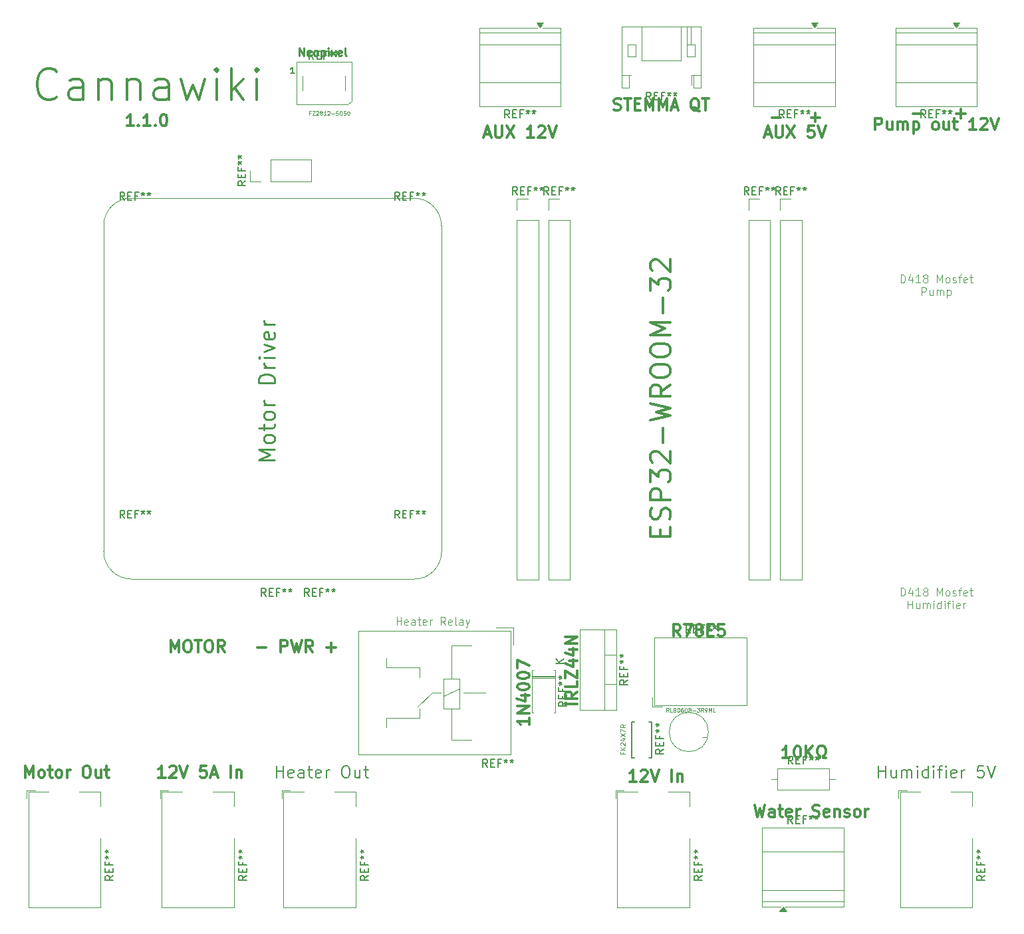
<source format=gbr>
%TF.GenerationSoftware,KiCad,Pcbnew,9.0.1*%
%TF.CreationDate,2025-05-24T15:45:38+01:00*%
%TF.ProjectId,main_board,6d61696e-5f62-46f6-9172-642e6b696361,rev?*%
%TF.SameCoordinates,Original*%
%TF.FileFunction,Legend,Top*%
%TF.FilePolarity,Positive*%
%FSLAX46Y46*%
G04 Gerber Fmt 4.6, Leading zero omitted, Abs format (unit mm)*
G04 Created by KiCad (PCBNEW 9.0.1) date 2025-05-24 15:45:38*
%MOMM*%
%LPD*%
G01*
G04 APERTURE LIST*
%ADD10C,0.100000*%
%ADD11C,0.120000*%
%ADD12C,0.300000*%
%ADD13C,0.312500*%
%ADD14C,0.375000*%
%ADD15C,0.250000*%
%ADD16C,0.187500*%
%ADD17C,0.150000*%
%ADD18C,0.062500*%
%ADD19C,0.127000*%
G04 APERTURE END LIST*
D10*
X91351503Y-50171704D02*
X91184836Y-50171704D01*
X91184836Y-50433609D02*
X91184836Y-49933609D01*
X91184836Y-49933609D02*
X91422931Y-49933609D01*
X91565788Y-49933609D02*
X91899121Y-49933609D01*
X91899121Y-49933609D02*
X91565788Y-50433609D01*
X91565788Y-50433609D02*
X91899121Y-50433609D01*
X92065788Y-49981228D02*
X92089597Y-49957419D01*
X92089597Y-49957419D02*
X92137216Y-49933609D01*
X92137216Y-49933609D02*
X92256264Y-49933609D01*
X92256264Y-49933609D02*
X92303883Y-49957419D01*
X92303883Y-49957419D02*
X92327692Y-49981228D01*
X92327692Y-49981228D02*
X92351502Y-50028847D01*
X92351502Y-50028847D02*
X92351502Y-50076466D01*
X92351502Y-50076466D02*
X92327692Y-50147895D01*
X92327692Y-50147895D02*
X92041978Y-50433609D01*
X92041978Y-50433609D02*
X92351502Y-50433609D01*
X92637216Y-50147895D02*
X92589597Y-50124085D01*
X92589597Y-50124085D02*
X92565787Y-50100276D01*
X92565787Y-50100276D02*
X92541978Y-50052657D01*
X92541978Y-50052657D02*
X92541978Y-50028847D01*
X92541978Y-50028847D02*
X92565787Y-49981228D01*
X92565787Y-49981228D02*
X92589597Y-49957419D01*
X92589597Y-49957419D02*
X92637216Y-49933609D01*
X92637216Y-49933609D02*
X92732454Y-49933609D01*
X92732454Y-49933609D02*
X92780073Y-49957419D01*
X92780073Y-49957419D02*
X92803882Y-49981228D01*
X92803882Y-49981228D02*
X92827692Y-50028847D01*
X92827692Y-50028847D02*
X92827692Y-50052657D01*
X92827692Y-50052657D02*
X92803882Y-50100276D01*
X92803882Y-50100276D02*
X92780073Y-50124085D01*
X92780073Y-50124085D02*
X92732454Y-50147895D01*
X92732454Y-50147895D02*
X92637216Y-50147895D01*
X92637216Y-50147895D02*
X92589597Y-50171704D01*
X92589597Y-50171704D02*
X92565787Y-50195514D01*
X92565787Y-50195514D02*
X92541978Y-50243133D01*
X92541978Y-50243133D02*
X92541978Y-50338371D01*
X92541978Y-50338371D02*
X92565787Y-50385990D01*
X92565787Y-50385990D02*
X92589597Y-50409800D01*
X92589597Y-50409800D02*
X92637216Y-50433609D01*
X92637216Y-50433609D02*
X92732454Y-50433609D01*
X92732454Y-50433609D02*
X92780073Y-50409800D01*
X92780073Y-50409800D02*
X92803882Y-50385990D01*
X92803882Y-50385990D02*
X92827692Y-50338371D01*
X92827692Y-50338371D02*
X92827692Y-50243133D01*
X92827692Y-50243133D02*
X92803882Y-50195514D01*
X92803882Y-50195514D02*
X92780073Y-50171704D01*
X92780073Y-50171704D02*
X92732454Y-50147895D01*
X93303882Y-50433609D02*
X93018168Y-50433609D01*
X93161025Y-50433609D02*
X93161025Y-49933609D01*
X93161025Y-49933609D02*
X93113406Y-50005038D01*
X93113406Y-50005038D02*
X93065787Y-50052657D01*
X93065787Y-50052657D02*
X93018168Y-50076466D01*
X93494358Y-49981228D02*
X93518167Y-49957419D01*
X93518167Y-49957419D02*
X93565786Y-49933609D01*
X93565786Y-49933609D02*
X93684834Y-49933609D01*
X93684834Y-49933609D02*
X93732453Y-49957419D01*
X93732453Y-49957419D02*
X93756262Y-49981228D01*
X93756262Y-49981228D02*
X93780072Y-50028847D01*
X93780072Y-50028847D02*
X93780072Y-50076466D01*
X93780072Y-50076466D02*
X93756262Y-50147895D01*
X93756262Y-50147895D02*
X93470548Y-50433609D01*
X93470548Y-50433609D02*
X93780072Y-50433609D01*
X93994357Y-50243133D02*
X94375310Y-50243133D01*
X94851500Y-49933609D02*
X94613405Y-49933609D01*
X94613405Y-49933609D02*
X94589596Y-50171704D01*
X94589596Y-50171704D02*
X94613405Y-50147895D01*
X94613405Y-50147895D02*
X94661024Y-50124085D01*
X94661024Y-50124085D02*
X94780072Y-50124085D01*
X94780072Y-50124085D02*
X94827691Y-50147895D01*
X94827691Y-50147895D02*
X94851500Y-50171704D01*
X94851500Y-50171704D02*
X94875310Y-50219323D01*
X94875310Y-50219323D02*
X94875310Y-50338371D01*
X94875310Y-50338371D02*
X94851500Y-50385990D01*
X94851500Y-50385990D02*
X94827691Y-50409800D01*
X94827691Y-50409800D02*
X94780072Y-50433609D01*
X94780072Y-50433609D02*
X94661024Y-50433609D01*
X94661024Y-50433609D02*
X94613405Y-50409800D01*
X94613405Y-50409800D02*
X94589596Y-50385990D01*
X95184833Y-49933609D02*
X95232452Y-49933609D01*
X95232452Y-49933609D02*
X95280071Y-49957419D01*
X95280071Y-49957419D02*
X95303881Y-49981228D01*
X95303881Y-49981228D02*
X95327690Y-50028847D01*
X95327690Y-50028847D02*
X95351500Y-50124085D01*
X95351500Y-50124085D02*
X95351500Y-50243133D01*
X95351500Y-50243133D02*
X95327690Y-50338371D01*
X95327690Y-50338371D02*
X95303881Y-50385990D01*
X95303881Y-50385990D02*
X95280071Y-50409800D01*
X95280071Y-50409800D02*
X95232452Y-50433609D01*
X95232452Y-50433609D02*
X95184833Y-50433609D01*
X95184833Y-50433609D02*
X95137214Y-50409800D01*
X95137214Y-50409800D02*
X95113405Y-50385990D01*
X95113405Y-50385990D02*
X95089595Y-50338371D01*
X95089595Y-50338371D02*
X95065786Y-50243133D01*
X95065786Y-50243133D02*
X95065786Y-50124085D01*
X95065786Y-50124085D02*
X95089595Y-50028847D01*
X95089595Y-50028847D02*
X95113405Y-49981228D01*
X95113405Y-49981228D02*
X95137214Y-49957419D01*
X95137214Y-49957419D02*
X95184833Y-49933609D01*
X95803880Y-49933609D02*
X95565785Y-49933609D01*
X95565785Y-49933609D02*
X95541976Y-50171704D01*
X95541976Y-50171704D02*
X95565785Y-50147895D01*
X95565785Y-50147895D02*
X95613404Y-50124085D01*
X95613404Y-50124085D02*
X95732452Y-50124085D01*
X95732452Y-50124085D02*
X95780071Y-50147895D01*
X95780071Y-50147895D02*
X95803880Y-50171704D01*
X95803880Y-50171704D02*
X95827690Y-50219323D01*
X95827690Y-50219323D02*
X95827690Y-50338371D01*
X95827690Y-50338371D02*
X95803880Y-50385990D01*
X95803880Y-50385990D02*
X95780071Y-50409800D01*
X95780071Y-50409800D02*
X95732452Y-50433609D01*
X95732452Y-50433609D02*
X95613404Y-50433609D01*
X95613404Y-50433609D02*
X95565785Y-50409800D01*
X95565785Y-50409800D02*
X95541976Y-50385990D01*
X96137213Y-49933609D02*
X96184832Y-49933609D01*
X96184832Y-49933609D02*
X96232451Y-49957419D01*
X96232451Y-49957419D02*
X96256261Y-49981228D01*
X96256261Y-49981228D02*
X96280070Y-50028847D01*
X96280070Y-50028847D02*
X96303880Y-50124085D01*
X96303880Y-50124085D02*
X96303880Y-50243133D01*
X96303880Y-50243133D02*
X96280070Y-50338371D01*
X96280070Y-50338371D02*
X96256261Y-50385990D01*
X96256261Y-50385990D02*
X96232451Y-50409800D01*
X96232451Y-50409800D02*
X96184832Y-50433609D01*
X96184832Y-50433609D02*
X96137213Y-50433609D01*
X96137213Y-50433609D02*
X96089594Y-50409800D01*
X96089594Y-50409800D02*
X96065785Y-50385990D01*
X96065785Y-50385990D02*
X96041975Y-50338371D01*
X96041975Y-50338371D02*
X96018166Y-50243133D01*
X96018166Y-50243133D02*
X96018166Y-50124085D01*
X96018166Y-50124085D02*
X96041975Y-50028847D01*
X96041975Y-50028847D02*
X96065785Y-49981228D01*
X96065785Y-49981228D02*
X96089594Y-49957419D01*
X96089594Y-49957419D02*
X96137213Y-49933609D01*
D11*
X141221804Y-129691760D02*
X141678947Y-129691760D01*
X131106045Y-131578195D02*
X131106045Y-131778195D01*
X131420331Y-131778195D02*
X130820331Y-131778195D01*
X130820331Y-131778195D02*
X130820331Y-131492481D01*
X131420331Y-131263909D02*
X130820331Y-131263909D01*
X131420331Y-130921052D02*
X131077474Y-131178195D01*
X130820331Y-130921052D02*
X131163188Y-131263909D01*
X130877474Y-130692481D02*
X130848902Y-130663909D01*
X130848902Y-130663909D02*
X130820331Y-130606767D01*
X130820331Y-130606767D02*
X130820331Y-130463909D01*
X130820331Y-130463909D02*
X130848902Y-130406767D01*
X130848902Y-130406767D02*
X130877474Y-130378195D01*
X130877474Y-130378195D02*
X130934617Y-130349624D01*
X130934617Y-130349624D02*
X130991760Y-130349624D01*
X130991760Y-130349624D02*
X131077474Y-130378195D01*
X131077474Y-130378195D02*
X131420331Y-130721052D01*
X131420331Y-130721052D02*
X131420331Y-130349624D01*
X131020331Y-129835338D02*
X131420331Y-129835338D01*
X130791760Y-129978195D02*
X131220331Y-130121052D01*
X131220331Y-130121052D02*
X131220331Y-129749623D01*
X130820331Y-129578194D02*
X131420331Y-129178194D01*
X130820331Y-129178194D02*
X131420331Y-129578194D01*
X130820331Y-129006765D02*
X130820331Y-128606765D01*
X130820331Y-128606765D02*
X131420331Y-128863908D01*
X131420331Y-128035336D02*
X131134617Y-128235336D01*
X131420331Y-128378193D02*
X130820331Y-128378193D01*
X130820331Y-128378193D02*
X130820331Y-128149622D01*
X130820331Y-128149622D02*
X130848902Y-128092479D01*
X130848902Y-128092479D02*
X130877474Y-128063908D01*
X130877474Y-128063908D02*
X130934617Y-128035336D01*
X130934617Y-128035336D02*
X131020331Y-128035336D01*
X131020331Y-128035336D02*
X131077474Y-128063908D01*
X131077474Y-128063908D02*
X131106045Y-128092479D01*
X131106045Y-128092479D02*
X131134617Y-128149622D01*
X131134617Y-128149622D02*
X131134617Y-128378193D01*
D12*
X138411653Y-116800828D02*
X137911653Y-116086542D01*
X137554510Y-116800828D02*
X137554510Y-115300828D01*
X137554510Y-115300828D02*
X138125939Y-115300828D01*
X138125939Y-115300828D02*
X138268796Y-115372257D01*
X138268796Y-115372257D02*
X138340225Y-115443685D01*
X138340225Y-115443685D02*
X138411653Y-115586542D01*
X138411653Y-115586542D02*
X138411653Y-115800828D01*
X138411653Y-115800828D02*
X138340225Y-115943685D01*
X138340225Y-115943685D02*
X138268796Y-116015114D01*
X138268796Y-116015114D02*
X138125939Y-116086542D01*
X138125939Y-116086542D02*
X137554510Y-116086542D01*
X138911653Y-115300828D02*
X139911653Y-115300828D01*
X139911653Y-115300828D02*
X139268796Y-116800828D01*
X140697367Y-115943685D02*
X140554510Y-115872257D01*
X140554510Y-115872257D02*
X140483081Y-115800828D01*
X140483081Y-115800828D02*
X140411653Y-115657971D01*
X140411653Y-115657971D02*
X140411653Y-115586542D01*
X140411653Y-115586542D02*
X140483081Y-115443685D01*
X140483081Y-115443685D02*
X140554510Y-115372257D01*
X140554510Y-115372257D02*
X140697367Y-115300828D01*
X140697367Y-115300828D02*
X140983081Y-115300828D01*
X140983081Y-115300828D02*
X141125939Y-115372257D01*
X141125939Y-115372257D02*
X141197367Y-115443685D01*
X141197367Y-115443685D02*
X141268796Y-115586542D01*
X141268796Y-115586542D02*
X141268796Y-115657971D01*
X141268796Y-115657971D02*
X141197367Y-115800828D01*
X141197367Y-115800828D02*
X141125939Y-115872257D01*
X141125939Y-115872257D02*
X140983081Y-115943685D01*
X140983081Y-115943685D02*
X140697367Y-115943685D01*
X140697367Y-115943685D02*
X140554510Y-116015114D01*
X140554510Y-116015114D02*
X140483081Y-116086542D01*
X140483081Y-116086542D02*
X140411653Y-116229400D01*
X140411653Y-116229400D02*
X140411653Y-116515114D01*
X140411653Y-116515114D02*
X140483081Y-116657971D01*
X140483081Y-116657971D02*
X140554510Y-116729400D01*
X140554510Y-116729400D02*
X140697367Y-116800828D01*
X140697367Y-116800828D02*
X140983081Y-116800828D01*
X140983081Y-116800828D02*
X141125939Y-116729400D01*
X141125939Y-116729400D02*
X141197367Y-116657971D01*
X141197367Y-116657971D02*
X141268796Y-116515114D01*
X141268796Y-116515114D02*
X141268796Y-116229400D01*
X141268796Y-116229400D02*
X141197367Y-116086542D01*
X141197367Y-116086542D02*
X141125939Y-116015114D01*
X141125939Y-116015114D02*
X140983081Y-115943685D01*
X141911652Y-116015114D02*
X142411652Y-116015114D01*
X142625938Y-116800828D02*
X141911652Y-116800828D01*
X141911652Y-116800828D02*
X141911652Y-115300828D01*
X141911652Y-115300828D02*
X142625938Y-115300828D01*
X143983081Y-115300828D02*
X143268795Y-115300828D01*
X143268795Y-115300828D02*
X143197367Y-116015114D01*
X143197367Y-116015114D02*
X143268795Y-115943685D01*
X143268795Y-115943685D02*
X143411653Y-115872257D01*
X143411653Y-115872257D02*
X143768795Y-115872257D01*
X143768795Y-115872257D02*
X143911653Y-115943685D01*
X143911653Y-115943685D02*
X143983081Y-116015114D01*
X143983081Y-116015114D02*
X144054510Y-116157971D01*
X144054510Y-116157971D02*
X144054510Y-116515114D01*
X144054510Y-116515114D02*
X143983081Y-116657971D01*
X143983081Y-116657971D02*
X143911653Y-116729400D01*
X143911653Y-116729400D02*
X143768795Y-116800828D01*
X143768795Y-116800828D02*
X143411653Y-116800828D01*
X143411653Y-116800828D02*
X143268795Y-116729400D01*
X143268795Y-116729400D02*
X143197367Y-116657971D01*
X129983082Y-49729400D02*
X130197368Y-49800828D01*
X130197368Y-49800828D02*
X130554510Y-49800828D01*
X130554510Y-49800828D02*
X130697368Y-49729400D01*
X130697368Y-49729400D02*
X130768796Y-49657971D01*
X130768796Y-49657971D02*
X130840225Y-49515114D01*
X130840225Y-49515114D02*
X130840225Y-49372257D01*
X130840225Y-49372257D02*
X130768796Y-49229400D01*
X130768796Y-49229400D02*
X130697368Y-49157971D01*
X130697368Y-49157971D02*
X130554510Y-49086542D01*
X130554510Y-49086542D02*
X130268796Y-49015114D01*
X130268796Y-49015114D02*
X130125939Y-48943685D01*
X130125939Y-48943685D02*
X130054510Y-48872257D01*
X130054510Y-48872257D02*
X129983082Y-48729400D01*
X129983082Y-48729400D02*
X129983082Y-48586542D01*
X129983082Y-48586542D02*
X130054510Y-48443685D01*
X130054510Y-48443685D02*
X130125939Y-48372257D01*
X130125939Y-48372257D02*
X130268796Y-48300828D01*
X130268796Y-48300828D02*
X130625939Y-48300828D01*
X130625939Y-48300828D02*
X130840225Y-48372257D01*
X131268796Y-48300828D02*
X132125939Y-48300828D01*
X131697367Y-49800828D02*
X131697367Y-48300828D01*
X132625938Y-49015114D02*
X133125938Y-49015114D01*
X133340224Y-49800828D02*
X132625938Y-49800828D01*
X132625938Y-49800828D02*
X132625938Y-48300828D01*
X132625938Y-48300828D02*
X133340224Y-48300828D01*
X133983081Y-49800828D02*
X133983081Y-48300828D01*
X133983081Y-48300828D02*
X134483081Y-49372257D01*
X134483081Y-49372257D02*
X134983081Y-48300828D01*
X134983081Y-48300828D02*
X134983081Y-49800828D01*
X135697367Y-49800828D02*
X135697367Y-48300828D01*
X135697367Y-48300828D02*
X136197367Y-49372257D01*
X136197367Y-49372257D02*
X136697367Y-48300828D01*
X136697367Y-48300828D02*
X136697367Y-49800828D01*
X137340225Y-49372257D02*
X138054511Y-49372257D01*
X137197368Y-49800828D02*
X137697368Y-48300828D01*
X137697368Y-48300828D02*
X138197368Y-49800828D01*
X140840224Y-49943685D02*
X140697367Y-49872257D01*
X140697367Y-49872257D02*
X140554510Y-49729400D01*
X140554510Y-49729400D02*
X140340224Y-49515114D01*
X140340224Y-49515114D02*
X140197367Y-49443685D01*
X140197367Y-49443685D02*
X140054510Y-49443685D01*
X140125939Y-49800828D02*
X139983082Y-49729400D01*
X139983082Y-49729400D02*
X139840224Y-49586542D01*
X139840224Y-49586542D02*
X139768796Y-49300828D01*
X139768796Y-49300828D02*
X139768796Y-48800828D01*
X139768796Y-48800828D02*
X139840224Y-48515114D01*
X139840224Y-48515114D02*
X139983082Y-48372257D01*
X139983082Y-48372257D02*
X140125939Y-48300828D01*
X140125939Y-48300828D02*
X140411653Y-48300828D01*
X140411653Y-48300828D02*
X140554510Y-48372257D01*
X140554510Y-48372257D02*
X140697367Y-48515114D01*
X140697367Y-48515114D02*
X140768796Y-48800828D01*
X140768796Y-48800828D02*
X140768796Y-49300828D01*
X140768796Y-49300828D02*
X140697367Y-49586542D01*
X140697367Y-49586542D02*
X140554510Y-49729400D01*
X140554510Y-49729400D02*
X140411653Y-49800828D01*
X140411653Y-49800828D02*
X140125939Y-49800828D01*
X141197368Y-48300828D02*
X142054511Y-48300828D01*
X141625939Y-49800828D02*
X141625939Y-48300828D01*
D10*
X68500001Y-61000002D02*
X104491634Y-61000002D01*
X104500008Y-60999992D02*
G75*
G02*
X108000008Y-64499992I-8J-3500008D01*
G01*
X68500000Y-109500000D02*
G75*
G02*
X65000000Y-106000000I0J3500000D01*
G01*
X65000000Y-106000000D02*
X65000000Y-64500000D01*
X108025135Y-106025117D02*
G75*
G02*
X104525109Y-109525135I-3500035J17D01*
G01*
X65000001Y-64500001D02*
G75*
G02*
X68500001Y-61000001I3499999J1D01*
G01*
X108000008Y-64499991D02*
X108000009Y-105999991D01*
X104513875Y-109525117D02*
X68500000Y-109500000D01*
X166499999Y-71762475D02*
X166499999Y-70762475D01*
X166499999Y-70762475D02*
X166738094Y-70762475D01*
X166738094Y-70762475D02*
X166880951Y-70810094D01*
X166880951Y-70810094D02*
X166976189Y-70905332D01*
X166976189Y-70905332D02*
X167023808Y-71000570D01*
X167023808Y-71000570D02*
X167071427Y-71191046D01*
X167071427Y-71191046D02*
X167071427Y-71333903D01*
X167071427Y-71333903D02*
X167023808Y-71524379D01*
X167023808Y-71524379D02*
X166976189Y-71619617D01*
X166976189Y-71619617D02*
X166880951Y-71714856D01*
X166880951Y-71714856D02*
X166738094Y-71762475D01*
X166738094Y-71762475D02*
X166499999Y-71762475D01*
X167928570Y-71095808D02*
X167928570Y-71762475D01*
X167690475Y-70714856D02*
X167452380Y-71429141D01*
X167452380Y-71429141D02*
X168071427Y-71429141D01*
X168976189Y-71762475D02*
X168404761Y-71762475D01*
X168690475Y-71762475D02*
X168690475Y-70762475D01*
X168690475Y-70762475D02*
X168595237Y-70905332D01*
X168595237Y-70905332D02*
X168499999Y-71000570D01*
X168499999Y-71000570D02*
X168404761Y-71048189D01*
X169547618Y-71191046D02*
X169452380Y-71143427D01*
X169452380Y-71143427D02*
X169404761Y-71095808D01*
X169404761Y-71095808D02*
X169357142Y-71000570D01*
X169357142Y-71000570D02*
X169357142Y-70952951D01*
X169357142Y-70952951D02*
X169404761Y-70857713D01*
X169404761Y-70857713D02*
X169452380Y-70810094D01*
X169452380Y-70810094D02*
X169547618Y-70762475D01*
X169547618Y-70762475D02*
X169738094Y-70762475D01*
X169738094Y-70762475D02*
X169833332Y-70810094D01*
X169833332Y-70810094D02*
X169880951Y-70857713D01*
X169880951Y-70857713D02*
X169928570Y-70952951D01*
X169928570Y-70952951D02*
X169928570Y-71000570D01*
X169928570Y-71000570D02*
X169880951Y-71095808D01*
X169880951Y-71095808D02*
X169833332Y-71143427D01*
X169833332Y-71143427D02*
X169738094Y-71191046D01*
X169738094Y-71191046D02*
X169547618Y-71191046D01*
X169547618Y-71191046D02*
X169452380Y-71238665D01*
X169452380Y-71238665D02*
X169404761Y-71286284D01*
X169404761Y-71286284D02*
X169357142Y-71381522D01*
X169357142Y-71381522D02*
X169357142Y-71571998D01*
X169357142Y-71571998D02*
X169404761Y-71667236D01*
X169404761Y-71667236D02*
X169452380Y-71714856D01*
X169452380Y-71714856D02*
X169547618Y-71762475D01*
X169547618Y-71762475D02*
X169738094Y-71762475D01*
X169738094Y-71762475D02*
X169833332Y-71714856D01*
X169833332Y-71714856D02*
X169880951Y-71667236D01*
X169880951Y-71667236D02*
X169928570Y-71571998D01*
X169928570Y-71571998D02*
X169928570Y-71381522D01*
X169928570Y-71381522D02*
X169880951Y-71286284D01*
X169880951Y-71286284D02*
X169833332Y-71238665D01*
X169833332Y-71238665D02*
X169738094Y-71191046D01*
X171119047Y-71762475D02*
X171119047Y-70762475D01*
X171119047Y-70762475D02*
X171452380Y-71476760D01*
X171452380Y-71476760D02*
X171785713Y-70762475D01*
X171785713Y-70762475D02*
X171785713Y-71762475D01*
X172404761Y-71762475D02*
X172309523Y-71714856D01*
X172309523Y-71714856D02*
X172261904Y-71667236D01*
X172261904Y-71667236D02*
X172214285Y-71571998D01*
X172214285Y-71571998D02*
X172214285Y-71286284D01*
X172214285Y-71286284D02*
X172261904Y-71191046D01*
X172261904Y-71191046D02*
X172309523Y-71143427D01*
X172309523Y-71143427D02*
X172404761Y-71095808D01*
X172404761Y-71095808D02*
X172547618Y-71095808D01*
X172547618Y-71095808D02*
X172642856Y-71143427D01*
X172642856Y-71143427D02*
X172690475Y-71191046D01*
X172690475Y-71191046D02*
X172738094Y-71286284D01*
X172738094Y-71286284D02*
X172738094Y-71571998D01*
X172738094Y-71571998D02*
X172690475Y-71667236D01*
X172690475Y-71667236D02*
X172642856Y-71714856D01*
X172642856Y-71714856D02*
X172547618Y-71762475D01*
X172547618Y-71762475D02*
X172404761Y-71762475D01*
X173119047Y-71714856D02*
X173214285Y-71762475D01*
X173214285Y-71762475D02*
X173404761Y-71762475D01*
X173404761Y-71762475D02*
X173499999Y-71714856D01*
X173499999Y-71714856D02*
X173547618Y-71619617D01*
X173547618Y-71619617D02*
X173547618Y-71571998D01*
X173547618Y-71571998D02*
X173499999Y-71476760D01*
X173499999Y-71476760D02*
X173404761Y-71429141D01*
X173404761Y-71429141D02*
X173261904Y-71429141D01*
X173261904Y-71429141D02*
X173166666Y-71381522D01*
X173166666Y-71381522D02*
X173119047Y-71286284D01*
X173119047Y-71286284D02*
X173119047Y-71238665D01*
X173119047Y-71238665D02*
X173166666Y-71143427D01*
X173166666Y-71143427D02*
X173261904Y-71095808D01*
X173261904Y-71095808D02*
X173404761Y-71095808D01*
X173404761Y-71095808D02*
X173499999Y-71143427D01*
X173833333Y-71095808D02*
X174214285Y-71095808D01*
X173976190Y-71762475D02*
X173976190Y-70905332D01*
X173976190Y-70905332D02*
X174023809Y-70810094D01*
X174023809Y-70810094D02*
X174119047Y-70762475D01*
X174119047Y-70762475D02*
X174214285Y-70762475D01*
X174928571Y-71714856D02*
X174833333Y-71762475D01*
X174833333Y-71762475D02*
X174642857Y-71762475D01*
X174642857Y-71762475D02*
X174547619Y-71714856D01*
X174547619Y-71714856D02*
X174500000Y-71619617D01*
X174500000Y-71619617D02*
X174500000Y-71238665D01*
X174500000Y-71238665D02*
X174547619Y-71143427D01*
X174547619Y-71143427D02*
X174642857Y-71095808D01*
X174642857Y-71095808D02*
X174833333Y-71095808D01*
X174833333Y-71095808D02*
X174928571Y-71143427D01*
X174928571Y-71143427D02*
X174976190Y-71238665D01*
X174976190Y-71238665D02*
X174976190Y-71333903D01*
X174976190Y-71333903D02*
X174500000Y-71429141D01*
X175261905Y-71095808D02*
X175642857Y-71095808D01*
X175404762Y-70762475D02*
X175404762Y-71619617D01*
X175404762Y-71619617D02*
X175452381Y-71714856D01*
X175452381Y-71714856D02*
X175547619Y-71762475D01*
X175547619Y-71762475D02*
X175642857Y-71762475D01*
X169166667Y-73372419D02*
X169166667Y-72372419D01*
X169166667Y-72372419D02*
X169547619Y-72372419D01*
X169547619Y-72372419D02*
X169642857Y-72420038D01*
X169642857Y-72420038D02*
X169690476Y-72467657D01*
X169690476Y-72467657D02*
X169738095Y-72562895D01*
X169738095Y-72562895D02*
X169738095Y-72705752D01*
X169738095Y-72705752D02*
X169690476Y-72800990D01*
X169690476Y-72800990D02*
X169642857Y-72848609D01*
X169642857Y-72848609D02*
X169547619Y-72896228D01*
X169547619Y-72896228D02*
X169166667Y-72896228D01*
X170595238Y-72705752D02*
X170595238Y-73372419D01*
X170166667Y-72705752D02*
X170166667Y-73229561D01*
X170166667Y-73229561D02*
X170214286Y-73324800D01*
X170214286Y-73324800D02*
X170309524Y-73372419D01*
X170309524Y-73372419D02*
X170452381Y-73372419D01*
X170452381Y-73372419D02*
X170547619Y-73324800D01*
X170547619Y-73324800D02*
X170595238Y-73277180D01*
X171071429Y-73372419D02*
X171071429Y-72705752D01*
X171071429Y-72800990D02*
X171119048Y-72753371D01*
X171119048Y-72753371D02*
X171214286Y-72705752D01*
X171214286Y-72705752D02*
X171357143Y-72705752D01*
X171357143Y-72705752D02*
X171452381Y-72753371D01*
X171452381Y-72753371D02*
X171500000Y-72848609D01*
X171500000Y-72848609D02*
X171500000Y-73372419D01*
X171500000Y-72848609D02*
X171547619Y-72753371D01*
X171547619Y-72753371D02*
X171642857Y-72705752D01*
X171642857Y-72705752D02*
X171785714Y-72705752D01*
X171785714Y-72705752D02*
X171880953Y-72753371D01*
X171880953Y-72753371D02*
X171928572Y-72848609D01*
X171928572Y-72848609D02*
X171928572Y-73372419D01*
X172404762Y-72705752D02*
X172404762Y-73705752D01*
X172404762Y-72753371D02*
X172500000Y-72705752D01*
X172500000Y-72705752D02*
X172690476Y-72705752D01*
X172690476Y-72705752D02*
X172785714Y-72753371D01*
X172785714Y-72753371D02*
X172833333Y-72800990D01*
X172833333Y-72800990D02*
X172880952Y-72896228D01*
X172880952Y-72896228D02*
X172880952Y-73181942D01*
X172880952Y-73181942D02*
X172833333Y-73277180D01*
X172833333Y-73277180D02*
X172785714Y-73324800D01*
X172785714Y-73324800D02*
X172690476Y-73372419D01*
X172690476Y-73372419D02*
X172500000Y-73372419D01*
X172500000Y-73372419D02*
X172404762Y-73324800D01*
D12*
X150054510Y-50729400D02*
X151197368Y-50729400D01*
X163250000Y-52300828D02*
X163250000Y-50800828D01*
X163250000Y-50800828D02*
X163821429Y-50800828D01*
X163821429Y-50800828D02*
X163964286Y-50872257D01*
X163964286Y-50872257D02*
X164035715Y-50943685D01*
X164035715Y-50943685D02*
X164107143Y-51086542D01*
X164107143Y-51086542D02*
X164107143Y-51300828D01*
X164107143Y-51300828D02*
X164035715Y-51443685D01*
X164035715Y-51443685D02*
X163964286Y-51515114D01*
X163964286Y-51515114D02*
X163821429Y-51586542D01*
X163821429Y-51586542D02*
X163250000Y-51586542D01*
X165392858Y-51300828D02*
X165392858Y-52300828D01*
X164750000Y-51300828D02*
X164750000Y-52086542D01*
X164750000Y-52086542D02*
X164821429Y-52229400D01*
X164821429Y-52229400D02*
X164964286Y-52300828D01*
X164964286Y-52300828D02*
X165178572Y-52300828D01*
X165178572Y-52300828D02*
X165321429Y-52229400D01*
X165321429Y-52229400D02*
X165392858Y-52157971D01*
X166107143Y-52300828D02*
X166107143Y-51300828D01*
X166107143Y-51443685D02*
X166178572Y-51372257D01*
X166178572Y-51372257D02*
X166321429Y-51300828D01*
X166321429Y-51300828D02*
X166535715Y-51300828D01*
X166535715Y-51300828D02*
X166678572Y-51372257D01*
X166678572Y-51372257D02*
X166750001Y-51515114D01*
X166750001Y-51515114D02*
X166750001Y-52300828D01*
X166750001Y-51515114D02*
X166821429Y-51372257D01*
X166821429Y-51372257D02*
X166964286Y-51300828D01*
X166964286Y-51300828D02*
X167178572Y-51300828D01*
X167178572Y-51300828D02*
X167321429Y-51372257D01*
X167321429Y-51372257D02*
X167392858Y-51515114D01*
X167392858Y-51515114D02*
X167392858Y-52300828D01*
X168107143Y-51300828D02*
X168107143Y-52800828D01*
X168107143Y-51372257D02*
X168250001Y-51300828D01*
X168250001Y-51300828D02*
X168535715Y-51300828D01*
X168535715Y-51300828D02*
X168678572Y-51372257D01*
X168678572Y-51372257D02*
X168750001Y-51443685D01*
X168750001Y-51443685D02*
X168821429Y-51586542D01*
X168821429Y-51586542D02*
X168821429Y-52015114D01*
X168821429Y-52015114D02*
X168750001Y-52157971D01*
X168750001Y-52157971D02*
X168678572Y-52229400D01*
X168678572Y-52229400D02*
X168535715Y-52300828D01*
X168535715Y-52300828D02*
X168250001Y-52300828D01*
X168250001Y-52300828D02*
X168107143Y-52229400D01*
X170821429Y-52300828D02*
X170678572Y-52229400D01*
X170678572Y-52229400D02*
X170607143Y-52157971D01*
X170607143Y-52157971D02*
X170535715Y-52015114D01*
X170535715Y-52015114D02*
X170535715Y-51586542D01*
X170535715Y-51586542D02*
X170607143Y-51443685D01*
X170607143Y-51443685D02*
X170678572Y-51372257D01*
X170678572Y-51372257D02*
X170821429Y-51300828D01*
X170821429Y-51300828D02*
X171035715Y-51300828D01*
X171035715Y-51300828D02*
X171178572Y-51372257D01*
X171178572Y-51372257D02*
X171250001Y-51443685D01*
X171250001Y-51443685D02*
X171321429Y-51586542D01*
X171321429Y-51586542D02*
X171321429Y-52015114D01*
X171321429Y-52015114D02*
X171250001Y-52157971D01*
X171250001Y-52157971D02*
X171178572Y-52229400D01*
X171178572Y-52229400D02*
X171035715Y-52300828D01*
X171035715Y-52300828D02*
X170821429Y-52300828D01*
X172607144Y-51300828D02*
X172607144Y-52300828D01*
X171964286Y-51300828D02*
X171964286Y-52086542D01*
X171964286Y-52086542D02*
X172035715Y-52229400D01*
X172035715Y-52229400D02*
X172178572Y-52300828D01*
X172178572Y-52300828D02*
X172392858Y-52300828D01*
X172392858Y-52300828D02*
X172535715Y-52229400D01*
X172535715Y-52229400D02*
X172607144Y-52157971D01*
X173107144Y-51300828D02*
X173678572Y-51300828D01*
X173321429Y-50800828D02*
X173321429Y-52086542D01*
X173321429Y-52086542D02*
X173392858Y-52229400D01*
X173392858Y-52229400D02*
X173535715Y-52300828D01*
X173535715Y-52300828D02*
X173678572Y-52300828D01*
X176107144Y-52300828D02*
X175250001Y-52300828D01*
X175678572Y-52300828D02*
X175678572Y-50800828D01*
X175678572Y-50800828D02*
X175535715Y-51015114D01*
X175535715Y-51015114D02*
X175392858Y-51157971D01*
X175392858Y-51157971D02*
X175250001Y-51229400D01*
X176678572Y-50943685D02*
X176750000Y-50872257D01*
X176750000Y-50872257D02*
X176892858Y-50800828D01*
X176892858Y-50800828D02*
X177250000Y-50800828D01*
X177250000Y-50800828D02*
X177392858Y-50872257D01*
X177392858Y-50872257D02*
X177464286Y-50943685D01*
X177464286Y-50943685D02*
X177535715Y-51086542D01*
X177535715Y-51086542D02*
X177535715Y-51229400D01*
X177535715Y-51229400D02*
X177464286Y-51443685D01*
X177464286Y-51443685D02*
X176607143Y-52300828D01*
X176607143Y-52300828D02*
X177535715Y-52300828D01*
X177964286Y-50800828D02*
X178464286Y-52300828D01*
X178464286Y-52300828D02*
X178964286Y-50800828D01*
D13*
X135830773Y-104059522D02*
X135830773Y-103226189D01*
X137140297Y-102869046D02*
X137140297Y-104059522D01*
X137140297Y-104059522D02*
X134640297Y-104059522D01*
X134640297Y-104059522D02*
X134640297Y-102869046D01*
X137021250Y-101916665D02*
X137140297Y-101559522D01*
X137140297Y-101559522D02*
X137140297Y-100964284D01*
X137140297Y-100964284D02*
X137021250Y-100726189D01*
X137021250Y-100726189D02*
X136902202Y-100607141D01*
X136902202Y-100607141D02*
X136664107Y-100488094D01*
X136664107Y-100488094D02*
X136426011Y-100488094D01*
X136426011Y-100488094D02*
X136187916Y-100607141D01*
X136187916Y-100607141D02*
X136068869Y-100726189D01*
X136068869Y-100726189D02*
X135949821Y-100964284D01*
X135949821Y-100964284D02*
X135830773Y-101440475D01*
X135830773Y-101440475D02*
X135711726Y-101678570D01*
X135711726Y-101678570D02*
X135592678Y-101797617D01*
X135592678Y-101797617D02*
X135354583Y-101916665D01*
X135354583Y-101916665D02*
X135116488Y-101916665D01*
X135116488Y-101916665D02*
X134878392Y-101797617D01*
X134878392Y-101797617D02*
X134759345Y-101678570D01*
X134759345Y-101678570D02*
X134640297Y-101440475D01*
X134640297Y-101440475D02*
X134640297Y-100845236D01*
X134640297Y-100845236D02*
X134759345Y-100488094D01*
X137140297Y-99416665D02*
X134640297Y-99416665D01*
X134640297Y-99416665D02*
X134640297Y-98464284D01*
X134640297Y-98464284D02*
X134759345Y-98226189D01*
X134759345Y-98226189D02*
X134878392Y-98107142D01*
X134878392Y-98107142D02*
X135116488Y-97988094D01*
X135116488Y-97988094D02*
X135473630Y-97988094D01*
X135473630Y-97988094D02*
X135711726Y-98107142D01*
X135711726Y-98107142D02*
X135830773Y-98226189D01*
X135830773Y-98226189D02*
X135949821Y-98464284D01*
X135949821Y-98464284D02*
X135949821Y-99416665D01*
X134640297Y-97154761D02*
X134640297Y-95607142D01*
X134640297Y-95607142D02*
X135592678Y-96440475D01*
X135592678Y-96440475D02*
X135592678Y-96083332D01*
X135592678Y-96083332D02*
X135711726Y-95845237D01*
X135711726Y-95845237D02*
X135830773Y-95726189D01*
X135830773Y-95726189D02*
X136068869Y-95607142D01*
X136068869Y-95607142D02*
X136664107Y-95607142D01*
X136664107Y-95607142D02*
X136902202Y-95726189D01*
X136902202Y-95726189D02*
X137021250Y-95845237D01*
X137021250Y-95845237D02*
X137140297Y-96083332D01*
X137140297Y-96083332D02*
X137140297Y-96797618D01*
X137140297Y-96797618D02*
X137021250Y-97035713D01*
X137021250Y-97035713D02*
X136902202Y-97154761D01*
X134878392Y-94654761D02*
X134759345Y-94535713D01*
X134759345Y-94535713D02*
X134640297Y-94297618D01*
X134640297Y-94297618D02*
X134640297Y-93702380D01*
X134640297Y-93702380D02*
X134759345Y-93464285D01*
X134759345Y-93464285D02*
X134878392Y-93345237D01*
X134878392Y-93345237D02*
X135116488Y-93226190D01*
X135116488Y-93226190D02*
X135354583Y-93226190D01*
X135354583Y-93226190D02*
X135711726Y-93345237D01*
X135711726Y-93345237D02*
X137140297Y-94773809D01*
X137140297Y-94773809D02*
X137140297Y-93226190D01*
X136187916Y-92154761D02*
X136187916Y-90250000D01*
X134640297Y-89297619D02*
X137140297Y-88702381D01*
X137140297Y-88702381D02*
X135354583Y-88226190D01*
X135354583Y-88226190D02*
X137140297Y-87750000D01*
X137140297Y-87750000D02*
X134640297Y-87154762D01*
X137140297Y-84773809D02*
X135949821Y-85607142D01*
X137140297Y-86202380D02*
X134640297Y-86202380D01*
X134640297Y-86202380D02*
X134640297Y-85249999D01*
X134640297Y-85249999D02*
X134759345Y-85011904D01*
X134759345Y-85011904D02*
X134878392Y-84892857D01*
X134878392Y-84892857D02*
X135116488Y-84773809D01*
X135116488Y-84773809D02*
X135473630Y-84773809D01*
X135473630Y-84773809D02*
X135711726Y-84892857D01*
X135711726Y-84892857D02*
X135830773Y-85011904D01*
X135830773Y-85011904D02*
X135949821Y-85249999D01*
X135949821Y-85249999D02*
X135949821Y-86202380D01*
X134640297Y-83226190D02*
X134640297Y-82749999D01*
X134640297Y-82749999D02*
X134759345Y-82511904D01*
X134759345Y-82511904D02*
X134997440Y-82273809D01*
X134997440Y-82273809D02*
X135473630Y-82154761D01*
X135473630Y-82154761D02*
X136306964Y-82154761D01*
X136306964Y-82154761D02*
X136783154Y-82273809D01*
X136783154Y-82273809D02*
X137021250Y-82511904D01*
X137021250Y-82511904D02*
X137140297Y-82749999D01*
X137140297Y-82749999D02*
X137140297Y-83226190D01*
X137140297Y-83226190D02*
X137021250Y-83464285D01*
X137021250Y-83464285D02*
X136783154Y-83702380D01*
X136783154Y-83702380D02*
X136306964Y-83821428D01*
X136306964Y-83821428D02*
X135473630Y-83821428D01*
X135473630Y-83821428D02*
X134997440Y-83702380D01*
X134997440Y-83702380D02*
X134759345Y-83464285D01*
X134759345Y-83464285D02*
X134640297Y-83226190D01*
X134640297Y-80607142D02*
X134640297Y-80130951D01*
X134640297Y-80130951D02*
X134759345Y-79892856D01*
X134759345Y-79892856D02*
X134997440Y-79654761D01*
X134997440Y-79654761D02*
X135473630Y-79535713D01*
X135473630Y-79535713D02*
X136306964Y-79535713D01*
X136306964Y-79535713D02*
X136783154Y-79654761D01*
X136783154Y-79654761D02*
X137021250Y-79892856D01*
X137021250Y-79892856D02*
X137140297Y-80130951D01*
X137140297Y-80130951D02*
X137140297Y-80607142D01*
X137140297Y-80607142D02*
X137021250Y-80845237D01*
X137021250Y-80845237D02*
X136783154Y-81083332D01*
X136783154Y-81083332D02*
X136306964Y-81202380D01*
X136306964Y-81202380D02*
X135473630Y-81202380D01*
X135473630Y-81202380D02*
X134997440Y-81083332D01*
X134997440Y-81083332D02*
X134759345Y-80845237D01*
X134759345Y-80845237D02*
X134640297Y-80607142D01*
X137140297Y-78464284D02*
X134640297Y-78464284D01*
X134640297Y-78464284D02*
X136426011Y-77630951D01*
X136426011Y-77630951D02*
X134640297Y-76797618D01*
X134640297Y-76797618D02*
X137140297Y-76797618D01*
X136187916Y-75607141D02*
X136187916Y-73702380D01*
X134640297Y-72749999D02*
X134640297Y-71202380D01*
X134640297Y-71202380D02*
X135592678Y-72035713D01*
X135592678Y-72035713D02*
X135592678Y-71678570D01*
X135592678Y-71678570D02*
X135711726Y-71440475D01*
X135711726Y-71440475D02*
X135830773Y-71321427D01*
X135830773Y-71321427D02*
X136068869Y-71202380D01*
X136068869Y-71202380D02*
X136664107Y-71202380D01*
X136664107Y-71202380D02*
X136902202Y-71321427D01*
X136902202Y-71321427D02*
X137021250Y-71440475D01*
X137021250Y-71440475D02*
X137140297Y-71678570D01*
X137140297Y-71678570D02*
X137140297Y-72392856D01*
X137140297Y-72392856D02*
X137021250Y-72630951D01*
X137021250Y-72630951D02*
X136902202Y-72749999D01*
X134878392Y-70249999D02*
X134759345Y-70130951D01*
X134759345Y-70130951D02*
X134640297Y-69892856D01*
X134640297Y-69892856D02*
X134640297Y-69297618D01*
X134640297Y-69297618D02*
X134759345Y-69059523D01*
X134759345Y-69059523D02*
X134878392Y-68940475D01*
X134878392Y-68940475D02*
X135116488Y-68821428D01*
X135116488Y-68821428D02*
X135354583Y-68821428D01*
X135354583Y-68821428D02*
X135711726Y-68940475D01*
X135711726Y-68940475D02*
X137140297Y-70369047D01*
X137140297Y-70369047D02*
X137140297Y-68821428D01*
D12*
X147911653Y-138300828D02*
X148268796Y-139800828D01*
X148268796Y-139800828D02*
X148554510Y-138729400D01*
X148554510Y-138729400D02*
X148840225Y-139800828D01*
X148840225Y-139800828D02*
X149197368Y-138300828D01*
X150411654Y-139800828D02*
X150411654Y-139015114D01*
X150411654Y-139015114D02*
X150340225Y-138872257D01*
X150340225Y-138872257D02*
X150197368Y-138800828D01*
X150197368Y-138800828D02*
X149911654Y-138800828D01*
X149911654Y-138800828D02*
X149768796Y-138872257D01*
X150411654Y-139729400D02*
X150268796Y-139800828D01*
X150268796Y-139800828D02*
X149911654Y-139800828D01*
X149911654Y-139800828D02*
X149768796Y-139729400D01*
X149768796Y-139729400D02*
X149697368Y-139586542D01*
X149697368Y-139586542D02*
X149697368Y-139443685D01*
X149697368Y-139443685D02*
X149768796Y-139300828D01*
X149768796Y-139300828D02*
X149911654Y-139229400D01*
X149911654Y-139229400D02*
X150268796Y-139229400D01*
X150268796Y-139229400D02*
X150411654Y-139157971D01*
X150911654Y-138800828D02*
X151483082Y-138800828D01*
X151125939Y-138300828D02*
X151125939Y-139586542D01*
X151125939Y-139586542D02*
X151197368Y-139729400D01*
X151197368Y-139729400D02*
X151340225Y-139800828D01*
X151340225Y-139800828D02*
X151483082Y-139800828D01*
X152554511Y-139729400D02*
X152411654Y-139800828D01*
X152411654Y-139800828D02*
X152125940Y-139800828D01*
X152125940Y-139800828D02*
X151983082Y-139729400D01*
X151983082Y-139729400D02*
X151911654Y-139586542D01*
X151911654Y-139586542D02*
X151911654Y-139015114D01*
X151911654Y-139015114D02*
X151983082Y-138872257D01*
X151983082Y-138872257D02*
X152125940Y-138800828D01*
X152125940Y-138800828D02*
X152411654Y-138800828D01*
X152411654Y-138800828D02*
X152554511Y-138872257D01*
X152554511Y-138872257D02*
X152625940Y-139015114D01*
X152625940Y-139015114D02*
X152625940Y-139157971D01*
X152625940Y-139157971D02*
X151911654Y-139300828D01*
X153268796Y-139800828D02*
X153268796Y-138800828D01*
X153268796Y-139086542D02*
X153340225Y-138943685D01*
X153340225Y-138943685D02*
X153411654Y-138872257D01*
X153411654Y-138872257D02*
X153554511Y-138800828D01*
X153554511Y-138800828D02*
X153697368Y-138800828D01*
X155268796Y-139729400D02*
X155483082Y-139800828D01*
X155483082Y-139800828D02*
X155840224Y-139800828D01*
X155840224Y-139800828D02*
X155983082Y-139729400D01*
X155983082Y-139729400D02*
X156054510Y-139657971D01*
X156054510Y-139657971D02*
X156125939Y-139515114D01*
X156125939Y-139515114D02*
X156125939Y-139372257D01*
X156125939Y-139372257D02*
X156054510Y-139229400D01*
X156054510Y-139229400D02*
X155983082Y-139157971D01*
X155983082Y-139157971D02*
X155840224Y-139086542D01*
X155840224Y-139086542D02*
X155554510Y-139015114D01*
X155554510Y-139015114D02*
X155411653Y-138943685D01*
X155411653Y-138943685D02*
X155340224Y-138872257D01*
X155340224Y-138872257D02*
X155268796Y-138729400D01*
X155268796Y-138729400D02*
X155268796Y-138586542D01*
X155268796Y-138586542D02*
X155340224Y-138443685D01*
X155340224Y-138443685D02*
X155411653Y-138372257D01*
X155411653Y-138372257D02*
X155554510Y-138300828D01*
X155554510Y-138300828D02*
X155911653Y-138300828D01*
X155911653Y-138300828D02*
X156125939Y-138372257D01*
X157340224Y-139729400D02*
X157197367Y-139800828D01*
X157197367Y-139800828D02*
X156911653Y-139800828D01*
X156911653Y-139800828D02*
X156768795Y-139729400D01*
X156768795Y-139729400D02*
X156697367Y-139586542D01*
X156697367Y-139586542D02*
X156697367Y-139015114D01*
X156697367Y-139015114D02*
X156768795Y-138872257D01*
X156768795Y-138872257D02*
X156911653Y-138800828D01*
X156911653Y-138800828D02*
X157197367Y-138800828D01*
X157197367Y-138800828D02*
X157340224Y-138872257D01*
X157340224Y-138872257D02*
X157411653Y-139015114D01*
X157411653Y-139015114D02*
X157411653Y-139157971D01*
X157411653Y-139157971D02*
X156697367Y-139300828D01*
X158054509Y-138800828D02*
X158054509Y-139800828D01*
X158054509Y-138943685D02*
X158125938Y-138872257D01*
X158125938Y-138872257D02*
X158268795Y-138800828D01*
X158268795Y-138800828D02*
X158483081Y-138800828D01*
X158483081Y-138800828D02*
X158625938Y-138872257D01*
X158625938Y-138872257D02*
X158697367Y-139015114D01*
X158697367Y-139015114D02*
X158697367Y-139800828D01*
X159340224Y-139729400D02*
X159483081Y-139800828D01*
X159483081Y-139800828D02*
X159768795Y-139800828D01*
X159768795Y-139800828D02*
X159911652Y-139729400D01*
X159911652Y-139729400D02*
X159983081Y-139586542D01*
X159983081Y-139586542D02*
X159983081Y-139515114D01*
X159983081Y-139515114D02*
X159911652Y-139372257D01*
X159911652Y-139372257D02*
X159768795Y-139300828D01*
X159768795Y-139300828D02*
X159554510Y-139300828D01*
X159554510Y-139300828D02*
X159411652Y-139229400D01*
X159411652Y-139229400D02*
X159340224Y-139086542D01*
X159340224Y-139086542D02*
X159340224Y-139015114D01*
X159340224Y-139015114D02*
X159411652Y-138872257D01*
X159411652Y-138872257D02*
X159554510Y-138800828D01*
X159554510Y-138800828D02*
X159768795Y-138800828D01*
X159768795Y-138800828D02*
X159911652Y-138872257D01*
X160840224Y-139800828D02*
X160697367Y-139729400D01*
X160697367Y-139729400D02*
X160625938Y-139657971D01*
X160625938Y-139657971D02*
X160554510Y-139515114D01*
X160554510Y-139515114D02*
X160554510Y-139086542D01*
X160554510Y-139086542D02*
X160625938Y-138943685D01*
X160625938Y-138943685D02*
X160697367Y-138872257D01*
X160697367Y-138872257D02*
X160840224Y-138800828D01*
X160840224Y-138800828D02*
X161054510Y-138800828D01*
X161054510Y-138800828D02*
X161197367Y-138872257D01*
X161197367Y-138872257D02*
X161268796Y-138943685D01*
X161268796Y-138943685D02*
X161340224Y-139086542D01*
X161340224Y-139086542D02*
X161340224Y-139515114D01*
X161340224Y-139515114D02*
X161268796Y-139657971D01*
X161268796Y-139657971D02*
X161197367Y-139729400D01*
X161197367Y-139729400D02*
X161054510Y-139800828D01*
X161054510Y-139800828D02*
X160840224Y-139800828D01*
X161983081Y-139800828D02*
X161983081Y-138800828D01*
X161983081Y-139086542D02*
X162054510Y-138943685D01*
X162054510Y-138943685D02*
X162125939Y-138872257D01*
X162125939Y-138872257D02*
X162268796Y-138800828D01*
X162268796Y-138800828D02*
X162411653Y-138800828D01*
X113500001Y-52872257D02*
X114214287Y-52872257D01*
X113357144Y-53300828D02*
X113857144Y-51800828D01*
X113857144Y-51800828D02*
X114357144Y-53300828D01*
X114857143Y-51800828D02*
X114857143Y-53015114D01*
X114857143Y-53015114D02*
X114928572Y-53157971D01*
X114928572Y-53157971D02*
X115000001Y-53229400D01*
X115000001Y-53229400D02*
X115142858Y-53300828D01*
X115142858Y-53300828D02*
X115428572Y-53300828D01*
X115428572Y-53300828D02*
X115571429Y-53229400D01*
X115571429Y-53229400D02*
X115642858Y-53157971D01*
X115642858Y-53157971D02*
X115714286Y-53015114D01*
X115714286Y-53015114D02*
X115714286Y-51800828D01*
X116285715Y-51800828D02*
X117285715Y-53300828D01*
X117285715Y-51800828D02*
X116285715Y-53300828D01*
X119785715Y-53300828D02*
X118928572Y-53300828D01*
X119357143Y-53300828D02*
X119357143Y-51800828D01*
X119357143Y-51800828D02*
X119214286Y-52015114D01*
X119214286Y-52015114D02*
X119071429Y-52157971D01*
X119071429Y-52157971D02*
X118928572Y-52229400D01*
X120357143Y-51943685D02*
X120428571Y-51872257D01*
X120428571Y-51872257D02*
X120571429Y-51800828D01*
X120571429Y-51800828D02*
X120928571Y-51800828D01*
X120928571Y-51800828D02*
X121071429Y-51872257D01*
X121071429Y-51872257D02*
X121142857Y-51943685D01*
X121142857Y-51943685D02*
X121214286Y-52086542D01*
X121214286Y-52086542D02*
X121214286Y-52229400D01*
X121214286Y-52229400D02*
X121142857Y-52443685D01*
X121142857Y-52443685D02*
X120285714Y-53300828D01*
X120285714Y-53300828D02*
X121214286Y-53300828D01*
X121642857Y-51800828D02*
X122142857Y-53300828D01*
X122142857Y-53300828D02*
X122642857Y-51800828D01*
X149214286Y-52872257D02*
X149928572Y-52872257D01*
X149071429Y-53300828D02*
X149571429Y-51800828D01*
X149571429Y-51800828D02*
X150071429Y-53300828D01*
X150571428Y-51800828D02*
X150571428Y-53015114D01*
X150571428Y-53015114D02*
X150642857Y-53157971D01*
X150642857Y-53157971D02*
X150714286Y-53229400D01*
X150714286Y-53229400D02*
X150857143Y-53300828D01*
X150857143Y-53300828D02*
X151142857Y-53300828D01*
X151142857Y-53300828D02*
X151285714Y-53229400D01*
X151285714Y-53229400D02*
X151357143Y-53157971D01*
X151357143Y-53157971D02*
X151428571Y-53015114D01*
X151428571Y-53015114D02*
X151428571Y-51800828D01*
X152000000Y-51800828D02*
X153000000Y-53300828D01*
X153000000Y-51800828D02*
X152000000Y-53300828D01*
X155428571Y-51800828D02*
X154714285Y-51800828D01*
X154714285Y-51800828D02*
X154642857Y-52515114D01*
X154642857Y-52515114D02*
X154714285Y-52443685D01*
X154714285Y-52443685D02*
X154857143Y-52372257D01*
X154857143Y-52372257D02*
X155214285Y-52372257D01*
X155214285Y-52372257D02*
X155357143Y-52443685D01*
X155357143Y-52443685D02*
X155428571Y-52515114D01*
X155428571Y-52515114D02*
X155500000Y-52657971D01*
X155500000Y-52657971D02*
X155500000Y-53015114D01*
X155500000Y-53015114D02*
X155428571Y-53157971D01*
X155428571Y-53157971D02*
X155357143Y-53229400D01*
X155357143Y-53229400D02*
X155214285Y-53300828D01*
X155214285Y-53300828D02*
X154857143Y-53300828D01*
X154857143Y-53300828D02*
X154714285Y-53229400D01*
X154714285Y-53229400D02*
X154642857Y-53157971D01*
X155928571Y-51800828D02*
X156428571Y-53300828D01*
X156428571Y-53300828D02*
X156928571Y-51800828D01*
X73554510Y-118800828D02*
X73554510Y-117300828D01*
X73554510Y-117300828D02*
X74054510Y-118372257D01*
X74054510Y-118372257D02*
X74554510Y-117300828D01*
X74554510Y-117300828D02*
X74554510Y-118800828D01*
X75554511Y-117300828D02*
X75840225Y-117300828D01*
X75840225Y-117300828D02*
X75983082Y-117372257D01*
X75983082Y-117372257D02*
X76125939Y-117515114D01*
X76125939Y-117515114D02*
X76197368Y-117800828D01*
X76197368Y-117800828D02*
X76197368Y-118300828D01*
X76197368Y-118300828D02*
X76125939Y-118586542D01*
X76125939Y-118586542D02*
X75983082Y-118729400D01*
X75983082Y-118729400D02*
X75840225Y-118800828D01*
X75840225Y-118800828D02*
X75554511Y-118800828D01*
X75554511Y-118800828D02*
X75411654Y-118729400D01*
X75411654Y-118729400D02*
X75268796Y-118586542D01*
X75268796Y-118586542D02*
X75197368Y-118300828D01*
X75197368Y-118300828D02*
X75197368Y-117800828D01*
X75197368Y-117800828D02*
X75268796Y-117515114D01*
X75268796Y-117515114D02*
X75411654Y-117372257D01*
X75411654Y-117372257D02*
X75554511Y-117300828D01*
X76625940Y-117300828D02*
X77483083Y-117300828D01*
X77054511Y-118800828D02*
X77054511Y-117300828D01*
X78268797Y-117300828D02*
X78554511Y-117300828D01*
X78554511Y-117300828D02*
X78697368Y-117372257D01*
X78697368Y-117372257D02*
X78840225Y-117515114D01*
X78840225Y-117515114D02*
X78911654Y-117800828D01*
X78911654Y-117800828D02*
X78911654Y-118300828D01*
X78911654Y-118300828D02*
X78840225Y-118586542D01*
X78840225Y-118586542D02*
X78697368Y-118729400D01*
X78697368Y-118729400D02*
X78554511Y-118800828D01*
X78554511Y-118800828D02*
X78268797Y-118800828D01*
X78268797Y-118800828D02*
X78125940Y-118729400D01*
X78125940Y-118729400D02*
X77983082Y-118586542D01*
X77983082Y-118586542D02*
X77911654Y-118300828D01*
X77911654Y-118300828D02*
X77911654Y-117800828D01*
X77911654Y-117800828D02*
X77983082Y-117515114D01*
X77983082Y-117515114D02*
X78125940Y-117372257D01*
X78125940Y-117372257D02*
X78268797Y-117300828D01*
X80411654Y-118800828D02*
X79911654Y-118086542D01*
X79554511Y-118800828D02*
X79554511Y-117300828D01*
X79554511Y-117300828D02*
X80125940Y-117300828D01*
X80125940Y-117300828D02*
X80268797Y-117372257D01*
X80268797Y-117372257D02*
X80340226Y-117443685D01*
X80340226Y-117443685D02*
X80411654Y-117586542D01*
X80411654Y-117586542D02*
X80411654Y-117800828D01*
X80411654Y-117800828D02*
X80340226Y-117943685D01*
X80340226Y-117943685D02*
X80268797Y-118015114D01*
X80268797Y-118015114D02*
X80125940Y-118086542D01*
X80125940Y-118086542D02*
X79554511Y-118086542D01*
X55054510Y-134800828D02*
X55054510Y-133300828D01*
X55054510Y-133300828D02*
X55554510Y-134372257D01*
X55554510Y-134372257D02*
X56054510Y-133300828D01*
X56054510Y-133300828D02*
X56054510Y-134800828D01*
X56983082Y-134800828D02*
X56840225Y-134729400D01*
X56840225Y-134729400D02*
X56768796Y-134657971D01*
X56768796Y-134657971D02*
X56697368Y-134515114D01*
X56697368Y-134515114D02*
X56697368Y-134086542D01*
X56697368Y-134086542D02*
X56768796Y-133943685D01*
X56768796Y-133943685D02*
X56840225Y-133872257D01*
X56840225Y-133872257D02*
X56983082Y-133800828D01*
X56983082Y-133800828D02*
X57197368Y-133800828D01*
X57197368Y-133800828D02*
X57340225Y-133872257D01*
X57340225Y-133872257D02*
X57411654Y-133943685D01*
X57411654Y-133943685D02*
X57483082Y-134086542D01*
X57483082Y-134086542D02*
X57483082Y-134515114D01*
X57483082Y-134515114D02*
X57411654Y-134657971D01*
X57411654Y-134657971D02*
X57340225Y-134729400D01*
X57340225Y-134729400D02*
X57197368Y-134800828D01*
X57197368Y-134800828D02*
X56983082Y-134800828D01*
X57911654Y-133800828D02*
X58483082Y-133800828D01*
X58125939Y-133300828D02*
X58125939Y-134586542D01*
X58125939Y-134586542D02*
X58197368Y-134729400D01*
X58197368Y-134729400D02*
X58340225Y-134800828D01*
X58340225Y-134800828D02*
X58483082Y-134800828D01*
X59197368Y-134800828D02*
X59054511Y-134729400D01*
X59054511Y-134729400D02*
X58983082Y-134657971D01*
X58983082Y-134657971D02*
X58911654Y-134515114D01*
X58911654Y-134515114D02*
X58911654Y-134086542D01*
X58911654Y-134086542D02*
X58983082Y-133943685D01*
X58983082Y-133943685D02*
X59054511Y-133872257D01*
X59054511Y-133872257D02*
X59197368Y-133800828D01*
X59197368Y-133800828D02*
X59411654Y-133800828D01*
X59411654Y-133800828D02*
X59554511Y-133872257D01*
X59554511Y-133872257D02*
X59625940Y-133943685D01*
X59625940Y-133943685D02*
X59697368Y-134086542D01*
X59697368Y-134086542D02*
X59697368Y-134515114D01*
X59697368Y-134515114D02*
X59625940Y-134657971D01*
X59625940Y-134657971D02*
X59554511Y-134729400D01*
X59554511Y-134729400D02*
X59411654Y-134800828D01*
X59411654Y-134800828D02*
X59197368Y-134800828D01*
X60340225Y-134800828D02*
X60340225Y-133800828D01*
X60340225Y-134086542D02*
X60411654Y-133943685D01*
X60411654Y-133943685D02*
X60483083Y-133872257D01*
X60483083Y-133872257D02*
X60625940Y-133800828D01*
X60625940Y-133800828D02*
X60768797Y-133800828D01*
X62697368Y-133300828D02*
X62983082Y-133300828D01*
X62983082Y-133300828D02*
X63125939Y-133372257D01*
X63125939Y-133372257D02*
X63268796Y-133515114D01*
X63268796Y-133515114D02*
X63340225Y-133800828D01*
X63340225Y-133800828D02*
X63340225Y-134300828D01*
X63340225Y-134300828D02*
X63268796Y-134586542D01*
X63268796Y-134586542D02*
X63125939Y-134729400D01*
X63125939Y-134729400D02*
X62983082Y-134800828D01*
X62983082Y-134800828D02*
X62697368Y-134800828D01*
X62697368Y-134800828D02*
X62554511Y-134729400D01*
X62554511Y-134729400D02*
X62411653Y-134586542D01*
X62411653Y-134586542D02*
X62340225Y-134300828D01*
X62340225Y-134300828D02*
X62340225Y-133800828D01*
X62340225Y-133800828D02*
X62411653Y-133515114D01*
X62411653Y-133515114D02*
X62554511Y-133372257D01*
X62554511Y-133372257D02*
X62697368Y-133300828D01*
X64625940Y-133800828D02*
X64625940Y-134800828D01*
X63983082Y-133800828D02*
X63983082Y-134586542D01*
X63983082Y-134586542D02*
X64054511Y-134729400D01*
X64054511Y-134729400D02*
X64197368Y-134800828D01*
X64197368Y-134800828D02*
X64411654Y-134800828D01*
X64411654Y-134800828D02*
X64554511Y-134729400D01*
X64554511Y-134729400D02*
X64625940Y-134657971D01*
X65125940Y-133800828D02*
X65697368Y-133800828D01*
X65340225Y-133300828D02*
X65340225Y-134586542D01*
X65340225Y-134586542D02*
X65411654Y-134729400D01*
X65411654Y-134729400D02*
X65554511Y-134800828D01*
X65554511Y-134800828D02*
X65697368Y-134800828D01*
X119178328Y-127214284D02*
X119178328Y-128071427D01*
X119178328Y-127642856D02*
X117678328Y-127642856D01*
X117678328Y-127642856D02*
X117892614Y-127785713D01*
X117892614Y-127785713D02*
X118035471Y-127928570D01*
X118035471Y-127928570D02*
X118106900Y-128071427D01*
X119178328Y-126571428D02*
X117678328Y-126571428D01*
X117678328Y-126571428D02*
X119178328Y-125714285D01*
X119178328Y-125714285D02*
X117678328Y-125714285D01*
X118178328Y-124357142D02*
X119178328Y-124357142D01*
X117606900Y-124714284D02*
X118678328Y-125071427D01*
X118678328Y-125071427D02*
X118678328Y-124142856D01*
X117678328Y-123285713D02*
X117678328Y-123142856D01*
X117678328Y-123142856D02*
X117749757Y-122999999D01*
X117749757Y-122999999D02*
X117821185Y-122928571D01*
X117821185Y-122928571D02*
X117964042Y-122857142D01*
X117964042Y-122857142D02*
X118249757Y-122785713D01*
X118249757Y-122785713D02*
X118606900Y-122785713D01*
X118606900Y-122785713D02*
X118892614Y-122857142D01*
X118892614Y-122857142D02*
X119035471Y-122928571D01*
X119035471Y-122928571D02*
X119106900Y-122999999D01*
X119106900Y-122999999D02*
X119178328Y-123142856D01*
X119178328Y-123142856D02*
X119178328Y-123285713D01*
X119178328Y-123285713D02*
X119106900Y-123428571D01*
X119106900Y-123428571D02*
X119035471Y-123499999D01*
X119035471Y-123499999D02*
X118892614Y-123571428D01*
X118892614Y-123571428D02*
X118606900Y-123642856D01*
X118606900Y-123642856D02*
X118249757Y-123642856D01*
X118249757Y-123642856D02*
X117964042Y-123571428D01*
X117964042Y-123571428D02*
X117821185Y-123499999D01*
X117821185Y-123499999D02*
X117749757Y-123428571D01*
X117749757Y-123428571D02*
X117678328Y-123285713D01*
X117678328Y-121857142D02*
X117678328Y-121714285D01*
X117678328Y-121714285D02*
X117749757Y-121571428D01*
X117749757Y-121571428D02*
X117821185Y-121500000D01*
X117821185Y-121500000D02*
X117964042Y-121428571D01*
X117964042Y-121428571D02*
X118249757Y-121357142D01*
X118249757Y-121357142D02*
X118606900Y-121357142D01*
X118606900Y-121357142D02*
X118892614Y-121428571D01*
X118892614Y-121428571D02*
X119035471Y-121500000D01*
X119035471Y-121500000D02*
X119106900Y-121571428D01*
X119106900Y-121571428D02*
X119178328Y-121714285D01*
X119178328Y-121714285D02*
X119178328Y-121857142D01*
X119178328Y-121857142D02*
X119106900Y-122000000D01*
X119106900Y-122000000D02*
X119035471Y-122071428D01*
X119035471Y-122071428D02*
X118892614Y-122142857D01*
X118892614Y-122142857D02*
X118606900Y-122214285D01*
X118606900Y-122214285D02*
X118249757Y-122214285D01*
X118249757Y-122214285D02*
X117964042Y-122142857D01*
X117964042Y-122142857D02*
X117821185Y-122071428D01*
X117821185Y-122071428D02*
X117749757Y-122000000D01*
X117749757Y-122000000D02*
X117678328Y-121857142D01*
X117678328Y-120857143D02*
X117678328Y-119857143D01*
X117678328Y-119857143D02*
X119178328Y-120500000D01*
X84554510Y-118229400D02*
X85697368Y-118229400D01*
X87554510Y-118800828D02*
X87554510Y-117300828D01*
X87554510Y-117300828D02*
X88125939Y-117300828D01*
X88125939Y-117300828D02*
X88268796Y-117372257D01*
X88268796Y-117372257D02*
X88340225Y-117443685D01*
X88340225Y-117443685D02*
X88411653Y-117586542D01*
X88411653Y-117586542D02*
X88411653Y-117800828D01*
X88411653Y-117800828D02*
X88340225Y-117943685D01*
X88340225Y-117943685D02*
X88268796Y-118015114D01*
X88268796Y-118015114D02*
X88125939Y-118086542D01*
X88125939Y-118086542D02*
X87554510Y-118086542D01*
X88911653Y-117300828D02*
X89268796Y-118800828D01*
X89268796Y-118800828D02*
X89554510Y-117729400D01*
X89554510Y-117729400D02*
X89840225Y-118800828D01*
X89840225Y-118800828D02*
X90197368Y-117300828D01*
X91625939Y-118800828D02*
X91125939Y-118086542D01*
X90768796Y-118800828D02*
X90768796Y-117300828D01*
X90768796Y-117300828D02*
X91340225Y-117300828D01*
X91340225Y-117300828D02*
X91483082Y-117372257D01*
X91483082Y-117372257D02*
X91554511Y-117443685D01*
X91554511Y-117443685D02*
X91625939Y-117586542D01*
X91625939Y-117586542D02*
X91625939Y-117800828D01*
X91625939Y-117800828D02*
X91554511Y-117943685D01*
X91554511Y-117943685D02*
X91483082Y-118015114D01*
X91483082Y-118015114D02*
X91340225Y-118086542D01*
X91340225Y-118086542D02*
X90768796Y-118086542D01*
X93411653Y-118229400D02*
X94554511Y-118229400D01*
X93983082Y-118800828D02*
X93983082Y-117657971D01*
X152340225Y-132300828D02*
X151483082Y-132300828D01*
X151911653Y-132300828D02*
X151911653Y-130800828D01*
X151911653Y-130800828D02*
X151768796Y-131015114D01*
X151768796Y-131015114D02*
X151625939Y-131157971D01*
X151625939Y-131157971D02*
X151483082Y-131229400D01*
X153268796Y-130800828D02*
X153411653Y-130800828D01*
X153411653Y-130800828D02*
X153554510Y-130872257D01*
X153554510Y-130872257D02*
X153625939Y-130943685D01*
X153625939Y-130943685D02*
X153697367Y-131086542D01*
X153697367Y-131086542D02*
X153768796Y-131372257D01*
X153768796Y-131372257D02*
X153768796Y-131729400D01*
X153768796Y-131729400D02*
X153697367Y-132015114D01*
X153697367Y-132015114D02*
X153625939Y-132157971D01*
X153625939Y-132157971D02*
X153554510Y-132229400D01*
X153554510Y-132229400D02*
X153411653Y-132300828D01*
X153411653Y-132300828D02*
X153268796Y-132300828D01*
X153268796Y-132300828D02*
X153125939Y-132229400D01*
X153125939Y-132229400D02*
X153054510Y-132157971D01*
X153054510Y-132157971D02*
X152983081Y-132015114D01*
X152983081Y-132015114D02*
X152911653Y-131729400D01*
X152911653Y-131729400D02*
X152911653Y-131372257D01*
X152911653Y-131372257D02*
X152983081Y-131086542D01*
X152983081Y-131086542D02*
X153054510Y-130943685D01*
X153054510Y-130943685D02*
X153125939Y-130872257D01*
X153125939Y-130872257D02*
X153268796Y-130800828D01*
X154411652Y-132300828D02*
X154411652Y-130800828D01*
X155268795Y-132300828D02*
X154625938Y-131443685D01*
X155268795Y-130800828D02*
X154411652Y-131657971D01*
X155840224Y-132300828D02*
X156197367Y-132300828D01*
X156197367Y-132300828D02*
X156197367Y-132015114D01*
X156197367Y-132015114D02*
X156054510Y-131943685D01*
X156054510Y-131943685D02*
X155911652Y-131800828D01*
X155911652Y-131800828D02*
X155840224Y-131586542D01*
X155840224Y-131586542D02*
X155840224Y-131229400D01*
X155840224Y-131229400D02*
X155911652Y-131015114D01*
X155911652Y-131015114D02*
X156054510Y-130872257D01*
X156054510Y-130872257D02*
X156268795Y-130800828D01*
X156268795Y-130800828D02*
X156554510Y-130800828D01*
X156554510Y-130800828D02*
X156768795Y-130872257D01*
X156768795Y-130872257D02*
X156911652Y-131015114D01*
X156911652Y-131015114D02*
X156983081Y-131229400D01*
X156983081Y-131229400D02*
X156983081Y-131586542D01*
X156983081Y-131586542D02*
X156911652Y-131800828D01*
X156911652Y-131800828D02*
X156768795Y-131943685D01*
X156768795Y-131943685D02*
X156625938Y-132015114D01*
X156625938Y-132015114D02*
X156625938Y-132300828D01*
X156625938Y-132300828D02*
X156983081Y-132300828D01*
D14*
X58984805Y-48110023D02*
X58794329Y-48300500D01*
X58794329Y-48300500D02*
X58222900Y-48490976D01*
X58222900Y-48490976D02*
X57841948Y-48490976D01*
X57841948Y-48490976D02*
X57270519Y-48300500D01*
X57270519Y-48300500D02*
X56889567Y-47919547D01*
X56889567Y-47919547D02*
X56699090Y-47538595D01*
X56699090Y-47538595D02*
X56508614Y-46776690D01*
X56508614Y-46776690D02*
X56508614Y-46205261D01*
X56508614Y-46205261D02*
X56699090Y-45443357D01*
X56699090Y-45443357D02*
X56889567Y-45062404D01*
X56889567Y-45062404D02*
X57270519Y-44681452D01*
X57270519Y-44681452D02*
X57841948Y-44490976D01*
X57841948Y-44490976D02*
X58222900Y-44490976D01*
X58222900Y-44490976D02*
X58794329Y-44681452D01*
X58794329Y-44681452D02*
X58984805Y-44871928D01*
X62413376Y-48490976D02*
X62413376Y-46395738D01*
X62413376Y-46395738D02*
X62222900Y-46014785D01*
X62222900Y-46014785D02*
X61841948Y-45824309D01*
X61841948Y-45824309D02*
X61080043Y-45824309D01*
X61080043Y-45824309D02*
X60699090Y-46014785D01*
X62413376Y-48300500D02*
X62032424Y-48490976D01*
X62032424Y-48490976D02*
X61080043Y-48490976D01*
X61080043Y-48490976D02*
X60699090Y-48300500D01*
X60699090Y-48300500D02*
X60508614Y-47919547D01*
X60508614Y-47919547D02*
X60508614Y-47538595D01*
X60508614Y-47538595D02*
X60699090Y-47157642D01*
X60699090Y-47157642D02*
X61080043Y-46967166D01*
X61080043Y-46967166D02*
X62032424Y-46967166D01*
X62032424Y-46967166D02*
X62413376Y-46776690D01*
X64318138Y-45824309D02*
X64318138Y-48490976D01*
X64318138Y-46205261D02*
X64508615Y-46014785D01*
X64508615Y-46014785D02*
X64889567Y-45824309D01*
X64889567Y-45824309D02*
X65460996Y-45824309D01*
X65460996Y-45824309D02*
X65841948Y-46014785D01*
X65841948Y-46014785D02*
X66032424Y-46395738D01*
X66032424Y-46395738D02*
X66032424Y-48490976D01*
X67937186Y-45824309D02*
X67937186Y-48490976D01*
X67937186Y-46205261D02*
X68127663Y-46014785D01*
X68127663Y-46014785D02*
X68508615Y-45824309D01*
X68508615Y-45824309D02*
X69080044Y-45824309D01*
X69080044Y-45824309D02*
X69460996Y-46014785D01*
X69460996Y-46014785D02*
X69651472Y-46395738D01*
X69651472Y-46395738D02*
X69651472Y-48490976D01*
X73270520Y-48490976D02*
X73270520Y-46395738D01*
X73270520Y-46395738D02*
X73080044Y-46014785D01*
X73080044Y-46014785D02*
X72699092Y-45824309D01*
X72699092Y-45824309D02*
X71937187Y-45824309D01*
X71937187Y-45824309D02*
X71556234Y-46014785D01*
X73270520Y-48300500D02*
X72889568Y-48490976D01*
X72889568Y-48490976D02*
X71937187Y-48490976D01*
X71937187Y-48490976D02*
X71556234Y-48300500D01*
X71556234Y-48300500D02*
X71365758Y-47919547D01*
X71365758Y-47919547D02*
X71365758Y-47538595D01*
X71365758Y-47538595D02*
X71556234Y-47157642D01*
X71556234Y-47157642D02*
X71937187Y-46967166D01*
X71937187Y-46967166D02*
X72889568Y-46967166D01*
X72889568Y-46967166D02*
X73270520Y-46776690D01*
X74794330Y-45824309D02*
X75556235Y-48490976D01*
X75556235Y-48490976D02*
X76318140Y-46586214D01*
X76318140Y-46586214D02*
X77080044Y-48490976D01*
X77080044Y-48490976D02*
X77841949Y-45824309D01*
X79365758Y-48490976D02*
X79365758Y-45824309D01*
X79365758Y-44490976D02*
X79175282Y-44681452D01*
X79175282Y-44681452D02*
X79365758Y-44871928D01*
X79365758Y-44871928D02*
X79556235Y-44681452D01*
X79556235Y-44681452D02*
X79365758Y-44490976D01*
X79365758Y-44490976D02*
X79365758Y-44871928D01*
X81270520Y-48490976D02*
X81270520Y-44490976D01*
X81651473Y-46967166D02*
X82794330Y-48490976D01*
X82794330Y-45824309D02*
X81270520Y-47348119D01*
X84508615Y-48490976D02*
X84508615Y-45824309D01*
X84508615Y-44490976D02*
X84318139Y-44681452D01*
X84318139Y-44681452D02*
X84508615Y-44871928D01*
X84508615Y-44871928D02*
X84699092Y-44681452D01*
X84699092Y-44681452D02*
X84508615Y-44490976D01*
X84508615Y-44490976D02*
X84508615Y-44871928D01*
D12*
X168054510Y-50229400D02*
X169197368Y-50229400D01*
D10*
X102303884Y-115372419D02*
X102303884Y-114372419D01*
X102303884Y-114848609D02*
X102875312Y-114848609D01*
X102875312Y-115372419D02*
X102875312Y-114372419D01*
X103732455Y-115324800D02*
X103637217Y-115372419D01*
X103637217Y-115372419D02*
X103446741Y-115372419D01*
X103446741Y-115372419D02*
X103351503Y-115324800D01*
X103351503Y-115324800D02*
X103303884Y-115229561D01*
X103303884Y-115229561D02*
X103303884Y-114848609D01*
X103303884Y-114848609D02*
X103351503Y-114753371D01*
X103351503Y-114753371D02*
X103446741Y-114705752D01*
X103446741Y-114705752D02*
X103637217Y-114705752D01*
X103637217Y-114705752D02*
X103732455Y-114753371D01*
X103732455Y-114753371D02*
X103780074Y-114848609D01*
X103780074Y-114848609D02*
X103780074Y-114943847D01*
X103780074Y-114943847D02*
X103303884Y-115039085D01*
X104637217Y-115372419D02*
X104637217Y-114848609D01*
X104637217Y-114848609D02*
X104589598Y-114753371D01*
X104589598Y-114753371D02*
X104494360Y-114705752D01*
X104494360Y-114705752D02*
X104303884Y-114705752D01*
X104303884Y-114705752D02*
X104208646Y-114753371D01*
X104637217Y-115324800D02*
X104541979Y-115372419D01*
X104541979Y-115372419D02*
X104303884Y-115372419D01*
X104303884Y-115372419D02*
X104208646Y-115324800D01*
X104208646Y-115324800D02*
X104161027Y-115229561D01*
X104161027Y-115229561D02*
X104161027Y-115134323D01*
X104161027Y-115134323D02*
X104208646Y-115039085D01*
X104208646Y-115039085D02*
X104303884Y-114991466D01*
X104303884Y-114991466D02*
X104541979Y-114991466D01*
X104541979Y-114991466D02*
X104637217Y-114943847D01*
X104970551Y-114705752D02*
X105351503Y-114705752D01*
X105113408Y-114372419D02*
X105113408Y-115229561D01*
X105113408Y-115229561D02*
X105161027Y-115324800D01*
X105161027Y-115324800D02*
X105256265Y-115372419D01*
X105256265Y-115372419D02*
X105351503Y-115372419D01*
X106065789Y-115324800D02*
X105970551Y-115372419D01*
X105970551Y-115372419D02*
X105780075Y-115372419D01*
X105780075Y-115372419D02*
X105684837Y-115324800D01*
X105684837Y-115324800D02*
X105637218Y-115229561D01*
X105637218Y-115229561D02*
X105637218Y-114848609D01*
X105637218Y-114848609D02*
X105684837Y-114753371D01*
X105684837Y-114753371D02*
X105780075Y-114705752D01*
X105780075Y-114705752D02*
X105970551Y-114705752D01*
X105970551Y-114705752D02*
X106065789Y-114753371D01*
X106065789Y-114753371D02*
X106113408Y-114848609D01*
X106113408Y-114848609D02*
X106113408Y-114943847D01*
X106113408Y-114943847D02*
X105637218Y-115039085D01*
X106541980Y-115372419D02*
X106541980Y-114705752D01*
X106541980Y-114896228D02*
X106589599Y-114800990D01*
X106589599Y-114800990D02*
X106637218Y-114753371D01*
X106637218Y-114753371D02*
X106732456Y-114705752D01*
X106732456Y-114705752D02*
X106827694Y-114705752D01*
X108494361Y-115372419D02*
X108161028Y-114896228D01*
X107922933Y-115372419D02*
X107922933Y-114372419D01*
X107922933Y-114372419D02*
X108303885Y-114372419D01*
X108303885Y-114372419D02*
X108399123Y-114420038D01*
X108399123Y-114420038D02*
X108446742Y-114467657D01*
X108446742Y-114467657D02*
X108494361Y-114562895D01*
X108494361Y-114562895D02*
X108494361Y-114705752D01*
X108494361Y-114705752D02*
X108446742Y-114800990D01*
X108446742Y-114800990D02*
X108399123Y-114848609D01*
X108399123Y-114848609D02*
X108303885Y-114896228D01*
X108303885Y-114896228D02*
X107922933Y-114896228D01*
X109303885Y-115324800D02*
X109208647Y-115372419D01*
X109208647Y-115372419D02*
X109018171Y-115372419D01*
X109018171Y-115372419D02*
X108922933Y-115324800D01*
X108922933Y-115324800D02*
X108875314Y-115229561D01*
X108875314Y-115229561D02*
X108875314Y-114848609D01*
X108875314Y-114848609D02*
X108922933Y-114753371D01*
X108922933Y-114753371D02*
X109018171Y-114705752D01*
X109018171Y-114705752D02*
X109208647Y-114705752D01*
X109208647Y-114705752D02*
X109303885Y-114753371D01*
X109303885Y-114753371D02*
X109351504Y-114848609D01*
X109351504Y-114848609D02*
X109351504Y-114943847D01*
X109351504Y-114943847D02*
X108875314Y-115039085D01*
X109922933Y-115372419D02*
X109827695Y-115324800D01*
X109827695Y-115324800D02*
X109780076Y-115229561D01*
X109780076Y-115229561D02*
X109780076Y-114372419D01*
X110732457Y-115372419D02*
X110732457Y-114848609D01*
X110732457Y-114848609D02*
X110684838Y-114753371D01*
X110684838Y-114753371D02*
X110589600Y-114705752D01*
X110589600Y-114705752D02*
X110399124Y-114705752D01*
X110399124Y-114705752D02*
X110303886Y-114753371D01*
X110732457Y-115324800D02*
X110637219Y-115372419D01*
X110637219Y-115372419D02*
X110399124Y-115372419D01*
X110399124Y-115372419D02*
X110303886Y-115324800D01*
X110303886Y-115324800D02*
X110256267Y-115229561D01*
X110256267Y-115229561D02*
X110256267Y-115134323D01*
X110256267Y-115134323D02*
X110303886Y-115039085D01*
X110303886Y-115039085D02*
X110399124Y-114991466D01*
X110399124Y-114991466D02*
X110637219Y-114991466D01*
X110637219Y-114991466D02*
X110732457Y-114943847D01*
X111113410Y-114705752D02*
X111351505Y-115372419D01*
X111589600Y-114705752D02*
X111351505Y-115372419D01*
X111351505Y-115372419D02*
X111256267Y-115610514D01*
X111256267Y-115610514D02*
X111208648Y-115658133D01*
X111208648Y-115658133D02*
X111113410Y-115705752D01*
D12*
X72840225Y-134800828D02*
X71983082Y-134800828D01*
X72411653Y-134800828D02*
X72411653Y-133300828D01*
X72411653Y-133300828D02*
X72268796Y-133515114D01*
X72268796Y-133515114D02*
X72125939Y-133657971D01*
X72125939Y-133657971D02*
X71983082Y-133729400D01*
X73411653Y-133443685D02*
X73483081Y-133372257D01*
X73483081Y-133372257D02*
X73625939Y-133300828D01*
X73625939Y-133300828D02*
X73983081Y-133300828D01*
X73983081Y-133300828D02*
X74125939Y-133372257D01*
X74125939Y-133372257D02*
X74197367Y-133443685D01*
X74197367Y-133443685D02*
X74268796Y-133586542D01*
X74268796Y-133586542D02*
X74268796Y-133729400D01*
X74268796Y-133729400D02*
X74197367Y-133943685D01*
X74197367Y-133943685D02*
X73340224Y-134800828D01*
X73340224Y-134800828D02*
X74268796Y-134800828D01*
X74697367Y-133300828D02*
X75197367Y-134800828D01*
X75197367Y-134800828D02*
X75697367Y-133300828D01*
X78054509Y-133300828D02*
X77340223Y-133300828D01*
X77340223Y-133300828D02*
X77268795Y-134015114D01*
X77268795Y-134015114D02*
X77340223Y-133943685D01*
X77340223Y-133943685D02*
X77483081Y-133872257D01*
X77483081Y-133872257D02*
X77840223Y-133872257D01*
X77840223Y-133872257D02*
X77983081Y-133943685D01*
X77983081Y-133943685D02*
X78054509Y-134015114D01*
X78054509Y-134015114D02*
X78125938Y-134157971D01*
X78125938Y-134157971D02*
X78125938Y-134515114D01*
X78125938Y-134515114D02*
X78054509Y-134657971D01*
X78054509Y-134657971D02*
X77983081Y-134729400D01*
X77983081Y-134729400D02*
X77840223Y-134800828D01*
X77840223Y-134800828D02*
X77483081Y-134800828D01*
X77483081Y-134800828D02*
X77340223Y-134729400D01*
X77340223Y-134729400D02*
X77268795Y-134657971D01*
X78697366Y-134372257D02*
X79411652Y-134372257D01*
X78554509Y-134800828D02*
X79054509Y-133300828D01*
X79054509Y-133300828D02*
X79554509Y-134800828D01*
X81197365Y-134800828D02*
X81197365Y-133300828D01*
X81911651Y-133800828D02*
X81911651Y-134800828D01*
X81911651Y-133943685D02*
X81983080Y-133872257D01*
X81983080Y-133872257D02*
X82125937Y-133800828D01*
X82125937Y-133800828D02*
X82340223Y-133800828D01*
X82340223Y-133800828D02*
X82483080Y-133872257D01*
X82483080Y-133872257D02*
X82554509Y-134015114D01*
X82554509Y-134015114D02*
X82554509Y-134800828D01*
X132840225Y-135300828D02*
X131983082Y-135300828D01*
X132411653Y-135300828D02*
X132411653Y-133800828D01*
X132411653Y-133800828D02*
X132268796Y-134015114D01*
X132268796Y-134015114D02*
X132125939Y-134157971D01*
X132125939Y-134157971D02*
X131983082Y-134229400D01*
X133411653Y-133943685D02*
X133483081Y-133872257D01*
X133483081Y-133872257D02*
X133625939Y-133800828D01*
X133625939Y-133800828D02*
X133983081Y-133800828D01*
X133983081Y-133800828D02*
X134125939Y-133872257D01*
X134125939Y-133872257D02*
X134197367Y-133943685D01*
X134197367Y-133943685D02*
X134268796Y-134086542D01*
X134268796Y-134086542D02*
X134268796Y-134229400D01*
X134268796Y-134229400D02*
X134197367Y-134443685D01*
X134197367Y-134443685D02*
X133340224Y-135300828D01*
X133340224Y-135300828D02*
X134268796Y-135300828D01*
X134697367Y-133800828D02*
X135197367Y-135300828D01*
X135197367Y-135300828D02*
X135697367Y-133800828D01*
X137340223Y-135300828D02*
X137340223Y-133800828D01*
X138054509Y-134300828D02*
X138054509Y-135300828D01*
X138054509Y-134443685D02*
X138125938Y-134372257D01*
X138125938Y-134372257D02*
X138268795Y-134300828D01*
X138268795Y-134300828D02*
X138483081Y-134300828D01*
X138483081Y-134300828D02*
X138625938Y-134372257D01*
X138625938Y-134372257D02*
X138697367Y-134515114D01*
X138697367Y-134515114D02*
X138697367Y-135300828D01*
X125300828Y-125445489D02*
X123800828Y-125445489D01*
X125300828Y-123874060D02*
X124586542Y-124374060D01*
X125300828Y-124731203D02*
X123800828Y-124731203D01*
X123800828Y-124731203D02*
X123800828Y-124159774D01*
X123800828Y-124159774D02*
X123872257Y-124016917D01*
X123872257Y-124016917D02*
X123943685Y-123945488D01*
X123943685Y-123945488D02*
X124086542Y-123874060D01*
X124086542Y-123874060D02*
X124300828Y-123874060D01*
X124300828Y-123874060D02*
X124443685Y-123945488D01*
X124443685Y-123945488D02*
X124515114Y-124016917D01*
X124515114Y-124016917D02*
X124586542Y-124159774D01*
X124586542Y-124159774D02*
X124586542Y-124731203D01*
X125300828Y-122516917D02*
X125300828Y-123231203D01*
X125300828Y-123231203D02*
X123800828Y-123231203D01*
X123800828Y-122159774D02*
X123800828Y-121159774D01*
X123800828Y-121159774D02*
X125300828Y-122159774D01*
X125300828Y-122159774D02*
X125300828Y-121159774D01*
X124300828Y-119945489D02*
X125300828Y-119945489D01*
X123729400Y-120302631D02*
X124800828Y-120659774D01*
X124800828Y-120659774D02*
X124800828Y-119731203D01*
X124300828Y-118516918D02*
X125300828Y-118516918D01*
X123729400Y-118874060D02*
X124800828Y-119231203D01*
X124800828Y-119231203D02*
X124800828Y-118302632D01*
X125300828Y-117731204D02*
X123800828Y-117731204D01*
X123800828Y-117731204D02*
X125300828Y-116874061D01*
X125300828Y-116874061D02*
X123800828Y-116874061D01*
D15*
X89902568Y-42864619D02*
X89902568Y-41864619D01*
X89902568Y-41864619D02*
X90473996Y-42864619D01*
X90473996Y-42864619D02*
X90473996Y-41864619D01*
X91331139Y-42817000D02*
X91235901Y-42864619D01*
X91235901Y-42864619D02*
X91045425Y-42864619D01*
X91045425Y-42864619D02*
X90950187Y-42817000D01*
X90950187Y-42817000D02*
X90902568Y-42721761D01*
X90902568Y-42721761D02*
X90902568Y-42340809D01*
X90902568Y-42340809D02*
X90950187Y-42245571D01*
X90950187Y-42245571D02*
X91045425Y-42197952D01*
X91045425Y-42197952D02*
X91235901Y-42197952D01*
X91235901Y-42197952D02*
X91331139Y-42245571D01*
X91331139Y-42245571D02*
X91378758Y-42340809D01*
X91378758Y-42340809D02*
X91378758Y-42436047D01*
X91378758Y-42436047D02*
X90902568Y-42531285D01*
X91950187Y-42864619D02*
X91854949Y-42817000D01*
X91854949Y-42817000D02*
X91807330Y-42769380D01*
X91807330Y-42769380D02*
X91759711Y-42674142D01*
X91759711Y-42674142D02*
X91759711Y-42388428D01*
X91759711Y-42388428D02*
X91807330Y-42293190D01*
X91807330Y-42293190D02*
X91854949Y-42245571D01*
X91854949Y-42245571D02*
X91950187Y-42197952D01*
X91950187Y-42197952D02*
X92093044Y-42197952D01*
X92093044Y-42197952D02*
X92188282Y-42245571D01*
X92188282Y-42245571D02*
X92235901Y-42293190D01*
X92235901Y-42293190D02*
X92283520Y-42388428D01*
X92283520Y-42388428D02*
X92283520Y-42674142D01*
X92283520Y-42674142D02*
X92235901Y-42769380D01*
X92235901Y-42769380D02*
X92188282Y-42817000D01*
X92188282Y-42817000D02*
X92093044Y-42864619D01*
X92093044Y-42864619D02*
X91950187Y-42864619D01*
X92712092Y-42197952D02*
X92712092Y-43197952D01*
X92712092Y-42245571D02*
X92807330Y-42197952D01*
X92807330Y-42197952D02*
X92997806Y-42197952D01*
X92997806Y-42197952D02*
X93093044Y-42245571D01*
X93093044Y-42245571D02*
X93140663Y-42293190D01*
X93140663Y-42293190D02*
X93188282Y-42388428D01*
X93188282Y-42388428D02*
X93188282Y-42674142D01*
X93188282Y-42674142D02*
X93140663Y-42769380D01*
X93140663Y-42769380D02*
X93093044Y-42817000D01*
X93093044Y-42817000D02*
X92997806Y-42864619D01*
X92997806Y-42864619D02*
X92807330Y-42864619D01*
X92807330Y-42864619D02*
X92712092Y-42817000D01*
X93616854Y-42864619D02*
X93616854Y-42197952D01*
X93616854Y-41864619D02*
X93569235Y-41912238D01*
X93569235Y-41912238D02*
X93616854Y-41959857D01*
X93616854Y-41959857D02*
X93664473Y-41912238D01*
X93664473Y-41912238D02*
X93616854Y-41864619D01*
X93616854Y-41864619D02*
X93616854Y-41959857D01*
X93997806Y-42864619D02*
X94521615Y-42197952D01*
X93997806Y-42197952D02*
X94521615Y-42864619D01*
X95283520Y-42817000D02*
X95188282Y-42864619D01*
X95188282Y-42864619D02*
X94997806Y-42864619D01*
X94997806Y-42864619D02*
X94902568Y-42817000D01*
X94902568Y-42817000D02*
X94854949Y-42721761D01*
X94854949Y-42721761D02*
X94854949Y-42340809D01*
X94854949Y-42340809D02*
X94902568Y-42245571D01*
X94902568Y-42245571D02*
X94997806Y-42197952D01*
X94997806Y-42197952D02*
X95188282Y-42197952D01*
X95188282Y-42197952D02*
X95283520Y-42245571D01*
X95283520Y-42245571D02*
X95331139Y-42340809D01*
X95331139Y-42340809D02*
X95331139Y-42436047D01*
X95331139Y-42436047D02*
X94854949Y-42531285D01*
X95902568Y-42864619D02*
X95807330Y-42817000D01*
X95807330Y-42817000D02*
X95759711Y-42721761D01*
X95759711Y-42721761D02*
X95759711Y-41864619D01*
D10*
X166499999Y-111652447D02*
X166499999Y-110652447D01*
X166499999Y-110652447D02*
X166738094Y-110652447D01*
X166738094Y-110652447D02*
X166880951Y-110700066D01*
X166880951Y-110700066D02*
X166976189Y-110795304D01*
X166976189Y-110795304D02*
X167023808Y-110890542D01*
X167023808Y-110890542D02*
X167071427Y-111081018D01*
X167071427Y-111081018D02*
X167071427Y-111223875D01*
X167071427Y-111223875D02*
X167023808Y-111414351D01*
X167023808Y-111414351D02*
X166976189Y-111509589D01*
X166976189Y-111509589D02*
X166880951Y-111604828D01*
X166880951Y-111604828D02*
X166738094Y-111652447D01*
X166738094Y-111652447D02*
X166499999Y-111652447D01*
X167928570Y-110985780D02*
X167928570Y-111652447D01*
X167690475Y-110604828D02*
X167452380Y-111319113D01*
X167452380Y-111319113D02*
X168071427Y-111319113D01*
X168976189Y-111652447D02*
X168404761Y-111652447D01*
X168690475Y-111652447D02*
X168690475Y-110652447D01*
X168690475Y-110652447D02*
X168595237Y-110795304D01*
X168595237Y-110795304D02*
X168499999Y-110890542D01*
X168499999Y-110890542D02*
X168404761Y-110938161D01*
X169547618Y-111081018D02*
X169452380Y-111033399D01*
X169452380Y-111033399D02*
X169404761Y-110985780D01*
X169404761Y-110985780D02*
X169357142Y-110890542D01*
X169357142Y-110890542D02*
X169357142Y-110842923D01*
X169357142Y-110842923D02*
X169404761Y-110747685D01*
X169404761Y-110747685D02*
X169452380Y-110700066D01*
X169452380Y-110700066D02*
X169547618Y-110652447D01*
X169547618Y-110652447D02*
X169738094Y-110652447D01*
X169738094Y-110652447D02*
X169833332Y-110700066D01*
X169833332Y-110700066D02*
X169880951Y-110747685D01*
X169880951Y-110747685D02*
X169928570Y-110842923D01*
X169928570Y-110842923D02*
X169928570Y-110890542D01*
X169928570Y-110890542D02*
X169880951Y-110985780D01*
X169880951Y-110985780D02*
X169833332Y-111033399D01*
X169833332Y-111033399D02*
X169738094Y-111081018D01*
X169738094Y-111081018D02*
X169547618Y-111081018D01*
X169547618Y-111081018D02*
X169452380Y-111128637D01*
X169452380Y-111128637D02*
X169404761Y-111176256D01*
X169404761Y-111176256D02*
X169357142Y-111271494D01*
X169357142Y-111271494D02*
X169357142Y-111461970D01*
X169357142Y-111461970D02*
X169404761Y-111557208D01*
X169404761Y-111557208D02*
X169452380Y-111604828D01*
X169452380Y-111604828D02*
X169547618Y-111652447D01*
X169547618Y-111652447D02*
X169738094Y-111652447D01*
X169738094Y-111652447D02*
X169833332Y-111604828D01*
X169833332Y-111604828D02*
X169880951Y-111557208D01*
X169880951Y-111557208D02*
X169928570Y-111461970D01*
X169928570Y-111461970D02*
X169928570Y-111271494D01*
X169928570Y-111271494D02*
X169880951Y-111176256D01*
X169880951Y-111176256D02*
X169833332Y-111128637D01*
X169833332Y-111128637D02*
X169738094Y-111081018D01*
X171119047Y-111652447D02*
X171119047Y-110652447D01*
X171119047Y-110652447D02*
X171452380Y-111366732D01*
X171452380Y-111366732D02*
X171785713Y-110652447D01*
X171785713Y-110652447D02*
X171785713Y-111652447D01*
X172404761Y-111652447D02*
X172309523Y-111604828D01*
X172309523Y-111604828D02*
X172261904Y-111557208D01*
X172261904Y-111557208D02*
X172214285Y-111461970D01*
X172214285Y-111461970D02*
X172214285Y-111176256D01*
X172214285Y-111176256D02*
X172261904Y-111081018D01*
X172261904Y-111081018D02*
X172309523Y-111033399D01*
X172309523Y-111033399D02*
X172404761Y-110985780D01*
X172404761Y-110985780D02*
X172547618Y-110985780D01*
X172547618Y-110985780D02*
X172642856Y-111033399D01*
X172642856Y-111033399D02*
X172690475Y-111081018D01*
X172690475Y-111081018D02*
X172738094Y-111176256D01*
X172738094Y-111176256D02*
X172738094Y-111461970D01*
X172738094Y-111461970D02*
X172690475Y-111557208D01*
X172690475Y-111557208D02*
X172642856Y-111604828D01*
X172642856Y-111604828D02*
X172547618Y-111652447D01*
X172547618Y-111652447D02*
X172404761Y-111652447D01*
X173119047Y-111604828D02*
X173214285Y-111652447D01*
X173214285Y-111652447D02*
X173404761Y-111652447D01*
X173404761Y-111652447D02*
X173499999Y-111604828D01*
X173499999Y-111604828D02*
X173547618Y-111509589D01*
X173547618Y-111509589D02*
X173547618Y-111461970D01*
X173547618Y-111461970D02*
X173499999Y-111366732D01*
X173499999Y-111366732D02*
X173404761Y-111319113D01*
X173404761Y-111319113D02*
X173261904Y-111319113D01*
X173261904Y-111319113D02*
X173166666Y-111271494D01*
X173166666Y-111271494D02*
X173119047Y-111176256D01*
X173119047Y-111176256D02*
X173119047Y-111128637D01*
X173119047Y-111128637D02*
X173166666Y-111033399D01*
X173166666Y-111033399D02*
X173261904Y-110985780D01*
X173261904Y-110985780D02*
X173404761Y-110985780D01*
X173404761Y-110985780D02*
X173499999Y-111033399D01*
X173833333Y-110985780D02*
X174214285Y-110985780D01*
X173976190Y-111652447D02*
X173976190Y-110795304D01*
X173976190Y-110795304D02*
X174023809Y-110700066D01*
X174023809Y-110700066D02*
X174119047Y-110652447D01*
X174119047Y-110652447D02*
X174214285Y-110652447D01*
X174928571Y-111604828D02*
X174833333Y-111652447D01*
X174833333Y-111652447D02*
X174642857Y-111652447D01*
X174642857Y-111652447D02*
X174547619Y-111604828D01*
X174547619Y-111604828D02*
X174500000Y-111509589D01*
X174500000Y-111509589D02*
X174500000Y-111128637D01*
X174500000Y-111128637D02*
X174547619Y-111033399D01*
X174547619Y-111033399D02*
X174642857Y-110985780D01*
X174642857Y-110985780D02*
X174833333Y-110985780D01*
X174833333Y-110985780D02*
X174928571Y-111033399D01*
X174928571Y-111033399D02*
X174976190Y-111128637D01*
X174976190Y-111128637D02*
X174976190Y-111223875D01*
X174976190Y-111223875D02*
X174500000Y-111319113D01*
X175261905Y-110985780D02*
X175642857Y-110985780D01*
X175404762Y-110652447D02*
X175404762Y-111509589D01*
X175404762Y-111509589D02*
X175452381Y-111604828D01*
X175452381Y-111604828D02*
X175547619Y-111652447D01*
X175547619Y-111652447D02*
X175642857Y-111652447D01*
X167404762Y-113262391D02*
X167404762Y-112262391D01*
X167404762Y-112738581D02*
X167976190Y-112738581D01*
X167976190Y-113262391D02*
X167976190Y-112262391D01*
X168880952Y-112595724D02*
X168880952Y-113262391D01*
X168452381Y-112595724D02*
X168452381Y-113119533D01*
X168452381Y-113119533D02*
X168500000Y-113214772D01*
X168500000Y-113214772D02*
X168595238Y-113262391D01*
X168595238Y-113262391D02*
X168738095Y-113262391D01*
X168738095Y-113262391D02*
X168833333Y-113214772D01*
X168833333Y-113214772D02*
X168880952Y-113167152D01*
X169357143Y-113262391D02*
X169357143Y-112595724D01*
X169357143Y-112690962D02*
X169404762Y-112643343D01*
X169404762Y-112643343D02*
X169500000Y-112595724D01*
X169500000Y-112595724D02*
X169642857Y-112595724D01*
X169642857Y-112595724D02*
X169738095Y-112643343D01*
X169738095Y-112643343D02*
X169785714Y-112738581D01*
X169785714Y-112738581D02*
X169785714Y-113262391D01*
X169785714Y-112738581D02*
X169833333Y-112643343D01*
X169833333Y-112643343D02*
X169928571Y-112595724D01*
X169928571Y-112595724D02*
X170071428Y-112595724D01*
X170071428Y-112595724D02*
X170166667Y-112643343D01*
X170166667Y-112643343D02*
X170214286Y-112738581D01*
X170214286Y-112738581D02*
X170214286Y-113262391D01*
X170690476Y-113262391D02*
X170690476Y-112595724D01*
X170690476Y-112262391D02*
X170642857Y-112310010D01*
X170642857Y-112310010D02*
X170690476Y-112357629D01*
X170690476Y-112357629D02*
X170738095Y-112310010D01*
X170738095Y-112310010D02*
X170690476Y-112262391D01*
X170690476Y-112262391D02*
X170690476Y-112357629D01*
X171595237Y-113262391D02*
X171595237Y-112262391D01*
X171595237Y-113214772D02*
X171499999Y-113262391D01*
X171499999Y-113262391D02*
X171309523Y-113262391D01*
X171309523Y-113262391D02*
X171214285Y-113214772D01*
X171214285Y-113214772D02*
X171166666Y-113167152D01*
X171166666Y-113167152D02*
X171119047Y-113071914D01*
X171119047Y-113071914D02*
X171119047Y-112786200D01*
X171119047Y-112786200D02*
X171166666Y-112690962D01*
X171166666Y-112690962D02*
X171214285Y-112643343D01*
X171214285Y-112643343D02*
X171309523Y-112595724D01*
X171309523Y-112595724D02*
X171499999Y-112595724D01*
X171499999Y-112595724D02*
X171595237Y-112643343D01*
X172071428Y-113262391D02*
X172071428Y-112595724D01*
X172071428Y-112262391D02*
X172023809Y-112310010D01*
X172023809Y-112310010D02*
X172071428Y-112357629D01*
X172071428Y-112357629D02*
X172119047Y-112310010D01*
X172119047Y-112310010D02*
X172071428Y-112262391D01*
X172071428Y-112262391D02*
X172071428Y-112357629D01*
X172404761Y-112595724D02*
X172785713Y-112595724D01*
X172547618Y-113262391D02*
X172547618Y-112405248D01*
X172547618Y-112405248D02*
X172595237Y-112310010D01*
X172595237Y-112310010D02*
X172690475Y-112262391D01*
X172690475Y-112262391D02*
X172785713Y-112262391D01*
X173119047Y-113262391D02*
X173119047Y-112595724D01*
X173119047Y-112262391D02*
X173071428Y-112310010D01*
X173071428Y-112310010D02*
X173119047Y-112357629D01*
X173119047Y-112357629D02*
X173166666Y-112310010D01*
X173166666Y-112310010D02*
X173119047Y-112262391D01*
X173119047Y-112262391D02*
X173119047Y-112357629D01*
X173976189Y-113214772D02*
X173880951Y-113262391D01*
X173880951Y-113262391D02*
X173690475Y-113262391D01*
X173690475Y-113262391D02*
X173595237Y-113214772D01*
X173595237Y-113214772D02*
X173547618Y-113119533D01*
X173547618Y-113119533D02*
X173547618Y-112738581D01*
X173547618Y-112738581D02*
X173595237Y-112643343D01*
X173595237Y-112643343D02*
X173690475Y-112595724D01*
X173690475Y-112595724D02*
X173880951Y-112595724D01*
X173880951Y-112595724D02*
X173976189Y-112643343D01*
X173976189Y-112643343D02*
X174023808Y-112738581D01*
X174023808Y-112738581D02*
X174023808Y-112833819D01*
X174023808Y-112833819D02*
X173547618Y-112929057D01*
X174452380Y-113262391D02*
X174452380Y-112595724D01*
X174452380Y-112786200D02*
X174499999Y-112690962D01*
X174499999Y-112690962D02*
X174547618Y-112643343D01*
X174547618Y-112643343D02*
X174642856Y-112595724D01*
X174642856Y-112595724D02*
X174738094Y-112595724D01*
D16*
X163678571Y-134806678D02*
X163678571Y-133306678D01*
X163678571Y-134020964D02*
X164535714Y-134020964D01*
X164535714Y-134806678D02*
X164535714Y-133306678D01*
X165892858Y-133806678D02*
X165892858Y-134806678D01*
X165250000Y-133806678D02*
X165250000Y-134592392D01*
X165250000Y-134592392D02*
X165321429Y-134735250D01*
X165321429Y-134735250D02*
X165464286Y-134806678D01*
X165464286Y-134806678D02*
X165678572Y-134806678D01*
X165678572Y-134806678D02*
X165821429Y-134735250D01*
X165821429Y-134735250D02*
X165892858Y-134663821D01*
X166607143Y-134806678D02*
X166607143Y-133806678D01*
X166607143Y-133949535D02*
X166678572Y-133878107D01*
X166678572Y-133878107D02*
X166821429Y-133806678D01*
X166821429Y-133806678D02*
X167035715Y-133806678D01*
X167035715Y-133806678D02*
X167178572Y-133878107D01*
X167178572Y-133878107D02*
X167250001Y-134020964D01*
X167250001Y-134020964D02*
X167250001Y-134806678D01*
X167250001Y-134020964D02*
X167321429Y-133878107D01*
X167321429Y-133878107D02*
X167464286Y-133806678D01*
X167464286Y-133806678D02*
X167678572Y-133806678D01*
X167678572Y-133806678D02*
X167821429Y-133878107D01*
X167821429Y-133878107D02*
X167892858Y-134020964D01*
X167892858Y-134020964D02*
X167892858Y-134806678D01*
X168607143Y-134806678D02*
X168607143Y-133806678D01*
X168607143Y-133306678D02*
X168535715Y-133378107D01*
X168535715Y-133378107D02*
X168607143Y-133449535D01*
X168607143Y-133449535D02*
X168678572Y-133378107D01*
X168678572Y-133378107D02*
X168607143Y-133306678D01*
X168607143Y-133306678D02*
X168607143Y-133449535D01*
X169964287Y-134806678D02*
X169964287Y-133306678D01*
X169964287Y-134735250D02*
X169821429Y-134806678D01*
X169821429Y-134806678D02*
X169535715Y-134806678D01*
X169535715Y-134806678D02*
X169392858Y-134735250D01*
X169392858Y-134735250D02*
X169321429Y-134663821D01*
X169321429Y-134663821D02*
X169250001Y-134520964D01*
X169250001Y-134520964D02*
X169250001Y-134092392D01*
X169250001Y-134092392D02*
X169321429Y-133949535D01*
X169321429Y-133949535D02*
X169392858Y-133878107D01*
X169392858Y-133878107D02*
X169535715Y-133806678D01*
X169535715Y-133806678D02*
X169821429Y-133806678D01*
X169821429Y-133806678D02*
X169964287Y-133878107D01*
X170678572Y-134806678D02*
X170678572Y-133806678D01*
X170678572Y-133306678D02*
X170607144Y-133378107D01*
X170607144Y-133378107D02*
X170678572Y-133449535D01*
X170678572Y-133449535D02*
X170750001Y-133378107D01*
X170750001Y-133378107D02*
X170678572Y-133306678D01*
X170678572Y-133306678D02*
X170678572Y-133449535D01*
X171178573Y-133806678D02*
X171750001Y-133806678D01*
X171392858Y-134806678D02*
X171392858Y-133520964D01*
X171392858Y-133520964D02*
X171464287Y-133378107D01*
X171464287Y-133378107D02*
X171607144Y-133306678D01*
X171607144Y-133306678D02*
X171750001Y-133306678D01*
X172250001Y-134806678D02*
X172250001Y-133806678D01*
X172250001Y-133306678D02*
X172178573Y-133378107D01*
X172178573Y-133378107D02*
X172250001Y-133449535D01*
X172250001Y-133449535D02*
X172321430Y-133378107D01*
X172321430Y-133378107D02*
X172250001Y-133306678D01*
X172250001Y-133306678D02*
X172250001Y-133449535D01*
X173535716Y-134735250D02*
X173392859Y-134806678D01*
X173392859Y-134806678D02*
X173107145Y-134806678D01*
X173107145Y-134806678D02*
X172964287Y-134735250D01*
X172964287Y-134735250D02*
X172892859Y-134592392D01*
X172892859Y-134592392D02*
X172892859Y-134020964D01*
X172892859Y-134020964D02*
X172964287Y-133878107D01*
X172964287Y-133878107D02*
X173107145Y-133806678D01*
X173107145Y-133806678D02*
X173392859Y-133806678D01*
X173392859Y-133806678D02*
X173535716Y-133878107D01*
X173535716Y-133878107D02*
X173607145Y-134020964D01*
X173607145Y-134020964D02*
X173607145Y-134163821D01*
X173607145Y-134163821D02*
X172892859Y-134306678D01*
X174250001Y-134806678D02*
X174250001Y-133806678D01*
X174250001Y-134092392D02*
X174321430Y-133949535D01*
X174321430Y-133949535D02*
X174392859Y-133878107D01*
X174392859Y-133878107D02*
X174535716Y-133806678D01*
X174535716Y-133806678D02*
X174678573Y-133806678D01*
X177035715Y-133306678D02*
X176321429Y-133306678D01*
X176321429Y-133306678D02*
X176250001Y-134020964D01*
X176250001Y-134020964D02*
X176321429Y-133949535D01*
X176321429Y-133949535D02*
X176464287Y-133878107D01*
X176464287Y-133878107D02*
X176821429Y-133878107D01*
X176821429Y-133878107D02*
X176964287Y-133949535D01*
X176964287Y-133949535D02*
X177035715Y-134020964D01*
X177035715Y-134020964D02*
X177107144Y-134163821D01*
X177107144Y-134163821D02*
X177107144Y-134520964D01*
X177107144Y-134520964D02*
X177035715Y-134663821D01*
X177035715Y-134663821D02*
X176964287Y-134735250D01*
X176964287Y-134735250D02*
X176821429Y-134806678D01*
X176821429Y-134806678D02*
X176464287Y-134806678D01*
X176464287Y-134806678D02*
X176321429Y-134735250D01*
X176321429Y-134735250D02*
X176250001Y-134663821D01*
X177535715Y-133306678D02*
X178035715Y-134806678D01*
X178035715Y-134806678D02*
X178535715Y-133306678D01*
D15*
X86742238Y-94359336D02*
X84742238Y-94359336D01*
X84742238Y-94359336D02*
X86170809Y-93692669D01*
X86170809Y-93692669D02*
X84742238Y-93026003D01*
X84742238Y-93026003D02*
X86742238Y-93026003D01*
X86742238Y-91787908D02*
X86647000Y-91978384D01*
X86647000Y-91978384D02*
X86551761Y-92073622D01*
X86551761Y-92073622D02*
X86361285Y-92168860D01*
X86361285Y-92168860D02*
X85789857Y-92168860D01*
X85789857Y-92168860D02*
X85599380Y-92073622D01*
X85599380Y-92073622D02*
X85504142Y-91978384D01*
X85504142Y-91978384D02*
X85408904Y-91787908D01*
X85408904Y-91787908D02*
X85408904Y-91502193D01*
X85408904Y-91502193D02*
X85504142Y-91311717D01*
X85504142Y-91311717D02*
X85599380Y-91216479D01*
X85599380Y-91216479D02*
X85789857Y-91121241D01*
X85789857Y-91121241D02*
X86361285Y-91121241D01*
X86361285Y-91121241D02*
X86551761Y-91216479D01*
X86551761Y-91216479D02*
X86647000Y-91311717D01*
X86647000Y-91311717D02*
X86742238Y-91502193D01*
X86742238Y-91502193D02*
X86742238Y-91787908D01*
X85408904Y-90549812D02*
X85408904Y-89787908D01*
X84742238Y-90264098D02*
X86456523Y-90264098D01*
X86456523Y-90264098D02*
X86647000Y-90168860D01*
X86647000Y-90168860D02*
X86742238Y-89978384D01*
X86742238Y-89978384D02*
X86742238Y-89787908D01*
X86742238Y-88835527D02*
X86647000Y-89026003D01*
X86647000Y-89026003D02*
X86551761Y-89121241D01*
X86551761Y-89121241D02*
X86361285Y-89216479D01*
X86361285Y-89216479D02*
X85789857Y-89216479D01*
X85789857Y-89216479D02*
X85599380Y-89121241D01*
X85599380Y-89121241D02*
X85504142Y-89026003D01*
X85504142Y-89026003D02*
X85408904Y-88835527D01*
X85408904Y-88835527D02*
X85408904Y-88549812D01*
X85408904Y-88549812D02*
X85504142Y-88359336D01*
X85504142Y-88359336D02*
X85599380Y-88264098D01*
X85599380Y-88264098D02*
X85789857Y-88168860D01*
X85789857Y-88168860D02*
X86361285Y-88168860D01*
X86361285Y-88168860D02*
X86551761Y-88264098D01*
X86551761Y-88264098D02*
X86647000Y-88359336D01*
X86647000Y-88359336D02*
X86742238Y-88549812D01*
X86742238Y-88549812D02*
X86742238Y-88835527D01*
X86742238Y-87311717D02*
X85408904Y-87311717D01*
X85789857Y-87311717D02*
X85599380Y-87216479D01*
X85599380Y-87216479D02*
X85504142Y-87121241D01*
X85504142Y-87121241D02*
X85408904Y-86930765D01*
X85408904Y-86930765D02*
X85408904Y-86740288D01*
X86742238Y-84549812D02*
X84742238Y-84549812D01*
X84742238Y-84549812D02*
X84742238Y-84073622D01*
X84742238Y-84073622D02*
X84837476Y-83787907D01*
X84837476Y-83787907D02*
X85027952Y-83597431D01*
X85027952Y-83597431D02*
X85218428Y-83502193D01*
X85218428Y-83502193D02*
X85599380Y-83406955D01*
X85599380Y-83406955D02*
X85885095Y-83406955D01*
X85885095Y-83406955D02*
X86266047Y-83502193D01*
X86266047Y-83502193D02*
X86456523Y-83597431D01*
X86456523Y-83597431D02*
X86647000Y-83787907D01*
X86647000Y-83787907D02*
X86742238Y-84073622D01*
X86742238Y-84073622D02*
X86742238Y-84549812D01*
X86742238Y-82549812D02*
X85408904Y-82549812D01*
X85789857Y-82549812D02*
X85599380Y-82454574D01*
X85599380Y-82454574D02*
X85504142Y-82359336D01*
X85504142Y-82359336D02*
X85408904Y-82168860D01*
X85408904Y-82168860D02*
X85408904Y-81978383D01*
X86742238Y-81311717D02*
X85408904Y-81311717D01*
X84742238Y-81311717D02*
X84837476Y-81406955D01*
X84837476Y-81406955D02*
X84932714Y-81311717D01*
X84932714Y-81311717D02*
X84837476Y-81216479D01*
X84837476Y-81216479D02*
X84742238Y-81311717D01*
X84742238Y-81311717D02*
X84932714Y-81311717D01*
X85408904Y-80549812D02*
X86742238Y-80073622D01*
X86742238Y-80073622D02*
X85408904Y-79597431D01*
X86647000Y-78073621D02*
X86742238Y-78264097D01*
X86742238Y-78264097D02*
X86742238Y-78645050D01*
X86742238Y-78645050D02*
X86647000Y-78835526D01*
X86647000Y-78835526D02*
X86456523Y-78930764D01*
X86456523Y-78930764D02*
X85694619Y-78930764D01*
X85694619Y-78930764D02*
X85504142Y-78835526D01*
X85504142Y-78835526D02*
X85408904Y-78645050D01*
X85408904Y-78645050D02*
X85408904Y-78264097D01*
X85408904Y-78264097D02*
X85504142Y-78073621D01*
X85504142Y-78073621D02*
X85694619Y-77978383D01*
X85694619Y-77978383D02*
X85885095Y-77978383D01*
X85885095Y-77978383D02*
X86075571Y-78930764D01*
X86742238Y-77121240D02*
X85408904Y-77121240D01*
X85789857Y-77121240D02*
X85599380Y-77026002D01*
X85599380Y-77026002D02*
X85504142Y-76930764D01*
X85504142Y-76930764D02*
X85408904Y-76740288D01*
X85408904Y-76740288D02*
X85408904Y-76549811D01*
D12*
X68785715Y-51800828D02*
X67928572Y-51800828D01*
X68357143Y-51800828D02*
X68357143Y-50300828D01*
X68357143Y-50300828D02*
X68214286Y-50515114D01*
X68214286Y-50515114D02*
X68071429Y-50657971D01*
X68071429Y-50657971D02*
X67928572Y-50729400D01*
X69428571Y-51657971D02*
X69500000Y-51729400D01*
X69500000Y-51729400D02*
X69428571Y-51800828D01*
X69428571Y-51800828D02*
X69357143Y-51729400D01*
X69357143Y-51729400D02*
X69428571Y-51657971D01*
X69428571Y-51657971D02*
X69428571Y-51800828D01*
X70928572Y-51800828D02*
X70071429Y-51800828D01*
X70500000Y-51800828D02*
X70500000Y-50300828D01*
X70500000Y-50300828D02*
X70357143Y-50515114D01*
X70357143Y-50515114D02*
X70214286Y-50657971D01*
X70214286Y-50657971D02*
X70071429Y-50729400D01*
X71571428Y-51657971D02*
X71642857Y-51729400D01*
X71642857Y-51729400D02*
X71571428Y-51800828D01*
X71571428Y-51800828D02*
X71500000Y-51729400D01*
X71500000Y-51729400D02*
X71571428Y-51657971D01*
X71571428Y-51657971D02*
X71571428Y-51800828D01*
X72571429Y-50300828D02*
X72714286Y-50300828D01*
X72714286Y-50300828D02*
X72857143Y-50372257D01*
X72857143Y-50372257D02*
X72928572Y-50443685D01*
X72928572Y-50443685D02*
X73000000Y-50586542D01*
X73000000Y-50586542D02*
X73071429Y-50872257D01*
X73071429Y-50872257D02*
X73071429Y-51229400D01*
X73071429Y-51229400D02*
X73000000Y-51515114D01*
X73000000Y-51515114D02*
X72928572Y-51657971D01*
X72928572Y-51657971D02*
X72857143Y-51729400D01*
X72857143Y-51729400D02*
X72714286Y-51800828D01*
X72714286Y-51800828D02*
X72571429Y-51800828D01*
X72571429Y-51800828D02*
X72428572Y-51729400D01*
X72428572Y-51729400D02*
X72357143Y-51657971D01*
X72357143Y-51657971D02*
X72285714Y-51515114D01*
X72285714Y-51515114D02*
X72214286Y-51229400D01*
X72214286Y-51229400D02*
X72214286Y-50872257D01*
X72214286Y-50872257D02*
X72285714Y-50586542D01*
X72285714Y-50586542D02*
X72357143Y-50443685D01*
X72357143Y-50443685D02*
X72428572Y-50372257D01*
X72428572Y-50372257D02*
X72571429Y-50300828D01*
X173554510Y-50229400D02*
X174697368Y-50229400D01*
X174125939Y-50800828D02*
X174125939Y-49657971D01*
D16*
X86980497Y-134806678D02*
X86980497Y-133306678D01*
X86980497Y-134020964D02*
X87837640Y-134020964D01*
X87837640Y-134806678D02*
X87837640Y-133306678D01*
X89123355Y-134735250D02*
X88980498Y-134806678D01*
X88980498Y-134806678D02*
X88694784Y-134806678D01*
X88694784Y-134806678D02*
X88551926Y-134735250D01*
X88551926Y-134735250D02*
X88480498Y-134592392D01*
X88480498Y-134592392D02*
X88480498Y-134020964D01*
X88480498Y-134020964D02*
X88551926Y-133878107D01*
X88551926Y-133878107D02*
X88694784Y-133806678D01*
X88694784Y-133806678D02*
X88980498Y-133806678D01*
X88980498Y-133806678D02*
X89123355Y-133878107D01*
X89123355Y-133878107D02*
X89194784Y-134020964D01*
X89194784Y-134020964D02*
X89194784Y-134163821D01*
X89194784Y-134163821D02*
X88480498Y-134306678D01*
X90480498Y-134806678D02*
X90480498Y-134020964D01*
X90480498Y-134020964D02*
X90409069Y-133878107D01*
X90409069Y-133878107D02*
X90266212Y-133806678D01*
X90266212Y-133806678D02*
X89980498Y-133806678D01*
X89980498Y-133806678D02*
X89837640Y-133878107D01*
X90480498Y-134735250D02*
X90337640Y-134806678D01*
X90337640Y-134806678D02*
X89980498Y-134806678D01*
X89980498Y-134806678D02*
X89837640Y-134735250D01*
X89837640Y-134735250D02*
X89766212Y-134592392D01*
X89766212Y-134592392D02*
X89766212Y-134449535D01*
X89766212Y-134449535D02*
X89837640Y-134306678D01*
X89837640Y-134306678D02*
X89980498Y-134235250D01*
X89980498Y-134235250D02*
X90337640Y-134235250D01*
X90337640Y-134235250D02*
X90480498Y-134163821D01*
X90980498Y-133806678D02*
X91551926Y-133806678D01*
X91194783Y-133306678D02*
X91194783Y-134592392D01*
X91194783Y-134592392D02*
X91266212Y-134735250D01*
X91266212Y-134735250D02*
X91409069Y-134806678D01*
X91409069Y-134806678D02*
X91551926Y-134806678D01*
X92623355Y-134735250D02*
X92480498Y-134806678D01*
X92480498Y-134806678D02*
X92194784Y-134806678D01*
X92194784Y-134806678D02*
X92051926Y-134735250D01*
X92051926Y-134735250D02*
X91980498Y-134592392D01*
X91980498Y-134592392D02*
X91980498Y-134020964D01*
X91980498Y-134020964D02*
X92051926Y-133878107D01*
X92051926Y-133878107D02*
X92194784Y-133806678D01*
X92194784Y-133806678D02*
X92480498Y-133806678D01*
X92480498Y-133806678D02*
X92623355Y-133878107D01*
X92623355Y-133878107D02*
X92694784Y-134020964D01*
X92694784Y-134020964D02*
X92694784Y-134163821D01*
X92694784Y-134163821D02*
X91980498Y-134306678D01*
X93337640Y-134806678D02*
X93337640Y-133806678D01*
X93337640Y-134092392D02*
X93409069Y-133949535D01*
X93409069Y-133949535D02*
X93480498Y-133878107D01*
X93480498Y-133878107D02*
X93623355Y-133806678D01*
X93623355Y-133806678D02*
X93766212Y-133806678D01*
X95694783Y-133306678D02*
X95980497Y-133306678D01*
X95980497Y-133306678D02*
X96123354Y-133378107D01*
X96123354Y-133378107D02*
X96266211Y-133520964D01*
X96266211Y-133520964D02*
X96337640Y-133806678D01*
X96337640Y-133806678D02*
X96337640Y-134306678D01*
X96337640Y-134306678D02*
X96266211Y-134592392D01*
X96266211Y-134592392D02*
X96123354Y-134735250D01*
X96123354Y-134735250D02*
X95980497Y-134806678D01*
X95980497Y-134806678D02*
X95694783Y-134806678D01*
X95694783Y-134806678D02*
X95551926Y-134735250D01*
X95551926Y-134735250D02*
X95409068Y-134592392D01*
X95409068Y-134592392D02*
X95337640Y-134306678D01*
X95337640Y-134306678D02*
X95337640Y-133806678D01*
X95337640Y-133806678D02*
X95409068Y-133520964D01*
X95409068Y-133520964D02*
X95551926Y-133378107D01*
X95551926Y-133378107D02*
X95694783Y-133306678D01*
X97623355Y-133806678D02*
X97623355Y-134806678D01*
X96980497Y-133806678D02*
X96980497Y-134592392D01*
X96980497Y-134592392D02*
X97051926Y-134735250D01*
X97051926Y-134735250D02*
X97194783Y-134806678D01*
X97194783Y-134806678D02*
X97409069Y-134806678D01*
X97409069Y-134806678D02*
X97551926Y-134735250D01*
X97551926Y-134735250D02*
X97623355Y-134663821D01*
X98123355Y-133806678D02*
X98694783Y-133806678D01*
X98337640Y-133306678D02*
X98337640Y-134592392D01*
X98337640Y-134592392D02*
X98409069Y-134735250D01*
X98409069Y-134735250D02*
X98551926Y-134806678D01*
X98551926Y-134806678D02*
X98694783Y-134806678D01*
D12*
X155054510Y-50729400D02*
X156197368Y-50729400D01*
X155625939Y-51300828D02*
X155625939Y-50157971D01*
D17*
X91716666Y-43304819D02*
X91383333Y-42828628D01*
X91145238Y-43304819D02*
X91145238Y-42304819D01*
X91145238Y-42304819D02*
X91526190Y-42304819D01*
X91526190Y-42304819D02*
X91621428Y-42352438D01*
X91621428Y-42352438D02*
X91669047Y-42400057D01*
X91669047Y-42400057D02*
X91716666Y-42495295D01*
X91716666Y-42495295D02*
X91716666Y-42638152D01*
X91716666Y-42638152D02*
X91669047Y-42733390D01*
X91669047Y-42733390D02*
X91621428Y-42781009D01*
X91621428Y-42781009D02*
X91526190Y-42828628D01*
X91526190Y-42828628D02*
X91145238Y-42828628D01*
X92145238Y-42781009D02*
X92478571Y-42781009D01*
X92621428Y-43304819D02*
X92145238Y-43304819D01*
X92145238Y-43304819D02*
X92145238Y-42304819D01*
X92145238Y-42304819D02*
X92621428Y-42304819D01*
X93383333Y-42781009D02*
X93050000Y-42781009D01*
X93050000Y-43304819D02*
X93050000Y-42304819D01*
X93050000Y-42304819D02*
X93526190Y-42304819D01*
X94050000Y-42304819D02*
X94050000Y-42542914D01*
X93811905Y-42447676D02*
X94050000Y-42542914D01*
X94050000Y-42542914D02*
X94288095Y-42447676D01*
X93907143Y-42733390D02*
X94050000Y-42542914D01*
X94050000Y-42542914D02*
X94192857Y-42733390D01*
X94811905Y-42304819D02*
X94811905Y-42542914D01*
X94573810Y-42447676D02*
X94811905Y-42542914D01*
X94811905Y-42542914D02*
X95050000Y-42447676D01*
X94669048Y-42733390D02*
X94811905Y-42542914D01*
X94811905Y-42542914D02*
X94954762Y-42733390D01*
X89278571Y-45112295D02*
X88821428Y-45112295D01*
X89050000Y-45112295D02*
X89050000Y-44312295D01*
X89050000Y-44312295D02*
X88973809Y-44426580D01*
X88973809Y-44426580D02*
X88897619Y-44502771D01*
X88897619Y-44502771D02*
X88821428Y-44540866D01*
D18*
X136945879Y-126435559D02*
X136779213Y-126197464D01*
X136660165Y-126435559D02*
X136660165Y-125935559D01*
X136660165Y-125935559D02*
X136850641Y-125935559D01*
X136850641Y-125935559D02*
X136898260Y-125959369D01*
X136898260Y-125959369D02*
X136922070Y-125983178D01*
X136922070Y-125983178D02*
X136945879Y-126030797D01*
X136945879Y-126030797D02*
X136945879Y-126102226D01*
X136945879Y-126102226D02*
X136922070Y-126149845D01*
X136922070Y-126149845D02*
X136898260Y-126173654D01*
X136898260Y-126173654D02*
X136850641Y-126197464D01*
X136850641Y-126197464D02*
X136660165Y-126197464D01*
X137398260Y-126435559D02*
X137160165Y-126435559D01*
X137160165Y-126435559D02*
X137160165Y-125935559D01*
X137731594Y-126173654D02*
X137803022Y-126197464D01*
X137803022Y-126197464D02*
X137826832Y-126221273D01*
X137826832Y-126221273D02*
X137850641Y-126268892D01*
X137850641Y-126268892D02*
X137850641Y-126340321D01*
X137850641Y-126340321D02*
X137826832Y-126387940D01*
X137826832Y-126387940D02*
X137803022Y-126411750D01*
X137803022Y-126411750D02*
X137755403Y-126435559D01*
X137755403Y-126435559D02*
X137564927Y-126435559D01*
X137564927Y-126435559D02*
X137564927Y-125935559D01*
X137564927Y-125935559D02*
X137731594Y-125935559D01*
X137731594Y-125935559D02*
X137779213Y-125959369D01*
X137779213Y-125959369D02*
X137803022Y-125983178D01*
X137803022Y-125983178D02*
X137826832Y-126030797D01*
X137826832Y-126030797D02*
X137826832Y-126078416D01*
X137826832Y-126078416D02*
X137803022Y-126126035D01*
X137803022Y-126126035D02*
X137779213Y-126149845D01*
X137779213Y-126149845D02*
X137731594Y-126173654D01*
X137731594Y-126173654D02*
X137564927Y-126173654D01*
X138160165Y-125935559D02*
X138207784Y-125935559D01*
X138207784Y-125935559D02*
X138255403Y-125959369D01*
X138255403Y-125959369D02*
X138279213Y-125983178D01*
X138279213Y-125983178D02*
X138303022Y-126030797D01*
X138303022Y-126030797D02*
X138326832Y-126126035D01*
X138326832Y-126126035D02*
X138326832Y-126245083D01*
X138326832Y-126245083D02*
X138303022Y-126340321D01*
X138303022Y-126340321D02*
X138279213Y-126387940D01*
X138279213Y-126387940D02*
X138255403Y-126411750D01*
X138255403Y-126411750D02*
X138207784Y-126435559D01*
X138207784Y-126435559D02*
X138160165Y-126435559D01*
X138160165Y-126435559D02*
X138112546Y-126411750D01*
X138112546Y-126411750D02*
X138088737Y-126387940D01*
X138088737Y-126387940D02*
X138064927Y-126340321D01*
X138064927Y-126340321D02*
X138041118Y-126245083D01*
X138041118Y-126245083D02*
X138041118Y-126126035D01*
X138041118Y-126126035D02*
X138064927Y-126030797D01*
X138064927Y-126030797D02*
X138088737Y-125983178D01*
X138088737Y-125983178D02*
X138112546Y-125959369D01*
X138112546Y-125959369D02*
X138160165Y-125935559D01*
X138755403Y-125935559D02*
X138660165Y-125935559D01*
X138660165Y-125935559D02*
X138612546Y-125959369D01*
X138612546Y-125959369D02*
X138588736Y-125983178D01*
X138588736Y-125983178D02*
X138541117Y-126054607D01*
X138541117Y-126054607D02*
X138517308Y-126149845D01*
X138517308Y-126149845D02*
X138517308Y-126340321D01*
X138517308Y-126340321D02*
X138541117Y-126387940D01*
X138541117Y-126387940D02*
X138564927Y-126411750D01*
X138564927Y-126411750D02*
X138612546Y-126435559D01*
X138612546Y-126435559D02*
X138707784Y-126435559D01*
X138707784Y-126435559D02*
X138755403Y-126411750D01*
X138755403Y-126411750D02*
X138779212Y-126387940D01*
X138779212Y-126387940D02*
X138803022Y-126340321D01*
X138803022Y-126340321D02*
X138803022Y-126221273D01*
X138803022Y-126221273D02*
X138779212Y-126173654D01*
X138779212Y-126173654D02*
X138755403Y-126149845D01*
X138755403Y-126149845D02*
X138707784Y-126126035D01*
X138707784Y-126126035D02*
X138612546Y-126126035D01*
X138612546Y-126126035D02*
X138564927Y-126149845D01*
X138564927Y-126149845D02*
X138541117Y-126173654D01*
X138541117Y-126173654D02*
X138517308Y-126221273D01*
X139112545Y-125935559D02*
X139160164Y-125935559D01*
X139160164Y-125935559D02*
X139207783Y-125959369D01*
X139207783Y-125959369D02*
X139231593Y-125983178D01*
X139231593Y-125983178D02*
X139255402Y-126030797D01*
X139255402Y-126030797D02*
X139279212Y-126126035D01*
X139279212Y-126126035D02*
X139279212Y-126245083D01*
X139279212Y-126245083D02*
X139255402Y-126340321D01*
X139255402Y-126340321D02*
X139231593Y-126387940D01*
X139231593Y-126387940D02*
X139207783Y-126411750D01*
X139207783Y-126411750D02*
X139160164Y-126435559D01*
X139160164Y-126435559D02*
X139112545Y-126435559D01*
X139112545Y-126435559D02*
X139064926Y-126411750D01*
X139064926Y-126411750D02*
X139041117Y-126387940D01*
X139041117Y-126387940D02*
X139017307Y-126340321D01*
X139017307Y-126340321D02*
X138993498Y-126245083D01*
X138993498Y-126245083D02*
X138993498Y-126126035D01*
X138993498Y-126126035D02*
X139017307Y-126030797D01*
X139017307Y-126030797D02*
X139041117Y-125983178D01*
X139041117Y-125983178D02*
X139064926Y-125959369D01*
X139064926Y-125959369D02*
X139112545Y-125935559D01*
X139564926Y-126149845D02*
X139517307Y-126126035D01*
X139517307Y-126126035D02*
X139493497Y-126102226D01*
X139493497Y-126102226D02*
X139469688Y-126054607D01*
X139469688Y-126054607D02*
X139469688Y-126030797D01*
X139469688Y-126030797D02*
X139493497Y-125983178D01*
X139493497Y-125983178D02*
X139517307Y-125959369D01*
X139517307Y-125959369D02*
X139564926Y-125935559D01*
X139564926Y-125935559D02*
X139660164Y-125935559D01*
X139660164Y-125935559D02*
X139707783Y-125959369D01*
X139707783Y-125959369D02*
X139731592Y-125983178D01*
X139731592Y-125983178D02*
X139755402Y-126030797D01*
X139755402Y-126030797D02*
X139755402Y-126054607D01*
X139755402Y-126054607D02*
X139731592Y-126102226D01*
X139731592Y-126102226D02*
X139707783Y-126126035D01*
X139707783Y-126126035D02*
X139660164Y-126149845D01*
X139660164Y-126149845D02*
X139564926Y-126149845D01*
X139564926Y-126149845D02*
X139517307Y-126173654D01*
X139517307Y-126173654D02*
X139493497Y-126197464D01*
X139493497Y-126197464D02*
X139469688Y-126245083D01*
X139469688Y-126245083D02*
X139469688Y-126340321D01*
X139469688Y-126340321D02*
X139493497Y-126387940D01*
X139493497Y-126387940D02*
X139517307Y-126411750D01*
X139517307Y-126411750D02*
X139564926Y-126435559D01*
X139564926Y-126435559D02*
X139660164Y-126435559D01*
X139660164Y-126435559D02*
X139707783Y-126411750D01*
X139707783Y-126411750D02*
X139731592Y-126387940D01*
X139731592Y-126387940D02*
X139755402Y-126340321D01*
X139755402Y-126340321D02*
X139755402Y-126245083D01*
X139755402Y-126245083D02*
X139731592Y-126197464D01*
X139731592Y-126197464D02*
X139707783Y-126173654D01*
X139707783Y-126173654D02*
X139660164Y-126149845D01*
X139969687Y-126245083D02*
X140350640Y-126245083D01*
X140541116Y-125935559D02*
X140850640Y-125935559D01*
X140850640Y-125935559D02*
X140683973Y-126126035D01*
X140683973Y-126126035D02*
X140755402Y-126126035D01*
X140755402Y-126126035D02*
X140803021Y-126149845D01*
X140803021Y-126149845D02*
X140826830Y-126173654D01*
X140826830Y-126173654D02*
X140850640Y-126221273D01*
X140850640Y-126221273D02*
X140850640Y-126340321D01*
X140850640Y-126340321D02*
X140826830Y-126387940D01*
X140826830Y-126387940D02*
X140803021Y-126411750D01*
X140803021Y-126411750D02*
X140755402Y-126435559D01*
X140755402Y-126435559D02*
X140612545Y-126435559D01*
X140612545Y-126435559D02*
X140564926Y-126411750D01*
X140564926Y-126411750D02*
X140541116Y-126387940D01*
X141350639Y-126435559D02*
X141183973Y-126197464D01*
X141064925Y-126435559D02*
X141064925Y-125935559D01*
X141064925Y-125935559D02*
X141255401Y-125935559D01*
X141255401Y-125935559D02*
X141303020Y-125959369D01*
X141303020Y-125959369D02*
X141326830Y-125983178D01*
X141326830Y-125983178D02*
X141350639Y-126030797D01*
X141350639Y-126030797D02*
X141350639Y-126102226D01*
X141350639Y-126102226D02*
X141326830Y-126149845D01*
X141326830Y-126149845D02*
X141303020Y-126173654D01*
X141303020Y-126173654D02*
X141255401Y-126197464D01*
X141255401Y-126197464D02*
X141064925Y-126197464D01*
X141588735Y-126435559D02*
X141683973Y-126435559D01*
X141683973Y-126435559D02*
X141731592Y-126411750D01*
X141731592Y-126411750D02*
X141755401Y-126387940D01*
X141755401Y-126387940D02*
X141803020Y-126316511D01*
X141803020Y-126316511D02*
X141826830Y-126221273D01*
X141826830Y-126221273D02*
X141826830Y-126030797D01*
X141826830Y-126030797D02*
X141803020Y-125983178D01*
X141803020Y-125983178D02*
X141779211Y-125959369D01*
X141779211Y-125959369D02*
X141731592Y-125935559D01*
X141731592Y-125935559D02*
X141636354Y-125935559D01*
X141636354Y-125935559D02*
X141588735Y-125959369D01*
X141588735Y-125959369D02*
X141564925Y-125983178D01*
X141564925Y-125983178D02*
X141541116Y-126030797D01*
X141541116Y-126030797D02*
X141541116Y-126149845D01*
X141541116Y-126149845D02*
X141564925Y-126197464D01*
X141564925Y-126197464D02*
X141588735Y-126221273D01*
X141588735Y-126221273D02*
X141636354Y-126245083D01*
X141636354Y-126245083D02*
X141731592Y-126245083D01*
X141731592Y-126245083D02*
X141779211Y-126221273D01*
X141779211Y-126221273D02*
X141803020Y-126197464D01*
X141803020Y-126197464D02*
X141826830Y-126149845D01*
X142041115Y-126435559D02*
X142041115Y-125935559D01*
X142041115Y-125935559D02*
X142207782Y-126292702D01*
X142207782Y-126292702D02*
X142374448Y-125935559D01*
X142374448Y-125935559D02*
X142374448Y-126435559D01*
X142850639Y-126435559D02*
X142612544Y-126435559D01*
X142612544Y-126435559D02*
X142612544Y-125935559D01*
D17*
X136289819Y-131183333D02*
X135813628Y-131516666D01*
X136289819Y-131754761D02*
X135289819Y-131754761D01*
X135289819Y-131754761D02*
X135289819Y-131373809D01*
X135289819Y-131373809D02*
X135337438Y-131278571D01*
X135337438Y-131278571D02*
X135385057Y-131230952D01*
X135385057Y-131230952D02*
X135480295Y-131183333D01*
X135480295Y-131183333D02*
X135623152Y-131183333D01*
X135623152Y-131183333D02*
X135718390Y-131230952D01*
X135718390Y-131230952D02*
X135766009Y-131278571D01*
X135766009Y-131278571D02*
X135813628Y-131373809D01*
X135813628Y-131373809D02*
X135813628Y-131754761D01*
X135766009Y-130754761D02*
X135766009Y-130421428D01*
X136289819Y-130278571D02*
X136289819Y-130754761D01*
X136289819Y-130754761D02*
X135289819Y-130754761D01*
X135289819Y-130754761D02*
X135289819Y-130278571D01*
X135766009Y-129516666D02*
X135766009Y-129849999D01*
X136289819Y-129849999D02*
X135289819Y-129849999D01*
X135289819Y-129849999D02*
X135289819Y-129373809D01*
X135289819Y-128849999D02*
X135527914Y-128849999D01*
X135432676Y-129088094D02*
X135527914Y-128849999D01*
X135527914Y-128849999D02*
X135432676Y-128611904D01*
X135718390Y-128992856D02*
X135527914Y-128849999D01*
X135527914Y-128849999D02*
X135718390Y-128707142D01*
X135289819Y-128088094D02*
X135527914Y-128088094D01*
X135432676Y-128326189D02*
X135527914Y-128088094D01*
X135527914Y-128088094D02*
X135432676Y-127849999D01*
X135718390Y-128230951D02*
X135527914Y-128088094D01*
X135527914Y-128088094D02*
X135718390Y-127945237D01*
X134666666Y-48504819D02*
X134333333Y-48028628D01*
X134095238Y-48504819D02*
X134095238Y-47504819D01*
X134095238Y-47504819D02*
X134476190Y-47504819D01*
X134476190Y-47504819D02*
X134571428Y-47552438D01*
X134571428Y-47552438D02*
X134619047Y-47600057D01*
X134619047Y-47600057D02*
X134666666Y-47695295D01*
X134666666Y-47695295D02*
X134666666Y-47838152D01*
X134666666Y-47838152D02*
X134619047Y-47933390D01*
X134619047Y-47933390D02*
X134571428Y-47981009D01*
X134571428Y-47981009D02*
X134476190Y-48028628D01*
X134476190Y-48028628D02*
X134095238Y-48028628D01*
X135095238Y-47981009D02*
X135428571Y-47981009D01*
X135571428Y-48504819D02*
X135095238Y-48504819D01*
X135095238Y-48504819D02*
X135095238Y-47504819D01*
X135095238Y-47504819D02*
X135571428Y-47504819D01*
X136333333Y-47981009D02*
X136000000Y-47981009D01*
X136000000Y-48504819D02*
X136000000Y-47504819D01*
X136000000Y-47504819D02*
X136476190Y-47504819D01*
X137000000Y-47504819D02*
X137000000Y-47742914D01*
X136761905Y-47647676D02*
X137000000Y-47742914D01*
X137000000Y-47742914D02*
X137238095Y-47647676D01*
X136857143Y-47933390D02*
X137000000Y-47742914D01*
X137000000Y-47742914D02*
X137142857Y-47933390D01*
X137761905Y-47504819D02*
X137761905Y-47742914D01*
X137523810Y-47647676D02*
X137761905Y-47742914D01*
X137761905Y-47742914D02*
X138000000Y-47647676D01*
X137619048Y-47933390D02*
X137761905Y-47742914D01*
X137761905Y-47742914D02*
X137904762Y-47933390D01*
X83204819Y-147283333D02*
X82728628Y-147616666D01*
X83204819Y-147854761D02*
X82204819Y-147854761D01*
X82204819Y-147854761D02*
X82204819Y-147473809D01*
X82204819Y-147473809D02*
X82252438Y-147378571D01*
X82252438Y-147378571D02*
X82300057Y-147330952D01*
X82300057Y-147330952D02*
X82395295Y-147283333D01*
X82395295Y-147283333D02*
X82538152Y-147283333D01*
X82538152Y-147283333D02*
X82633390Y-147330952D01*
X82633390Y-147330952D02*
X82681009Y-147378571D01*
X82681009Y-147378571D02*
X82728628Y-147473809D01*
X82728628Y-147473809D02*
X82728628Y-147854761D01*
X82681009Y-146854761D02*
X82681009Y-146521428D01*
X83204819Y-146378571D02*
X83204819Y-146854761D01*
X83204819Y-146854761D02*
X82204819Y-146854761D01*
X82204819Y-146854761D02*
X82204819Y-146378571D01*
X82681009Y-145616666D02*
X82681009Y-145949999D01*
X83204819Y-145949999D02*
X82204819Y-145949999D01*
X82204819Y-145949999D02*
X82204819Y-145473809D01*
X82204819Y-144949999D02*
X82442914Y-144949999D01*
X82347676Y-145188094D02*
X82442914Y-144949999D01*
X82442914Y-144949999D02*
X82347676Y-144711904D01*
X82633390Y-145092856D02*
X82442914Y-144949999D01*
X82442914Y-144949999D02*
X82633390Y-144807142D01*
X82204819Y-144188094D02*
X82442914Y-144188094D01*
X82347676Y-144426189D02*
X82442914Y-144188094D01*
X82442914Y-144188094D02*
X82347676Y-143949999D01*
X82633390Y-144330951D02*
X82442914Y-144188094D01*
X82442914Y-144188094D02*
X82633390Y-144045237D01*
X102666666Y-61254819D02*
X102333333Y-60778628D01*
X102095238Y-61254819D02*
X102095238Y-60254819D01*
X102095238Y-60254819D02*
X102476190Y-60254819D01*
X102476190Y-60254819D02*
X102571428Y-60302438D01*
X102571428Y-60302438D02*
X102619047Y-60350057D01*
X102619047Y-60350057D02*
X102666666Y-60445295D01*
X102666666Y-60445295D02*
X102666666Y-60588152D01*
X102666666Y-60588152D02*
X102619047Y-60683390D01*
X102619047Y-60683390D02*
X102571428Y-60731009D01*
X102571428Y-60731009D02*
X102476190Y-60778628D01*
X102476190Y-60778628D02*
X102095238Y-60778628D01*
X103095238Y-60731009D02*
X103428571Y-60731009D01*
X103571428Y-61254819D02*
X103095238Y-61254819D01*
X103095238Y-61254819D02*
X103095238Y-60254819D01*
X103095238Y-60254819D02*
X103571428Y-60254819D01*
X104333333Y-60731009D02*
X104000000Y-60731009D01*
X104000000Y-61254819D02*
X104000000Y-60254819D01*
X104000000Y-60254819D02*
X104476190Y-60254819D01*
X105000000Y-60254819D02*
X105000000Y-60492914D01*
X104761905Y-60397676D02*
X105000000Y-60492914D01*
X105000000Y-60492914D02*
X105238095Y-60397676D01*
X104857143Y-60683390D02*
X105000000Y-60492914D01*
X105000000Y-60492914D02*
X105142857Y-60683390D01*
X105761905Y-60254819D02*
X105761905Y-60492914D01*
X105523810Y-60397676D02*
X105761905Y-60492914D01*
X105761905Y-60492914D02*
X106000000Y-60397676D01*
X105619048Y-60683390D02*
X105761905Y-60492914D01*
X105761905Y-60492914D02*
X105904762Y-60683390D01*
X67666666Y-61254819D02*
X67333333Y-60778628D01*
X67095238Y-61254819D02*
X67095238Y-60254819D01*
X67095238Y-60254819D02*
X67476190Y-60254819D01*
X67476190Y-60254819D02*
X67571428Y-60302438D01*
X67571428Y-60302438D02*
X67619047Y-60350057D01*
X67619047Y-60350057D02*
X67666666Y-60445295D01*
X67666666Y-60445295D02*
X67666666Y-60588152D01*
X67666666Y-60588152D02*
X67619047Y-60683390D01*
X67619047Y-60683390D02*
X67571428Y-60731009D01*
X67571428Y-60731009D02*
X67476190Y-60778628D01*
X67476190Y-60778628D02*
X67095238Y-60778628D01*
X68095238Y-60731009D02*
X68428571Y-60731009D01*
X68571428Y-61254819D02*
X68095238Y-61254819D01*
X68095238Y-61254819D02*
X68095238Y-60254819D01*
X68095238Y-60254819D02*
X68571428Y-60254819D01*
X69333333Y-60731009D02*
X69000000Y-60731009D01*
X69000000Y-61254819D02*
X69000000Y-60254819D01*
X69000000Y-60254819D02*
X69476190Y-60254819D01*
X70000000Y-60254819D02*
X70000000Y-60492914D01*
X69761905Y-60397676D02*
X70000000Y-60492914D01*
X70000000Y-60492914D02*
X70238095Y-60397676D01*
X69857143Y-60683390D02*
X70000000Y-60492914D01*
X70000000Y-60492914D02*
X70142857Y-60683390D01*
X70761905Y-60254819D02*
X70761905Y-60492914D01*
X70523810Y-60397676D02*
X70761905Y-60492914D01*
X70761905Y-60492914D02*
X71000000Y-60397676D01*
X70619048Y-60683390D02*
X70761905Y-60492914D01*
X70761905Y-60492914D02*
X70904762Y-60683390D01*
X141204819Y-147283333D02*
X140728628Y-147616666D01*
X141204819Y-147854761D02*
X140204819Y-147854761D01*
X140204819Y-147854761D02*
X140204819Y-147473809D01*
X140204819Y-147473809D02*
X140252438Y-147378571D01*
X140252438Y-147378571D02*
X140300057Y-147330952D01*
X140300057Y-147330952D02*
X140395295Y-147283333D01*
X140395295Y-147283333D02*
X140538152Y-147283333D01*
X140538152Y-147283333D02*
X140633390Y-147330952D01*
X140633390Y-147330952D02*
X140681009Y-147378571D01*
X140681009Y-147378571D02*
X140728628Y-147473809D01*
X140728628Y-147473809D02*
X140728628Y-147854761D01*
X140681009Y-146854761D02*
X140681009Y-146521428D01*
X141204819Y-146378571D02*
X141204819Y-146854761D01*
X141204819Y-146854761D02*
X140204819Y-146854761D01*
X140204819Y-146854761D02*
X140204819Y-146378571D01*
X140681009Y-145616666D02*
X140681009Y-145949999D01*
X141204819Y-145949999D02*
X140204819Y-145949999D01*
X140204819Y-145949999D02*
X140204819Y-145473809D01*
X140204819Y-144949999D02*
X140442914Y-144949999D01*
X140347676Y-145188094D02*
X140442914Y-144949999D01*
X140442914Y-144949999D02*
X140347676Y-144711904D01*
X140633390Y-145092856D02*
X140442914Y-144949999D01*
X140442914Y-144949999D02*
X140633390Y-144807142D01*
X140204819Y-144188094D02*
X140442914Y-144188094D01*
X140347676Y-144426189D02*
X140442914Y-144188094D01*
X140442914Y-144188094D02*
X140347676Y-143949999D01*
X140633390Y-144330951D02*
X140442914Y-144188094D01*
X140442914Y-144188094D02*
X140633390Y-144045237D01*
X121666666Y-60574819D02*
X121333333Y-60098628D01*
X121095238Y-60574819D02*
X121095238Y-59574819D01*
X121095238Y-59574819D02*
X121476190Y-59574819D01*
X121476190Y-59574819D02*
X121571428Y-59622438D01*
X121571428Y-59622438D02*
X121619047Y-59670057D01*
X121619047Y-59670057D02*
X121666666Y-59765295D01*
X121666666Y-59765295D02*
X121666666Y-59908152D01*
X121666666Y-59908152D02*
X121619047Y-60003390D01*
X121619047Y-60003390D02*
X121571428Y-60051009D01*
X121571428Y-60051009D02*
X121476190Y-60098628D01*
X121476190Y-60098628D02*
X121095238Y-60098628D01*
X122095238Y-60051009D02*
X122428571Y-60051009D01*
X122571428Y-60574819D02*
X122095238Y-60574819D01*
X122095238Y-60574819D02*
X122095238Y-59574819D01*
X122095238Y-59574819D02*
X122571428Y-59574819D01*
X123333333Y-60051009D02*
X123000000Y-60051009D01*
X123000000Y-60574819D02*
X123000000Y-59574819D01*
X123000000Y-59574819D02*
X123476190Y-59574819D01*
X124000000Y-59574819D02*
X124000000Y-59812914D01*
X123761905Y-59717676D02*
X124000000Y-59812914D01*
X124000000Y-59812914D02*
X124238095Y-59717676D01*
X123857143Y-60003390D02*
X124000000Y-59812914D01*
X124000000Y-59812914D02*
X124142857Y-60003390D01*
X124761905Y-59574819D02*
X124761905Y-59812914D01*
X124523810Y-59717676D02*
X124761905Y-59812914D01*
X124761905Y-59812914D02*
X125000000Y-59717676D01*
X124619048Y-60003390D02*
X124761905Y-59812914D01*
X124761905Y-59812914D02*
X124904762Y-60003390D01*
X67666666Y-101754819D02*
X67333333Y-101278628D01*
X67095238Y-101754819D02*
X67095238Y-100754819D01*
X67095238Y-100754819D02*
X67476190Y-100754819D01*
X67476190Y-100754819D02*
X67571428Y-100802438D01*
X67571428Y-100802438D02*
X67619047Y-100850057D01*
X67619047Y-100850057D02*
X67666666Y-100945295D01*
X67666666Y-100945295D02*
X67666666Y-101088152D01*
X67666666Y-101088152D02*
X67619047Y-101183390D01*
X67619047Y-101183390D02*
X67571428Y-101231009D01*
X67571428Y-101231009D02*
X67476190Y-101278628D01*
X67476190Y-101278628D02*
X67095238Y-101278628D01*
X68095238Y-101231009D02*
X68428571Y-101231009D01*
X68571428Y-101754819D02*
X68095238Y-101754819D01*
X68095238Y-101754819D02*
X68095238Y-100754819D01*
X68095238Y-100754819D02*
X68571428Y-100754819D01*
X69333333Y-101231009D02*
X69000000Y-101231009D01*
X69000000Y-101754819D02*
X69000000Y-100754819D01*
X69000000Y-100754819D02*
X69476190Y-100754819D01*
X70000000Y-100754819D02*
X70000000Y-100992914D01*
X69761905Y-100897676D02*
X70000000Y-100992914D01*
X70000000Y-100992914D02*
X70238095Y-100897676D01*
X69857143Y-101183390D02*
X70000000Y-100992914D01*
X70000000Y-100992914D02*
X70142857Y-101183390D01*
X70761905Y-100754819D02*
X70761905Y-100992914D01*
X70523810Y-100897676D02*
X70761905Y-100992914D01*
X70761905Y-100992914D02*
X71000000Y-100897676D01*
X70619048Y-101183390D02*
X70761905Y-100992914D01*
X70761905Y-100992914D02*
X70904762Y-101183390D01*
X177204819Y-147283333D02*
X176728628Y-147616666D01*
X177204819Y-147854761D02*
X176204819Y-147854761D01*
X176204819Y-147854761D02*
X176204819Y-147473809D01*
X176204819Y-147473809D02*
X176252438Y-147378571D01*
X176252438Y-147378571D02*
X176300057Y-147330952D01*
X176300057Y-147330952D02*
X176395295Y-147283333D01*
X176395295Y-147283333D02*
X176538152Y-147283333D01*
X176538152Y-147283333D02*
X176633390Y-147330952D01*
X176633390Y-147330952D02*
X176681009Y-147378571D01*
X176681009Y-147378571D02*
X176728628Y-147473809D01*
X176728628Y-147473809D02*
X176728628Y-147854761D01*
X176681009Y-146854761D02*
X176681009Y-146521428D01*
X177204819Y-146378571D02*
X177204819Y-146854761D01*
X177204819Y-146854761D02*
X176204819Y-146854761D01*
X176204819Y-146854761D02*
X176204819Y-146378571D01*
X176681009Y-145616666D02*
X176681009Y-145949999D01*
X177204819Y-145949999D02*
X176204819Y-145949999D01*
X176204819Y-145949999D02*
X176204819Y-145473809D01*
X176204819Y-144949999D02*
X176442914Y-144949999D01*
X176347676Y-145188094D02*
X176442914Y-144949999D01*
X176442914Y-144949999D02*
X176347676Y-144711904D01*
X176633390Y-145092856D02*
X176442914Y-144949999D01*
X176442914Y-144949999D02*
X176633390Y-144807142D01*
X176204819Y-144188094D02*
X176442914Y-144188094D01*
X176347676Y-144426189D02*
X176442914Y-144188094D01*
X176442914Y-144188094D02*
X176347676Y-143949999D01*
X176633390Y-144330951D02*
X176442914Y-144188094D01*
X176442914Y-144188094D02*
X176633390Y-144045237D01*
X147166666Y-60574819D02*
X146833333Y-60098628D01*
X146595238Y-60574819D02*
X146595238Y-59574819D01*
X146595238Y-59574819D02*
X146976190Y-59574819D01*
X146976190Y-59574819D02*
X147071428Y-59622438D01*
X147071428Y-59622438D02*
X147119047Y-59670057D01*
X147119047Y-59670057D02*
X147166666Y-59765295D01*
X147166666Y-59765295D02*
X147166666Y-59908152D01*
X147166666Y-59908152D02*
X147119047Y-60003390D01*
X147119047Y-60003390D02*
X147071428Y-60051009D01*
X147071428Y-60051009D02*
X146976190Y-60098628D01*
X146976190Y-60098628D02*
X146595238Y-60098628D01*
X147595238Y-60051009D02*
X147928571Y-60051009D01*
X148071428Y-60574819D02*
X147595238Y-60574819D01*
X147595238Y-60574819D02*
X147595238Y-59574819D01*
X147595238Y-59574819D02*
X148071428Y-59574819D01*
X148833333Y-60051009D02*
X148500000Y-60051009D01*
X148500000Y-60574819D02*
X148500000Y-59574819D01*
X148500000Y-59574819D02*
X148976190Y-59574819D01*
X149500000Y-59574819D02*
X149500000Y-59812914D01*
X149261905Y-59717676D02*
X149500000Y-59812914D01*
X149500000Y-59812914D02*
X149738095Y-59717676D01*
X149357143Y-60003390D02*
X149500000Y-59812914D01*
X149500000Y-59812914D02*
X149642857Y-60003390D01*
X150261905Y-59574819D02*
X150261905Y-59812914D01*
X150023810Y-59717676D02*
X150261905Y-59812914D01*
X150261905Y-59812914D02*
X150500000Y-59717676D01*
X150119048Y-60003390D02*
X150261905Y-59812914D01*
X150261905Y-59812914D02*
X150404762Y-60003390D01*
X152706666Y-140634819D02*
X152373333Y-140158628D01*
X152135238Y-140634819D02*
X152135238Y-139634819D01*
X152135238Y-139634819D02*
X152516190Y-139634819D01*
X152516190Y-139634819D02*
X152611428Y-139682438D01*
X152611428Y-139682438D02*
X152659047Y-139730057D01*
X152659047Y-139730057D02*
X152706666Y-139825295D01*
X152706666Y-139825295D02*
X152706666Y-139968152D01*
X152706666Y-139968152D02*
X152659047Y-140063390D01*
X152659047Y-140063390D02*
X152611428Y-140111009D01*
X152611428Y-140111009D02*
X152516190Y-140158628D01*
X152516190Y-140158628D02*
X152135238Y-140158628D01*
X153135238Y-140111009D02*
X153468571Y-140111009D01*
X153611428Y-140634819D02*
X153135238Y-140634819D01*
X153135238Y-140634819D02*
X153135238Y-139634819D01*
X153135238Y-139634819D02*
X153611428Y-139634819D01*
X154373333Y-140111009D02*
X154040000Y-140111009D01*
X154040000Y-140634819D02*
X154040000Y-139634819D01*
X154040000Y-139634819D02*
X154516190Y-139634819D01*
X155040000Y-139634819D02*
X155040000Y-139872914D01*
X154801905Y-139777676D02*
X155040000Y-139872914D01*
X155040000Y-139872914D02*
X155278095Y-139777676D01*
X154897143Y-140063390D02*
X155040000Y-139872914D01*
X155040000Y-139872914D02*
X155182857Y-140063390D01*
X155801905Y-139634819D02*
X155801905Y-139872914D01*
X155563810Y-139777676D02*
X155801905Y-139872914D01*
X155801905Y-139872914D02*
X156040000Y-139777676D01*
X155659048Y-140063390D02*
X155801905Y-139872914D01*
X155801905Y-139872914D02*
X155944762Y-140063390D01*
X83074819Y-58833333D02*
X82598628Y-59166666D01*
X83074819Y-59404761D02*
X82074819Y-59404761D01*
X82074819Y-59404761D02*
X82074819Y-59023809D01*
X82074819Y-59023809D02*
X82122438Y-58928571D01*
X82122438Y-58928571D02*
X82170057Y-58880952D01*
X82170057Y-58880952D02*
X82265295Y-58833333D01*
X82265295Y-58833333D02*
X82408152Y-58833333D01*
X82408152Y-58833333D02*
X82503390Y-58880952D01*
X82503390Y-58880952D02*
X82551009Y-58928571D01*
X82551009Y-58928571D02*
X82598628Y-59023809D01*
X82598628Y-59023809D02*
X82598628Y-59404761D01*
X82551009Y-58404761D02*
X82551009Y-58071428D01*
X83074819Y-57928571D02*
X83074819Y-58404761D01*
X83074819Y-58404761D02*
X82074819Y-58404761D01*
X82074819Y-58404761D02*
X82074819Y-57928571D01*
X82551009Y-57166666D02*
X82551009Y-57499999D01*
X83074819Y-57499999D02*
X82074819Y-57499999D01*
X82074819Y-57499999D02*
X82074819Y-57023809D01*
X82074819Y-56499999D02*
X82312914Y-56499999D01*
X82217676Y-56738094D02*
X82312914Y-56499999D01*
X82312914Y-56499999D02*
X82217676Y-56261904D01*
X82503390Y-56642856D02*
X82312914Y-56499999D01*
X82312914Y-56499999D02*
X82503390Y-56357142D01*
X82074819Y-55738094D02*
X82312914Y-55738094D01*
X82217676Y-55976189D02*
X82312914Y-55738094D01*
X82312914Y-55738094D02*
X82217676Y-55499999D01*
X82503390Y-55880951D02*
X82312914Y-55738094D01*
X82312914Y-55738094D02*
X82503390Y-55595237D01*
X116671666Y-50774819D02*
X116338333Y-50298628D01*
X116100238Y-50774819D02*
X116100238Y-49774819D01*
X116100238Y-49774819D02*
X116481190Y-49774819D01*
X116481190Y-49774819D02*
X116576428Y-49822438D01*
X116576428Y-49822438D02*
X116624047Y-49870057D01*
X116624047Y-49870057D02*
X116671666Y-49965295D01*
X116671666Y-49965295D02*
X116671666Y-50108152D01*
X116671666Y-50108152D02*
X116624047Y-50203390D01*
X116624047Y-50203390D02*
X116576428Y-50251009D01*
X116576428Y-50251009D02*
X116481190Y-50298628D01*
X116481190Y-50298628D02*
X116100238Y-50298628D01*
X117100238Y-50251009D02*
X117433571Y-50251009D01*
X117576428Y-50774819D02*
X117100238Y-50774819D01*
X117100238Y-50774819D02*
X117100238Y-49774819D01*
X117100238Y-49774819D02*
X117576428Y-49774819D01*
X118338333Y-50251009D02*
X118005000Y-50251009D01*
X118005000Y-50774819D02*
X118005000Y-49774819D01*
X118005000Y-49774819D02*
X118481190Y-49774819D01*
X119005000Y-49774819D02*
X119005000Y-50012914D01*
X118766905Y-49917676D02*
X119005000Y-50012914D01*
X119005000Y-50012914D02*
X119243095Y-49917676D01*
X118862143Y-50203390D02*
X119005000Y-50012914D01*
X119005000Y-50012914D02*
X119147857Y-50203390D01*
X119766905Y-49774819D02*
X119766905Y-50012914D01*
X119528810Y-49917676D02*
X119766905Y-50012914D01*
X119766905Y-50012914D02*
X120005000Y-49917676D01*
X119624048Y-50203390D02*
X119766905Y-50012914D01*
X119766905Y-50012914D02*
X119909762Y-50203390D01*
X66204819Y-147283333D02*
X65728628Y-147616666D01*
X66204819Y-147854761D02*
X65204819Y-147854761D01*
X65204819Y-147854761D02*
X65204819Y-147473809D01*
X65204819Y-147473809D02*
X65252438Y-147378571D01*
X65252438Y-147378571D02*
X65300057Y-147330952D01*
X65300057Y-147330952D02*
X65395295Y-147283333D01*
X65395295Y-147283333D02*
X65538152Y-147283333D01*
X65538152Y-147283333D02*
X65633390Y-147330952D01*
X65633390Y-147330952D02*
X65681009Y-147378571D01*
X65681009Y-147378571D02*
X65728628Y-147473809D01*
X65728628Y-147473809D02*
X65728628Y-147854761D01*
X65681009Y-146854761D02*
X65681009Y-146521428D01*
X66204819Y-146378571D02*
X66204819Y-146854761D01*
X66204819Y-146854761D02*
X65204819Y-146854761D01*
X65204819Y-146854761D02*
X65204819Y-146378571D01*
X65681009Y-145616666D02*
X65681009Y-145949999D01*
X66204819Y-145949999D02*
X65204819Y-145949999D01*
X65204819Y-145949999D02*
X65204819Y-145473809D01*
X65204819Y-144949999D02*
X65442914Y-144949999D01*
X65347676Y-145188094D02*
X65442914Y-144949999D01*
X65442914Y-144949999D02*
X65347676Y-144711904D01*
X65633390Y-145092856D02*
X65442914Y-144949999D01*
X65442914Y-144949999D02*
X65633390Y-144807142D01*
X65204819Y-144188094D02*
X65442914Y-144188094D01*
X65347676Y-144426189D02*
X65442914Y-144188094D01*
X65442914Y-144188094D02*
X65347676Y-143949999D01*
X65633390Y-144330951D02*
X65442914Y-144188094D01*
X65442914Y-144188094D02*
X65633390Y-144045237D01*
X102666666Y-101754819D02*
X102333333Y-101278628D01*
X102095238Y-101754819D02*
X102095238Y-100754819D01*
X102095238Y-100754819D02*
X102476190Y-100754819D01*
X102476190Y-100754819D02*
X102571428Y-100802438D01*
X102571428Y-100802438D02*
X102619047Y-100850057D01*
X102619047Y-100850057D02*
X102666666Y-100945295D01*
X102666666Y-100945295D02*
X102666666Y-101088152D01*
X102666666Y-101088152D02*
X102619047Y-101183390D01*
X102619047Y-101183390D02*
X102571428Y-101231009D01*
X102571428Y-101231009D02*
X102476190Y-101278628D01*
X102476190Y-101278628D02*
X102095238Y-101278628D01*
X103095238Y-101231009D02*
X103428571Y-101231009D01*
X103571428Y-101754819D02*
X103095238Y-101754819D01*
X103095238Y-101754819D02*
X103095238Y-100754819D01*
X103095238Y-100754819D02*
X103571428Y-100754819D01*
X104333333Y-101231009D02*
X104000000Y-101231009D01*
X104000000Y-101754819D02*
X104000000Y-100754819D01*
X104000000Y-100754819D02*
X104476190Y-100754819D01*
X105000000Y-100754819D02*
X105000000Y-100992914D01*
X104761905Y-100897676D02*
X105000000Y-100992914D01*
X105000000Y-100992914D02*
X105238095Y-100897676D01*
X104857143Y-101183390D02*
X105000000Y-100992914D01*
X105000000Y-100992914D02*
X105142857Y-101183390D01*
X105761905Y-100754819D02*
X105761905Y-100992914D01*
X105523810Y-100897676D02*
X105761905Y-100992914D01*
X105761905Y-100992914D02*
X106000000Y-100897676D01*
X105619048Y-101183390D02*
X105761905Y-100992914D01*
X105761905Y-100992914D02*
X105904762Y-101183390D01*
X139706666Y-116394819D02*
X139373333Y-115918628D01*
X139135238Y-116394819D02*
X139135238Y-115394819D01*
X139135238Y-115394819D02*
X139516190Y-115394819D01*
X139516190Y-115394819D02*
X139611428Y-115442438D01*
X139611428Y-115442438D02*
X139659047Y-115490057D01*
X139659047Y-115490057D02*
X139706666Y-115585295D01*
X139706666Y-115585295D02*
X139706666Y-115728152D01*
X139706666Y-115728152D02*
X139659047Y-115823390D01*
X139659047Y-115823390D02*
X139611428Y-115871009D01*
X139611428Y-115871009D02*
X139516190Y-115918628D01*
X139516190Y-115918628D02*
X139135238Y-115918628D01*
X140135238Y-115871009D02*
X140468571Y-115871009D01*
X140611428Y-116394819D02*
X140135238Y-116394819D01*
X140135238Y-116394819D02*
X140135238Y-115394819D01*
X140135238Y-115394819D02*
X140611428Y-115394819D01*
X141373333Y-115871009D02*
X141040000Y-115871009D01*
X141040000Y-116394819D02*
X141040000Y-115394819D01*
X141040000Y-115394819D02*
X141516190Y-115394819D01*
X142040000Y-115394819D02*
X142040000Y-115632914D01*
X141801905Y-115537676D02*
X142040000Y-115632914D01*
X142040000Y-115632914D02*
X142278095Y-115537676D01*
X141897143Y-115823390D02*
X142040000Y-115632914D01*
X142040000Y-115632914D02*
X142182857Y-115823390D01*
X142801905Y-115394819D02*
X142801905Y-115632914D01*
X142563810Y-115537676D02*
X142801905Y-115632914D01*
X142801905Y-115632914D02*
X143040000Y-115537676D01*
X142659048Y-115823390D02*
X142801905Y-115632914D01*
X142801905Y-115632914D02*
X142944762Y-115823390D01*
X117666666Y-60574819D02*
X117333333Y-60098628D01*
X117095238Y-60574819D02*
X117095238Y-59574819D01*
X117095238Y-59574819D02*
X117476190Y-59574819D01*
X117476190Y-59574819D02*
X117571428Y-59622438D01*
X117571428Y-59622438D02*
X117619047Y-59670057D01*
X117619047Y-59670057D02*
X117666666Y-59765295D01*
X117666666Y-59765295D02*
X117666666Y-59908152D01*
X117666666Y-59908152D02*
X117619047Y-60003390D01*
X117619047Y-60003390D02*
X117571428Y-60051009D01*
X117571428Y-60051009D02*
X117476190Y-60098628D01*
X117476190Y-60098628D02*
X117095238Y-60098628D01*
X118095238Y-60051009D02*
X118428571Y-60051009D01*
X118571428Y-60574819D02*
X118095238Y-60574819D01*
X118095238Y-60574819D02*
X118095238Y-59574819D01*
X118095238Y-59574819D02*
X118571428Y-59574819D01*
X119333333Y-60051009D02*
X119000000Y-60051009D01*
X119000000Y-60574819D02*
X119000000Y-59574819D01*
X119000000Y-59574819D02*
X119476190Y-59574819D01*
X120000000Y-59574819D02*
X120000000Y-59812914D01*
X119761905Y-59717676D02*
X120000000Y-59812914D01*
X120000000Y-59812914D02*
X120238095Y-59717676D01*
X119857143Y-60003390D02*
X120000000Y-59812914D01*
X120000000Y-59812914D02*
X120142857Y-60003390D01*
X120761905Y-59574819D02*
X120761905Y-59812914D01*
X120523810Y-59717676D02*
X120761905Y-59812914D01*
X120761905Y-59812914D02*
X121000000Y-59717676D01*
X120619048Y-60003390D02*
X120761905Y-59812914D01*
X120761905Y-59812914D02*
X120904762Y-60003390D01*
X152746666Y-133084819D02*
X152413333Y-132608628D01*
X152175238Y-133084819D02*
X152175238Y-132084819D01*
X152175238Y-132084819D02*
X152556190Y-132084819D01*
X152556190Y-132084819D02*
X152651428Y-132132438D01*
X152651428Y-132132438D02*
X152699047Y-132180057D01*
X152699047Y-132180057D02*
X152746666Y-132275295D01*
X152746666Y-132275295D02*
X152746666Y-132418152D01*
X152746666Y-132418152D02*
X152699047Y-132513390D01*
X152699047Y-132513390D02*
X152651428Y-132561009D01*
X152651428Y-132561009D02*
X152556190Y-132608628D01*
X152556190Y-132608628D02*
X152175238Y-132608628D01*
X153175238Y-132561009D02*
X153508571Y-132561009D01*
X153651428Y-133084819D02*
X153175238Y-133084819D01*
X153175238Y-133084819D02*
X153175238Y-132084819D01*
X153175238Y-132084819D02*
X153651428Y-132084819D01*
X154413333Y-132561009D02*
X154080000Y-132561009D01*
X154080000Y-133084819D02*
X154080000Y-132084819D01*
X154080000Y-132084819D02*
X154556190Y-132084819D01*
X155080000Y-132084819D02*
X155080000Y-132322914D01*
X154841905Y-132227676D02*
X155080000Y-132322914D01*
X155080000Y-132322914D02*
X155318095Y-132227676D01*
X154937143Y-132513390D02*
X155080000Y-132322914D01*
X155080000Y-132322914D02*
X155222857Y-132513390D01*
X155841905Y-132084819D02*
X155841905Y-132322914D01*
X155603810Y-132227676D02*
X155841905Y-132322914D01*
X155841905Y-132322914D02*
X156080000Y-132227676D01*
X155699048Y-132513390D02*
X155841905Y-132322914D01*
X155841905Y-132322914D02*
X155984762Y-132513390D01*
X151626666Y-50774819D02*
X151293333Y-50298628D01*
X151055238Y-50774819D02*
X151055238Y-49774819D01*
X151055238Y-49774819D02*
X151436190Y-49774819D01*
X151436190Y-49774819D02*
X151531428Y-49822438D01*
X151531428Y-49822438D02*
X151579047Y-49870057D01*
X151579047Y-49870057D02*
X151626666Y-49965295D01*
X151626666Y-49965295D02*
X151626666Y-50108152D01*
X151626666Y-50108152D02*
X151579047Y-50203390D01*
X151579047Y-50203390D02*
X151531428Y-50251009D01*
X151531428Y-50251009D02*
X151436190Y-50298628D01*
X151436190Y-50298628D02*
X151055238Y-50298628D01*
X152055238Y-50251009D02*
X152388571Y-50251009D01*
X152531428Y-50774819D02*
X152055238Y-50774819D01*
X152055238Y-50774819D02*
X152055238Y-49774819D01*
X152055238Y-49774819D02*
X152531428Y-49774819D01*
X153293333Y-50251009D02*
X152960000Y-50251009D01*
X152960000Y-50774819D02*
X152960000Y-49774819D01*
X152960000Y-49774819D02*
X153436190Y-49774819D01*
X153960000Y-49774819D02*
X153960000Y-50012914D01*
X153721905Y-49917676D02*
X153960000Y-50012914D01*
X153960000Y-50012914D02*
X154198095Y-49917676D01*
X153817143Y-50203390D02*
X153960000Y-50012914D01*
X153960000Y-50012914D02*
X154102857Y-50203390D01*
X154721905Y-49774819D02*
X154721905Y-50012914D01*
X154483810Y-49917676D02*
X154721905Y-50012914D01*
X154721905Y-50012914D02*
X154960000Y-49917676D01*
X154579048Y-50203390D02*
X154721905Y-50012914D01*
X154721905Y-50012914D02*
X154864762Y-50203390D01*
X85666666Y-111704819D02*
X85333333Y-111228628D01*
X85095238Y-111704819D02*
X85095238Y-110704819D01*
X85095238Y-110704819D02*
X85476190Y-110704819D01*
X85476190Y-110704819D02*
X85571428Y-110752438D01*
X85571428Y-110752438D02*
X85619047Y-110800057D01*
X85619047Y-110800057D02*
X85666666Y-110895295D01*
X85666666Y-110895295D02*
X85666666Y-111038152D01*
X85666666Y-111038152D02*
X85619047Y-111133390D01*
X85619047Y-111133390D02*
X85571428Y-111181009D01*
X85571428Y-111181009D02*
X85476190Y-111228628D01*
X85476190Y-111228628D02*
X85095238Y-111228628D01*
X86095238Y-111181009D02*
X86428571Y-111181009D01*
X86571428Y-111704819D02*
X86095238Y-111704819D01*
X86095238Y-111704819D02*
X86095238Y-110704819D01*
X86095238Y-110704819D02*
X86571428Y-110704819D01*
X87333333Y-111181009D02*
X87000000Y-111181009D01*
X87000000Y-111704819D02*
X87000000Y-110704819D01*
X87000000Y-110704819D02*
X87476190Y-110704819D01*
X88000000Y-110704819D02*
X88000000Y-110942914D01*
X87761905Y-110847676D02*
X88000000Y-110942914D01*
X88000000Y-110942914D02*
X88238095Y-110847676D01*
X87857143Y-111133390D02*
X88000000Y-110942914D01*
X88000000Y-110942914D02*
X88142857Y-111133390D01*
X88761905Y-110704819D02*
X88761905Y-110942914D01*
X88523810Y-110847676D02*
X88761905Y-110942914D01*
X88761905Y-110942914D02*
X89000000Y-110847676D01*
X88619048Y-111133390D02*
X88761905Y-110942914D01*
X88761905Y-110942914D02*
X88904762Y-111133390D01*
X131724819Y-122373333D02*
X131248628Y-122706666D01*
X131724819Y-122944761D02*
X130724819Y-122944761D01*
X130724819Y-122944761D02*
X130724819Y-122563809D01*
X130724819Y-122563809D02*
X130772438Y-122468571D01*
X130772438Y-122468571D02*
X130820057Y-122420952D01*
X130820057Y-122420952D02*
X130915295Y-122373333D01*
X130915295Y-122373333D02*
X131058152Y-122373333D01*
X131058152Y-122373333D02*
X131153390Y-122420952D01*
X131153390Y-122420952D02*
X131201009Y-122468571D01*
X131201009Y-122468571D02*
X131248628Y-122563809D01*
X131248628Y-122563809D02*
X131248628Y-122944761D01*
X131201009Y-121944761D02*
X131201009Y-121611428D01*
X131724819Y-121468571D02*
X131724819Y-121944761D01*
X131724819Y-121944761D02*
X130724819Y-121944761D01*
X130724819Y-121944761D02*
X130724819Y-121468571D01*
X131201009Y-120706666D02*
X131201009Y-121039999D01*
X131724819Y-121039999D02*
X130724819Y-121039999D01*
X130724819Y-121039999D02*
X130724819Y-120563809D01*
X130724819Y-120039999D02*
X130962914Y-120039999D01*
X130867676Y-120278094D02*
X130962914Y-120039999D01*
X130962914Y-120039999D02*
X130867676Y-119801904D01*
X131153390Y-120182856D02*
X130962914Y-120039999D01*
X130962914Y-120039999D02*
X131153390Y-119897142D01*
X130724819Y-119278094D02*
X130962914Y-119278094D01*
X130867676Y-119516189D02*
X130962914Y-119278094D01*
X130962914Y-119278094D02*
X130867676Y-119039999D01*
X131153390Y-119420951D02*
X130962914Y-119278094D01*
X130962914Y-119278094D02*
X131153390Y-119135237D01*
X151166666Y-60574819D02*
X150833333Y-60098628D01*
X150595238Y-60574819D02*
X150595238Y-59574819D01*
X150595238Y-59574819D02*
X150976190Y-59574819D01*
X150976190Y-59574819D02*
X151071428Y-59622438D01*
X151071428Y-59622438D02*
X151119047Y-59670057D01*
X151119047Y-59670057D02*
X151166666Y-59765295D01*
X151166666Y-59765295D02*
X151166666Y-59908152D01*
X151166666Y-59908152D02*
X151119047Y-60003390D01*
X151119047Y-60003390D02*
X151071428Y-60051009D01*
X151071428Y-60051009D02*
X150976190Y-60098628D01*
X150976190Y-60098628D02*
X150595238Y-60098628D01*
X151595238Y-60051009D02*
X151928571Y-60051009D01*
X152071428Y-60574819D02*
X151595238Y-60574819D01*
X151595238Y-60574819D02*
X151595238Y-59574819D01*
X151595238Y-59574819D02*
X152071428Y-59574819D01*
X152833333Y-60051009D02*
X152500000Y-60051009D01*
X152500000Y-60574819D02*
X152500000Y-59574819D01*
X152500000Y-59574819D02*
X152976190Y-59574819D01*
X153500000Y-59574819D02*
X153500000Y-59812914D01*
X153261905Y-59717676D02*
X153500000Y-59812914D01*
X153500000Y-59812914D02*
X153738095Y-59717676D01*
X153357143Y-60003390D02*
X153500000Y-59812914D01*
X153500000Y-59812914D02*
X153642857Y-60003390D01*
X154261905Y-59574819D02*
X154261905Y-59812914D01*
X154023810Y-59717676D02*
X154261905Y-59812914D01*
X154261905Y-59812914D02*
X154500000Y-59717676D01*
X154119048Y-60003390D02*
X154261905Y-59812914D01*
X154261905Y-59812914D02*
X154404762Y-60003390D01*
X123924819Y-125143333D02*
X123448628Y-125476666D01*
X123924819Y-125714761D02*
X122924819Y-125714761D01*
X122924819Y-125714761D02*
X122924819Y-125333809D01*
X122924819Y-125333809D02*
X122972438Y-125238571D01*
X122972438Y-125238571D02*
X123020057Y-125190952D01*
X123020057Y-125190952D02*
X123115295Y-125143333D01*
X123115295Y-125143333D02*
X123258152Y-125143333D01*
X123258152Y-125143333D02*
X123353390Y-125190952D01*
X123353390Y-125190952D02*
X123401009Y-125238571D01*
X123401009Y-125238571D02*
X123448628Y-125333809D01*
X123448628Y-125333809D02*
X123448628Y-125714761D01*
X123401009Y-124714761D02*
X123401009Y-124381428D01*
X123924819Y-124238571D02*
X123924819Y-124714761D01*
X123924819Y-124714761D02*
X122924819Y-124714761D01*
X122924819Y-124714761D02*
X122924819Y-124238571D01*
X123401009Y-123476666D02*
X123401009Y-123809999D01*
X123924819Y-123809999D02*
X122924819Y-123809999D01*
X122924819Y-123809999D02*
X122924819Y-123333809D01*
X122924819Y-122809999D02*
X123162914Y-122809999D01*
X123067676Y-123048094D02*
X123162914Y-122809999D01*
X123162914Y-122809999D02*
X123067676Y-122571904D01*
X123353390Y-122952856D02*
X123162914Y-122809999D01*
X123162914Y-122809999D02*
X123353390Y-122667142D01*
X122924819Y-122048094D02*
X123162914Y-122048094D01*
X123067676Y-122286189D02*
X123162914Y-122048094D01*
X123162914Y-122048094D02*
X123067676Y-121809999D01*
X123353390Y-122190951D02*
X123162914Y-122048094D01*
X123162914Y-122048094D02*
X123353390Y-121905237D01*
X123554819Y-120261904D02*
X122554819Y-120261904D01*
X123554819Y-119690476D02*
X122983390Y-120119047D01*
X122554819Y-119690476D02*
X123126247Y-120261904D01*
X91166666Y-111704819D02*
X90833333Y-111228628D01*
X90595238Y-111704819D02*
X90595238Y-110704819D01*
X90595238Y-110704819D02*
X90976190Y-110704819D01*
X90976190Y-110704819D02*
X91071428Y-110752438D01*
X91071428Y-110752438D02*
X91119047Y-110800057D01*
X91119047Y-110800057D02*
X91166666Y-110895295D01*
X91166666Y-110895295D02*
X91166666Y-111038152D01*
X91166666Y-111038152D02*
X91119047Y-111133390D01*
X91119047Y-111133390D02*
X91071428Y-111181009D01*
X91071428Y-111181009D02*
X90976190Y-111228628D01*
X90976190Y-111228628D02*
X90595238Y-111228628D01*
X91595238Y-111181009D02*
X91928571Y-111181009D01*
X92071428Y-111704819D02*
X91595238Y-111704819D01*
X91595238Y-111704819D02*
X91595238Y-110704819D01*
X91595238Y-110704819D02*
X92071428Y-110704819D01*
X92833333Y-111181009D02*
X92500000Y-111181009D01*
X92500000Y-111704819D02*
X92500000Y-110704819D01*
X92500000Y-110704819D02*
X92976190Y-110704819D01*
X93500000Y-110704819D02*
X93500000Y-110942914D01*
X93261905Y-110847676D02*
X93500000Y-110942914D01*
X93500000Y-110942914D02*
X93738095Y-110847676D01*
X93357143Y-111133390D02*
X93500000Y-110942914D01*
X93500000Y-110942914D02*
X93642857Y-111133390D01*
X94261905Y-110704819D02*
X94261905Y-110942914D01*
X94023810Y-110847676D02*
X94261905Y-110942914D01*
X94261905Y-110942914D02*
X94500000Y-110847676D01*
X94119048Y-111133390D02*
X94261905Y-110942914D01*
X94261905Y-110942914D02*
X94404762Y-111133390D01*
X98704819Y-147283333D02*
X98228628Y-147616666D01*
X98704819Y-147854761D02*
X97704819Y-147854761D01*
X97704819Y-147854761D02*
X97704819Y-147473809D01*
X97704819Y-147473809D02*
X97752438Y-147378571D01*
X97752438Y-147378571D02*
X97800057Y-147330952D01*
X97800057Y-147330952D02*
X97895295Y-147283333D01*
X97895295Y-147283333D02*
X98038152Y-147283333D01*
X98038152Y-147283333D02*
X98133390Y-147330952D01*
X98133390Y-147330952D02*
X98181009Y-147378571D01*
X98181009Y-147378571D02*
X98228628Y-147473809D01*
X98228628Y-147473809D02*
X98228628Y-147854761D01*
X98181009Y-146854761D02*
X98181009Y-146521428D01*
X98704819Y-146378571D02*
X98704819Y-146854761D01*
X98704819Y-146854761D02*
X97704819Y-146854761D01*
X97704819Y-146854761D02*
X97704819Y-146378571D01*
X98181009Y-145616666D02*
X98181009Y-145949999D01*
X98704819Y-145949999D02*
X97704819Y-145949999D01*
X97704819Y-145949999D02*
X97704819Y-145473809D01*
X97704819Y-144949999D02*
X97942914Y-144949999D01*
X97847676Y-145188094D02*
X97942914Y-144949999D01*
X97942914Y-144949999D02*
X97847676Y-144711904D01*
X98133390Y-145092856D02*
X97942914Y-144949999D01*
X97942914Y-144949999D02*
X98133390Y-144807142D01*
X97704819Y-144188094D02*
X97942914Y-144188094D01*
X97847676Y-144426189D02*
X97942914Y-144188094D01*
X97942914Y-144188094D02*
X97847676Y-143949999D01*
X98133390Y-144330951D02*
X97942914Y-144188094D01*
X97942914Y-144188094D02*
X98133390Y-144045237D01*
X169671666Y-50774819D02*
X169338333Y-50298628D01*
X169100238Y-50774819D02*
X169100238Y-49774819D01*
X169100238Y-49774819D02*
X169481190Y-49774819D01*
X169481190Y-49774819D02*
X169576428Y-49822438D01*
X169576428Y-49822438D02*
X169624047Y-49870057D01*
X169624047Y-49870057D02*
X169671666Y-49965295D01*
X169671666Y-49965295D02*
X169671666Y-50108152D01*
X169671666Y-50108152D02*
X169624047Y-50203390D01*
X169624047Y-50203390D02*
X169576428Y-50251009D01*
X169576428Y-50251009D02*
X169481190Y-50298628D01*
X169481190Y-50298628D02*
X169100238Y-50298628D01*
X170100238Y-50251009D02*
X170433571Y-50251009D01*
X170576428Y-50774819D02*
X170100238Y-50774819D01*
X170100238Y-50774819D02*
X170100238Y-49774819D01*
X170100238Y-49774819D02*
X170576428Y-49774819D01*
X171338333Y-50251009D02*
X171005000Y-50251009D01*
X171005000Y-50774819D02*
X171005000Y-49774819D01*
X171005000Y-49774819D02*
X171481190Y-49774819D01*
X172005000Y-49774819D02*
X172005000Y-50012914D01*
X171766905Y-49917676D02*
X172005000Y-50012914D01*
X172005000Y-50012914D02*
X172243095Y-49917676D01*
X171862143Y-50203390D02*
X172005000Y-50012914D01*
X172005000Y-50012914D02*
X172147857Y-50203390D01*
X172766905Y-49774819D02*
X172766905Y-50012914D01*
X172528810Y-49917676D02*
X172766905Y-50012914D01*
X172766905Y-50012914D02*
X173005000Y-49917676D01*
X172624048Y-50203390D02*
X172766905Y-50012914D01*
X172766905Y-50012914D02*
X172909762Y-50203390D01*
X113866666Y-133454819D02*
X113533333Y-132978628D01*
X113295238Y-133454819D02*
X113295238Y-132454819D01*
X113295238Y-132454819D02*
X113676190Y-132454819D01*
X113676190Y-132454819D02*
X113771428Y-132502438D01*
X113771428Y-132502438D02*
X113819047Y-132550057D01*
X113819047Y-132550057D02*
X113866666Y-132645295D01*
X113866666Y-132645295D02*
X113866666Y-132788152D01*
X113866666Y-132788152D02*
X113819047Y-132883390D01*
X113819047Y-132883390D02*
X113771428Y-132931009D01*
X113771428Y-132931009D02*
X113676190Y-132978628D01*
X113676190Y-132978628D02*
X113295238Y-132978628D01*
X114295238Y-132931009D02*
X114628571Y-132931009D01*
X114771428Y-133454819D02*
X114295238Y-133454819D01*
X114295238Y-133454819D02*
X114295238Y-132454819D01*
X114295238Y-132454819D02*
X114771428Y-132454819D01*
X115533333Y-132931009D02*
X115200000Y-132931009D01*
X115200000Y-133454819D02*
X115200000Y-132454819D01*
X115200000Y-132454819D02*
X115676190Y-132454819D01*
X116200000Y-132454819D02*
X116200000Y-132692914D01*
X115961905Y-132597676D02*
X116200000Y-132692914D01*
X116200000Y-132692914D02*
X116438095Y-132597676D01*
X116057143Y-132883390D02*
X116200000Y-132692914D01*
X116200000Y-132692914D02*
X116342857Y-132883390D01*
X116961905Y-132454819D02*
X116961905Y-132692914D01*
X116723810Y-132597676D02*
X116961905Y-132692914D01*
X116961905Y-132692914D02*
X117200000Y-132597676D01*
X116819048Y-132883390D02*
X116961905Y-132692914D01*
X116961905Y-132692914D02*
X117104762Y-132883390D01*
D11*
%TO.C,REF\u002A\u002A*%
X89550000Y-43600000D02*
X89550000Y-49100000D01*
X89550000Y-43600000D02*
X96550000Y-43600000D01*
X89550000Y-49100000D02*
X96100000Y-49100000D01*
X90350000Y-47250000D02*
X90350000Y-45450000D01*
X95750000Y-47250000D02*
X95750000Y-45450000D01*
X96100000Y-49100000D02*
X96550000Y-48650000D01*
X96550000Y-48650000D02*
X96550000Y-43600000D01*
D10*
X142000000Y-129000000D02*
G75*
G02*
X137000000Y-129000000I-2500000J0D01*
G01*
X137000000Y-129000000D02*
G75*
G02*
X142000000Y-129000000I2500000J0D01*
G01*
D19*
X134750000Y-127750000D02*
X134750000Y-132250000D01*
X132250000Y-127750000D02*
X132250000Y-132250000D01*
X134750000Y-132250000D02*
X134395000Y-132250000D01*
X134750000Y-127750000D02*
X134395000Y-127750000D01*
X132250000Y-132250000D02*
X132605000Y-132250000D01*
X132250000Y-127750000D02*
X132605000Y-127750000D01*
D11*
X141060000Y-39140000D02*
X130940000Y-39140000D01*
X138500000Y-39140000D02*
X138500000Y-43500000D01*
X130940000Y-39140000D02*
X130940000Y-46960000D01*
X140300000Y-41400000D02*
X139300000Y-41400000D01*
X139800000Y-41400000D02*
X139800000Y-39140000D01*
X139300000Y-41400000D02*
X139300000Y-39140000D01*
X139300000Y-41400000D02*
X139300000Y-43000000D01*
X132700000Y-41400000D02*
X132700000Y-43000000D01*
X131700000Y-41400000D02*
X132700000Y-41400000D01*
X140300000Y-43000000D02*
X140300000Y-41400000D01*
X139300000Y-43000000D02*
X140300000Y-43000000D01*
X132700000Y-43000000D02*
X131700000Y-43000000D01*
X131700000Y-43000000D02*
X131700000Y-41400000D01*
X138500000Y-43500000D02*
X133500000Y-43500000D01*
X133500000Y-43500000D02*
X133500000Y-39140000D01*
X141060000Y-45360000D02*
X140140000Y-45360000D01*
X140140000Y-45360000D02*
X140140000Y-46960000D01*
X139860000Y-45360000D02*
X140140000Y-45360000D01*
X139860000Y-45360000D02*
X139860000Y-46575000D01*
X131860000Y-45360000D02*
X132140000Y-45360000D01*
X130940000Y-45360000D02*
X131860000Y-45360000D01*
X141060000Y-46960000D02*
X141060000Y-39140000D01*
X140140000Y-46960000D02*
X141060000Y-46960000D01*
X131860000Y-46960000D02*
X131860000Y-45360000D01*
X130940000Y-46960000D02*
X131860000Y-46960000D01*
X72200000Y-137450000D02*
X72200000Y-136400000D01*
X72400000Y-136600000D02*
X75000000Y-136600000D01*
X72400000Y-151300000D02*
X72400000Y-136600000D01*
X73250000Y-136400000D02*
X72200000Y-136400000D01*
X78900000Y-136600000D02*
X81600000Y-136600000D01*
X81600000Y-136600000D02*
X81600000Y-138500000D01*
X81600000Y-142500000D02*
X81600000Y-151300000D01*
X81600000Y-151300000D02*
X72400000Y-151300000D01*
X130200000Y-137450000D02*
X130200000Y-136400000D01*
X130400000Y-136600000D02*
X133000000Y-136600000D01*
X130400000Y-151300000D02*
X130400000Y-136600000D01*
X131250000Y-136400000D02*
X130200000Y-136400000D01*
X136900000Y-136600000D02*
X139600000Y-136600000D01*
X139600000Y-136600000D02*
X139600000Y-138500000D01*
X139600000Y-142500000D02*
X139600000Y-151300000D01*
X139600000Y-151300000D02*
X130400000Y-151300000D01*
X121620000Y-61120000D02*
X123000000Y-61120000D01*
X121620000Y-62500000D02*
X121620000Y-61120000D01*
X121620000Y-63770000D02*
X121620000Y-109600000D01*
X121620000Y-63770000D02*
X124380000Y-63770000D01*
X121620000Y-109600000D02*
X124380000Y-109600000D01*
X124380000Y-63770000D02*
X124380000Y-109600000D01*
X166200000Y-137450000D02*
X166200000Y-136400000D01*
X166400000Y-136600000D02*
X169000000Y-136600000D01*
X166400000Y-151300000D02*
X166400000Y-136600000D01*
X167250000Y-136400000D02*
X166200000Y-136400000D01*
X172900000Y-136600000D02*
X175600000Y-136600000D01*
X175600000Y-136600000D02*
X175600000Y-138500000D01*
X175600000Y-142500000D02*
X175600000Y-151300000D01*
X175600000Y-151300000D02*
X166400000Y-151300000D01*
X147120000Y-61120000D02*
X148500000Y-61120000D01*
X147120000Y-62500000D02*
X147120000Y-61120000D01*
X147120000Y-63770000D02*
X147120000Y-109600000D01*
X147120000Y-63770000D02*
X149880000Y-63770000D01*
X147120000Y-109600000D02*
X149880000Y-109600000D01*
X149880000Y-63770000D02*
X149880000Y-109600000D01*
X148840000Y-141180000D02*
X148840000Y-151220000D01*
X148840000Y-141180000D02*
X159240000Y-141180000D01*
X148840000Y-144200000D02*
X159240000Y-144200000D01*
X148840000Y-149100000D02*
X159240000Y-149100000D01*
X148840000Y-150600000D02*
X159240000Y-150600000D01*
X148840000Y-151220000D02*
X151200000Y-151220000D01*
X151800000Y-151220000D02*
X159240000Y-151220000D01*
X159240000Y-141180000D02*
X159240000Y-151220000D01*
X151940000Y-151830000D02*
X151060000Y-151830000D01*
X151500000Y-151220000D01*
X151940000Y-151830000D01*
G36*
X151940000Y-151830000D02*
G01*
X151060000Y-151830000D01*
X151500000Y-151220000D01*
X151940000Y-151830000D01*
G37*
X83620000Y-58880000D02*
X83620000Y-57500000D01*
X85000000Y-58880000D02*
X83620000Y-58880000D01*
X86270000Y-56120000D02*
X91460000Y-56120000D01*
X86270000Y-58880000D02*
X86270000Y-56120000D01*
X86270000Y-58880000D02*
X91460000Y-58880000D01*
X91460000Y-58880000D02*
X91460000Y-56120000D01*
X112805000Y-49320000D02*
X112805000Y-39280000D01*
X120245000Y-39280000D02*
X112805000Y-39280000D01*
X123205000Y-39280000D02*
X120845000Y-39280000D01*
X123205000Y-39900000D02*
X112805000Y-39900000D01*
X123205000Y-41400000D02*
X112805000Y-41400000D01*
X123205000Y-46300000D02*
X112805000Y-46300000D01*
X123205000Y-49320000D02*
X112805000Y-49320000D01*
X123205000Y-49320000D02*
X123205000Y-39280000D01*
X120545000Y-39280000D02*
X120105000Y-38670000D01*
X120985000Y-38670000D01*
X120545000Y-39280000D01*
G36*
X120545000Y-39280000D02*
G01*
X120105000Y-38670000D01*
X120985000Y-38670000D01*
X120545000Y-39280000D01*
G37*
X55200000Y-137450000D02*
X55200000Y-136400000D01*
X55400000Y-136600000D02*
X58000000Y-136600000D01*
X55400000Y-151300000D02*
X55400000Y-136600000D01*
X56250000Y-136400000D02*
X55200000Y-136400000D01*
X61900000Y-136600000D02*
X64600000Y-136600000D01*
X64600000Y-136600000D02*
X64600000Y-138500000D01*
X64600000Y-142500000D02*
X64600000Y-151300000D01*
X64600000Y-151300000D02*
X55400000Y-151300000D01*
X134890000Y-124560000D02*
X134890000Y-125800000D01*
X134890000Y-125800000D02*
X136130000Y-125800000D01*
X135130000Y-116940000D02*
X135130000Y-125560000D01*
X135130000Y-116940000D02*
X146850000Y-116940000D01*
X135130000Y-125560000D02*
X146850000Y-125560000D01*
X146850000Y-116940000D02*
X146850000Y-125560000D01*
X117620000Y-61120000D02*
X119000000Y-61120000D01*
X117620000Y-62500000D02*
X117620000Y-61120000D01*
X117620000Y-63770000D02*
X117620000Y-109600000D01*
X117620000Y-63770000D02*
X120380000Y-63770000D01*
X117620000Y-109600000D02*
X120380000Y-109600000D01*
X120380000Y-63770000D02*
X120380000Y-109600000D01*
X150040000Y-135000000D02*
X150810000Y-135000000D01*
X150810000Y-133630000D02*
X150810000Y-136370000D01*
X150810000Y-136370000D02*
X157350000Y-136370000D01*
X157350000Y-133630000D02*
X150810000Y-133630000D01*
X157350000Y-136370000D02*
X157350000Y-133630000D01*
X158120000Y-135000000D02*
X157350000Y-135000000D01*
X147760000Y-49320000D02*
X147760000Y-39280000D01*
X155200000Y-39280000D02*
X147760000Y-39280000D01*
X158160000Y-39280000D02*
X155800000Y-39280000D01*
X158160000Y-39900000D02*
X147760000Y-39900000D01*
X158160000Y-41400000D02*
X147760000Y-41400000D01*
X158160000Y-46300000D02*
X147760000Y-46300000D01*
X158160000Y-49320000D02*
X147760000Y-49320000D01*
X158160000Y-49320000D02*
X158160000Y-39280000D01*
X155500000Y-39280000D02*
X155060000Y-38670000D01*
X155940000Y-38670000D01*
X155500000Y-39280000D01*
G36*
X155500000Y-39280000D02*
G01*
X155060000Y-38670000D01*
X155940000Y-38670000D01*
X155500000Y-39280000D01*
G37*
X125629000Y-115920000D02*
X125629000Y-126160000D01*
X128760000Y-115920000D02*
X128760000Y-126160000D01*
X130270000Y-115920000D02*
X125629000Y-115920000D01*
X130270000Y-115920000D02*
X130270000Y-126160000D01*
X130270000Y-119190000D02*
X128760000Y-119190000D01*
X130270000Y-122891000D02*
X128760000Y-122891000D01*
X130270000Y-126160000D02*
X125629000Y-126160000D01*
X151120000Y-61120000D02*
X152500000Y-61120000D01*
X151120000Y-62500000D02*
X151120000Y-61120000D01*
X151120000Y-63770000D02*
X151120000Y-109600000D01*
X151120000Y-63770000D02*
X153880000Y-63770000D01*
X151120000Y-109600000D02*
X153880000Y-109600000D01*
X153880000Y-63770000D02*
X153880000Y-109600000D01*
X119530000Y-121090000D02*
X119530000Y-126530000D01*
X119530000Y-126530000D02*
X119660000Y-126530000D01*
X119660000Y-121090000D02*
X119530000Y-121090000D01*
X122340000Y-121090000D02*
X122470000Y-121090000D01*
X122470000Y-121090000D02*
X122470000Y-126530000D01*
X122470000Y-121870000D02*
X119530000Y-121870000D01*
X122470000Y-121990000D02*
X119530000Y-121990000D01*
X122470000Y-122110000D02*
X119530000Y-122110000D01*
X122470000Y-126530000D02*
X122340000Y-126530000D01*
X87700000Y-137450000D02*
X87700000Y-136400000D01*
X87900000Y-136600000D02*
X90500000Y-136600000D01*
X87900000Y-151300000D02*
X87900000Y-136600000D01*
X88750000Y-136400000D02*
X87700000Y-136400000D01*
X94400000Y-136600000D02*
X97100000Y-136600000D01*
X97100000Y-136600000D02*
X97100000Y-138500000D01*
X97100000Y-142500000D02*
X97100000Y-151300000D01*
X97100000Y-151300000D02*
X87900000Y-151300000D01*
X165805000Y-49320000D02*
X165805000Y-39280000D01*
X173245000Y-39280000D02*
X165805000Y-39280000D01*
X176205000Y-39280000D02*
X173845000Y-39280000D01*
X176205000Y-39900000D02*
X165805000Y-39900000D01*
X176205000Y-41400000D02*
X165805000Y-41400000D01*
X176205000Y-46300000D02*
X165805000Y-46300000D01*
X176205000Y-49320000D02*
X165805000Y-49320000D01*
X176205000Y-49320000D02*
X176205000Y-39280000D01*
X173545000Y-39280000D02*
X173105000Y-38670000D01*
X173985000Y-38670000D01*
X173545000Y-39280000D01*
G36*
X173545000Y-39280000D02*
G01*
X173105000Y-38670000D01*
X173985000Y-38670000D01*
X173545000Y-39280000D01*
G37*
X117200000Y-117900000D02*
X117200000Y-115700000D01*
X117200000Y-115700000D02*
X115000000Y-115700000D01*
X116800000Y-131900000D02*
X116800000Y-116100000D01*
X116800000Y-116100000D02*
X97400000Y-116100000D01*
X113600000Y-124000000D02*
X110800000Y-124000000D01*
X110300000Y-126050000D02*
X110300000Y-122250000D01*
X110300000Y-122250000D02*
X108300000Y-122250000D01*
X109300000Y-130000000D02*
X111800000Y-130000000D01*
X109300000Y-126050000D02*
X109300000Y-130000000D01*
X109300000Y-122250000D02*
X109300000Y-118000000D01*
X109300000Y-118000000D02*
X111800000Y-118000000D01*
X108300000Y-126050000D02*
X110300000Y-126050000D01*
X108300000Y-124450000D02*
X110300000Y-123450000D01*
X108300000Y-122250000D02*
X108300000Y-126050000D01*
X106800000Y-124000000D02*
X107900000Y-124000000D01*
X106800000Y-124000000D02*
X105000000Y-125800000D01*
X105200000Y-127200000D02*
X105200000Y-126000000D01*
X105200000Y-127200000D02*
X101000000Y-127200000D01*
X105200000Y-120800000D02*
X105200000Y-122000000D01*
X101000000Y-128400000D02*
X101000000Y-127200000D01*
X101000000Y-120800000D02*
X105200000Y-120800000D01*
X101000000Y-119600000D02*
X101000000Y-120800000D01*
X97400000Y-131900000D02*
X116800000Y-131900000D01*
X97400000Y-116100000D02*
X97400000Y-131900000D01*
%TD*%
M02*

</source>
